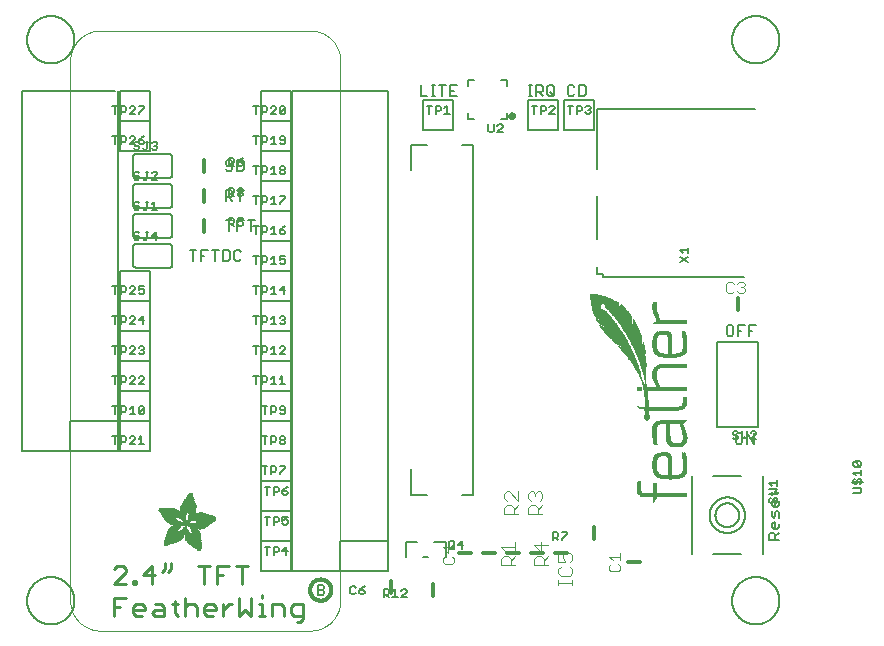
<source format=gbr>
G04 EAGLE Gerber RS-274X export*
G75*
%MOMM*%
%FSLAX34Y34*%
%LPD*%
%INSilkscreen Top*%
%IPPOS*%
%AMOC8*
5,1,8,0,0,1.08239X$1,22.5*%
G01*
%ADD10C,0.152400*%
%ADD11C,0.254000*%
%ADD12C,0.304800*%
%ADD13C,0.101600*%
%ADD14C,0.076200*%
%ADD15C,0.127000*%
%ADD16C,0.203200*%
%ADD17C,0.000000*%
%ADD18R,0.020319X0.182878*%
%ADD19R,0.020322X0.792478*%
%ADD20R,0.020322X0.447041*%
%ADD21R,0.020322X0.792481*%
%ADD22R,0.020319X0.325122*%
%ADD23R,0.020319X1.097278*%
%ADD24R,0.020319X0.629919*%
%ADD25R,0.020319X0.020319*%
%ADD26R,0.020319X0.568963*%
%ADD27R,0.020319X0.325119*%
%ADD28R,0.020319X1.097281*%
%ADD29R,0.020322X0.325122*%
%ADD30R,0.020322X1.300478*%
%ADD31R,0.020322X0.751841*%
%ADD32R,0.020322X0.040641*%
%ADD33R,0.020322X0.670563*%
%ADD34R,0.020322X0.325119*%
%ADD35R,0.020322X1.300481*%
%ADD36R,0.020319X1.442719*%
%ADD37R,0.020319X0.873759*%
%ADD38R,0.020319X0.060959*%
%ADD39R,0.020319X0.731522*%
%ADD40R,0.020319X1.442722*%
%ADD41R,0.020319X1.605278*%
%ADD42R,0.020319X0.975359*%
%ADD43R,0.020319X0.081278*%
%ADD44R,0.020319X0.772163*%
%ADD45R,0.020319X1.584963*%
%ADD46R,0.020322X1.706881*%
%ADD47R,0.020322X1.056641*%
%ADD48R,0.020322X0.101600*%
%ADD49R,0.020322X1.706878*%
%ADD50R,0.020319X1.828800*%
%ADD51R,0.020319X1.158241*%
%ADD52R,0.020319X0.121919*%
%ADD53R,0.020319X0.833122*%
%ADD54R,0.020322X1.889759*%
%ADD55R,0.020322X1.239519*%
%ADD56R,0.020322X0.121919*%
%ADD57R,0.020322X0.853441*%
%ADD58R,0.020322X1.889763*%
%ADD59R,0.020319X1.910078*%
%ADD60R,0.020319X1.300481*%
%ADD61R,0.020319X0.142241*%
%ADD62R,0.020319X0.873762*%
%ADD63R,0.020319X1.910081*%
%ADD64R,0.020319X1.930400*%
%ADD65R,0.020319X1.381759*%
%ADD66R,0.020319X0.162559*%
%ADD67R,0.020319X0.894081*%
%ADD68R,0.020322X1.950719*%
%ADD69R,0.020322X1.463041*%
%ADD70R,0.020322X0.182878*%
%ADD71R,0.020322X0.914400*%
%ADD72R,0.020322X1.950722*%
%ADD73R,0.020319X1.971041*%
%ADD74R,0.020319X1.524000*%
%ADD75R,0.020319X0.203200*%
%ADD76R,0.020319X0.934722*%
%ADD77R,0.020322X1.991359*%
%ADD78R,0.020322X1.584959*%
%ADD79R,0.020322X0.223519*%
%ADD80R,0.020322X0.934719*%
%ADD81R,0.020322X1.991363*%
%ADD82R,0.020319X2.011678*%
%ADD83R,0.020319X1.625600*%
%ADD84R,0.020319X0.243841*%
%ADD85R,0.020319X0.853441*%
%ADD86R,0.020319X2.011681*%
%ADD87R,0.020319X2.032000*%
%ADD88R,0.020319X1.706881*%
%ADD89R,0.020319X0.264159*%
%ADD90R,0.020319X0.751841*%
%ADD91R,0.020322X2.032000*%
%ADD92R,0.020322X0.568959*%
%ADD93R,0.020322X1.036322*%
%ADD94R,0.020322X0.284478*%
%ADD95R,0.020322X0.690881*%
%ADD96R,0.020319X0.548641*%
%ADD97R,0.020319X0.528319*%
%ADD98R,0.020319X0.487678*%
%ADD99R,0.020319X0.914400*%
%ADD100R,0.020319X0.284478*%
%ADD101R,0.020319X0.589281*%
%ADD102R,0.020319X0.528322*%
%ADD103R,0.020322X0.487678*%
%ADD104R,0.020322X1.158241*%
%ADD105R,0.020322X0.528319*%
%ADD106R,0.020322X0.487681*%
%ADD107R,0.020322X0.284481*%
%ADD108R,0.020319X0.467363*%
%ADD109R,0.020319X0.101600*%
%ADD110R,0.020319X0.426722*%
%ADD111R,0.020319X1.056641*%
%ADD112R,0.020319X0.467359*%
%ADD113R,0.020319X0.406400*%
%ADD114R,0.020319X0.447041*%
%ADD115R,0.020319X0.426719*%
%ADD116R,0.020322X0.406400*%
%ADD117R,0.020322X0.386081*%
%ADD118R,0.020322X0.894078*%
%ADD119R,0.020319X0.386081*%
%ADD120R,0.020319X0.365759*%
%ADD121R,0.020319X0.812800*%
%ADD122R,0.020322X0.386078*%
%ADD123R,0.020322X0.365759*%
%ADD124R,0.020319X0.670559*%
%ADD125R,0.020319X0.345438*%
%ADD126R,0.020319X0.609600*%
%ADD127R,0.020322X0.345438*%
%ADD128R,0.020322X0.548641*%
%ADD129R,0.020322X0.365762*%
%ADD130R,0.020319X0.345441*%
%ADD131R,0.020322X0.345441*%
%ADD132R,0.020322X0.426719*%
%ADD133R,0.020319X0.304800*%
%ADD134R,0.020322X0.304800*%
%ADD135R,0.020322X1.727200*%
%ADD136R,0.020319X1.849122*%
%ADD137R,0.020319X1.849119*%
%ADD138R,0.020322X1.971041*%
%ADD139R,0.020322X1.971037*%
%ADD140R,0.020322X2.052322*%
%ADD141R,0.020322X0.467363*%
%ADD142R,0.020322X2.052319*%
%ADD143R,0.020319X2.092959*%
%ADD144R,0.020319X2.113281*%
%ADD145R,0.020319X0.589278*%
%ADD146R,0.020319X2.113278*%
%ADD147R,0.020322X2.133600*%
%ADD148R,0.020319X2.153922*%
%ADD149R,0.020319X1.198881*%
%ADD150R,0.020319X2.153919*%
%ADD151R,0.020322X2.174241*%
%ADD152R,0.020322X1.503678*%
%ADD153R,0.020322X2.174238*%
%ADD154R,0.020319X2.194559*%
%ADD155R,0.020322X2.214881*%
%ADD156R,0.020322X2.072641*%
%ADD157R,0.020322X2.214878*%
%ADD158R,0.020319X2.214881*%
%ADD159R,0.020319X2.052319*%
%ADD160R,0.020319X2.214878*%
%ADD161R,0.020322X2.235200*%
%ADD162R,0.020319X0.508000*%
%ADD163R,0.020322X0.426722*%
%ADD164R,0.020322X1.869441*%
%ADD165R,0.020319X1.808478*%
%ADD166R,0.020319X1.747519*%
%ADD167R,0.020322X1.625600*%
%ADD168R,0.020319X0.487681*%
%ADD169R,0.020322X0.467359*%
%ADD170R,0.020319X0.365762*%
%ADD171R,0.020322X0.629919*%
%ADD172R,0.020319X0.386078*%
%ADD173R,0.020319X0.711200*%
%ADD174R,0.020322X0.670559*%
%ADD175R,0.020322X0.772159*%
%ADD176R,0.020319X0.731519*%
%ADD177R,0.020322X0.447038*%
%ADD178R,0.020322X0.873759*%
%ADD179R,0.020319X0.955041*%
%ADD180R,0.020319X0.568959*%
%ADD181R,0.020319X0.548638*%
%ADD182R,0.020322X1.178559*%
%ADD183R,0.020322X0.650241*%
%ADD184R,0.020322X0.995678*%
%ADD185R,0.020322X0.508000*%
%ADD186R,0.020319X1.219200*%
%ADD187R,0.020319X1.402081*%
%ADD188R,0.020322X1.910078*%
%ADD189R,0.020322X1.910081*%
%ADD190R,0.020322X0.243841*%
%ADD191R,0.020322X1.361441*%
%ADD192R,0.020319X1.280159*%
%ADD193R,0.020319X1.869441*%
%ADD194R,0.020319X1.645922*%
%ADD195R,0.020319X0.223519*%
%ADD196R,0.020319X1.341122*%
%ADD197R,0.020319X1.320800*%
%ADD198R,0.020319X1.584959*%
%ADD199R,0.020322X1.341119*%
%ADD200R,0.020322X1.808478*%
%ADD201R,0.020322X1.524000*%
%ADD202R,0.020322X1.808481*%
%ADD203R,0.020322X0.203200*%
%ADD204R,0.020322X1.259841*%
%ADD205R,0.020319X1.767841*%
%ADD206R,0.020319X1.483359*%
%ADD207R,0.020319X1.767838*%
%ADD208R,0.020319X0.182881*%
%ADD209R,0.020322X1.402081*%
%ADD210R,0.020322X1.849119*%
%ADD211R,0.020322X1.422400*%
%ADD212R,0.020322X0.162559*%
%ADD213R,0.020322X1.178562*%
%ADD214R,0.020319X1.686559*%
%ADD215R,0.020319X1.361441*%
%ADD216R,0.020319X1.686563*%
%ADD217R,0.020319X1.137922*%
%ADD218R,0.020319X1.300478*%
%ADD219R,0.020319X1.605281*%
%ADD220R,0.020322X1.503681*%
%ADD221R,0.020322X1.564641*%
%ADD222R,0.020322X1.788159*%
%ADD223R,0.020322X1.219200*%
%ADD224R,0.020322X1.564638*%
%ADD225R,0.020319X1.544319*%
%ADD226R,0.020319X1.137919*%
%ADD227R,0.020319X1.483363*%
%ADD228R,0.020319X0.081281*%
%ADD229R,0.020319X1.016000*%
%ADD230R,0.020322X1.402078*%
%ADD231R,0.020322X1.666241*%
%ADD232R,0.020322X1.381759*%
%ADD233R,0.020322X0.081281*%
%ADD234R,0.020322X0.955041*%
%ADD235R,0.020319X1.564638*%
%ADD236R,0.020319X1.645919*%
%ADD237R,0.020319X1.178559*%
%ADD238R,0.020319X0.040641*%
%ADD239R,0.020322X0.975359*%
%ADD240R,0.020322X1.239522*%
%ADD241R,0.020322X0.020319*%
%ADD242R,0.020322X0.772163*%
%ADD243R,0.020319X0.670563*%
%ADD244R,0.020319X1.036322*%
%ADD245R,0.020322X0.182881*%
%ADD246R,0.020319X1.117600*%
%ADD247R,0.020319X2.336800*%
%ADD248R,0.020322X2.479038*%
%ADD249R,0.020319X2.824478*%
%ADD250R,0.020322X2.824478*%
%ADD251R,0.020319X2.824481*%
%ADD252R,0.020319X2.946400*%
%ADD253R,0.020322X3.048000*%
%ADD254R,0.020322X0.264159*%
%ADD255R,0.020319X3.149600*%
%ADD256R,0.020322X2.438400*%
%ADD257R,0.020319X0.284481*%
%ADD258R,0.020319X3.962400*%
%ADD259R,0.020319X1.564641*%
%ADD260R,0.020319X1.950719*%
%ADD261R,0.020322X0.264163*%
%ADD262R,0.020322X1.076959*%
%ADD263R,0.020322X0.589281*%
%ADD264R,0.020319X0.264163*%
%ADD265R,0.020319X0.792478*%
%ADD266R,0.020319X1.666241*%
%ADD267R,0.020319X0.833119*%
%ADD268R,0.020322X1.544322*%
%ADD269R,0.020322X1.036319*%
%ADD270R,0.020319X1.239519*%
%ADD271R,0.020319X1.259838*%
%ADD272R,0.020319X1.422400*%
%ADD273R,0.020322X0.223522*%
%ADD274R,0.020322X2.722881*%
%ADD275R,0.020319X0.223522*%
%ADD276R,0.020319X2.702559*%
%ADD277R,0.020322X2.580641*%
%ADD278R,0.020319X2.438400*%
%ADD279R,0.020319X2.275841*%
%ADD280R,0.020322X0.142241*%
%ADD281R,0.020322X2.153922*%
%ADD282R,0.020322X0.142238*%
%ADD283R,0.020319X0.162562*%
%ADD284R,0.020319X0.792481*%
%ADD285R,0.020322X1.544319*%
%ADD286R,0.020322X0.975363*%
%ADD287R,0.020322X1.341122*%
%ADD288R,0.020322X1.280159*%
%ADD289R,0.020319X0.121922*%
%ADD290R,0.020319X1.239522*%
%ADD291R,0.020319X1.361438*%
%ADD292R,0.020322X0.121922*%
%ADD293R,0.020322X2.397759*%
%ADD294R,0.020319X2.255519*%
%ADD295R,0.020319X1.991359*%
%ADD296R,0.020319X2.600959*%
%ADD297R,0.020322X1.198878*%
%ADD298R,0.020319X0.060963*%
%ADD299R,0.020322X1.158238*%
%ADD300R,0.020322X0.060963*%
%ADD301R,0.020322X0.589278*%
%ADD302R,0.020319X2.580641*%
%ADD303R,0.020319X0.650241*%
%ADD304R,0.020319X2.560322*%
%ADD305R,0.020322X2.560322*%
%ADD306R,0.020319X0.020322*%
%ADD307R,0.020319X0.690881*%
%ADD308R,0.020319X2.540000*%
%ADD309R,0.020322X0.020322*%
%ADD310R,0.020322X0.731519*%
%ADD311R,0.020322X2.540000*%
%ADD312R,0.020319X0.751838*%
%ADD313R,0.020319X2.519681*%
%ADD314R,0.020322X2.499359*%
%ADD315R,0.020319X2.479041*%
%ADD316R,0.020322X0.812800*%
%ADD317R,0.020322X2.479041*%
%ADD318R,0.020319X0.853438*%
%ADD319R,0.020319X2.458719*%
%ADD320R,0.020322X0.873762*%
%ADD321R,0.020322X2.458719*%
%ADD322R,0.020319X0.894078*%
%ADD323R,0.020319X0.934719*%
%ADD324R,0.020319X2.397763*%
%ADD325R,0.020319X2.397759*%
%ADD326R,0.020322X1.016000*%
%ADD327R,0.020322X2.377441*%
%ADD328R,0.020319X1.036319*%
%ADD329R,0.020319X2.072641*%
%ADD330R,0.020322X1.930400*%
%ADD331R,0.020319X1.808481*%
%ADD332R,0.020322X1.686559*%
%ADD333R,0.020322X1.137919*%
%ADD334R,0.020319X1.076959*%
%ADD335R,0.020319X1.056638*%
%ADD336R,0.020319X1.198878*%
%ADD337R,0.020322X1.137922*%
%ADD338R,0.020322X2.255522*%
%ADD339R,0.020319X1.158238*%
%ADD340R,0.020319X2.235200*%
%ADD341R,0.020322X1.076963*%
%ADD342R,0.020322X2.194559*%
%ADD343R,0.020319X2.174238*%
%ADD344R,0.020322X0.060959*%
%ADD345R,0.020319X1.280163*%
%ADD346R,0.020322X1.320800*%
%ADD347R,0.020322X2.113278*%
%ADD348R,0.020319X2.092963*%
%ADD349R,0.020322X1.361438*%
%ADD350R,0.020319X1.402078*%
%ADD351R,0.020319X2.072637*%
%ADD352R,0.020319X2.052322*%
%ADD353R,0.020322X1.442719*%
%ADD354R,0.020322X2.011681*%
%ADD355R,0.020319X1.463041*%
%ADD356R,0.020322X1.483359*%
%ADD357R,0.020319X1.463037*%
%ADD358R,0.020319X1.503678*%
%ADD359R,0.020322X1.117600*%
%ADD360R,0.020319X1.889759*%
%ADD361R,0.020319X1.869438*%
%ADD362R,0.020322X1.849122*%
%ADD363R,0.020322X1.280163*%
%ADD364R,0.020319X1.788159*%
%ADD365R,0.020322X1.767841*%
%ADD366R,0.020319X0.142238*%
%ADD367R,0.020322X1.463037*%
%ADD368R,0.020319X0.995681*%
%ADD369R,0.020322X0.081278*%
%ADD370R,0.020319X1.503681*%
%ADD371R,0.020319X1.544322*%
%ADD372R,0.020322X1.645919*%
%ADD373R,0.020322X1.605281*%
%ADD374R,0.020319X1.727200*%
%ADD375R,0.020322X0.162562*%
%ADD376R,0.020322X1.584963*%
%ADD377R,0.020322X1.605278*%
%ADD378R,0.020319X1.381763*%
%ADD379R,0.020319X1.666238*%
%ADD380R,0.020319X1.341119*%
%ADD381R,0.020322X1.828800*%
%ADD382R,0.020322X1.198881*%
%ADD383R,0.020322X1.056638*%
%ADD384R,0.020319X0.772159*%
%ADD385R,0.020322X1.097281*%
%ADD386R,0.020319X1.076963*%
%ADD387R,0.020319X1.259841*%
%ADD388R,0.020322X0.609600*%
%ADD389R,0.020322X0.731522*%
%ADD390R,0.020322X0.711200*%
%ADD391R,0.020319X0.690878*%
%ADD392R,0.020322X0.690878*%
%ADD393R,0.020319X0.243838*%
%ADD394R,0.020322X0.934722*%
%ADD395R,0.020319X2.133600*%
%ADD396R,0.020322X2.113281*%
%ADD397R,0.020322X2.072637*%
%ADD398R,0.020322X2.011678*%
%ADD399R,0.020319X1.950722*%
%ADD400R,0.020319X1.706878*%
%ADD401R,0.020322X1.483363*%
%ADD402R,0.020322X0.528322*%
%ADD403R,0.068600X0.007600*%
%ADD404R,0.114300X0.007600*%
%ADD405R,0.152400X0.007700*%
%ADD406R,0.182900X0.007600*%
%ADD407R,0.205700X0.007600*%
%ADD408R,0.228600X0.007600*%
%ADD409R,0.259100X0.007600*%
%ADD410R,0.274300X0.007700*%
%ADD411R,0.289500X0.007600*%
%ADD412R,0.304800X0.007600*%
%ADD413R,0.320100X0.007600*%
%ADD414R,0.342900X0.007600*%
%ADD415R,0.350500X0.007700*%
%ADD416R,0.365800X0.007600*%
%ADD417R,0.381000X0.007600*%
%ADD418R,0.388600X0.007600*%
%ADD419R,0.403800X0.007600*%
%ADD420R,0.419100X0.007700*%
%ADD421R,0.426700X0.007600*%
%ADD422R,0.441900X0.007600*%
%ADD423R,0.449600X0.007600*%
%ADD424R,0.464800X0.007600*%
%ADD425R,0.480000X0.007700*%
%ADD426R,0.487600X0.007600*%
%ADD427R,0.495300X0.007600*%
%ADD428R,0.510500X0.007600*%
%ADD429R,0.518100X0.007600*%
%ADD430R,0.525700X0.007700*%
%ADD431R,0.541000X0.007600*%
%ADD432R,0.548600X0.007600*%
%ADD433R,0.563800X0.007600*%
%ADD434R,0.571500X0.007600*%
%ADD435R,0.579100X0.007700*%
%ADD436R,0.594300X0.007600*%
%ADD437R,0.601900X0.007600*%
%ADD438R,0.609600X0.007600*%
%ADD439R,0.624800X0.007600*%
%ADD440R,0.632400X0.007700*%
%ADD441R,0.640000X0.007600*%
%ADD442R,0.655300X0.007600*%
%ADD443R,0.662900X0.007600*%
%ADD444R,0.678100X0.007600*%
%ADD445R,0.685800X0.007700*%
%ADD446R,0.693400X0.007600*%
%ADD447R,0.708600X0.007600*%
%ADD448R,0.716200X0.007600*%
%ADD449R,0.723900X0.007600*%
%ADD450R,0.739100X0.007700*%
%ADD451R,0.746700X0.007600*%
%ADD452R,0.754300X0.007600*%
%ADD453R,0.769600X0.007600*%
%ADD454R,0.777200X0.007600*%
%ADD455R,0.792400X0.007700*%
%ADD456R,0.800100X0.007600*%
%ADD457R,0.807700X0.007600*%
%ADD458R,0.822900X0.007600*%
%ADD459R,0.830500X0.007600*%
%ADD460R,0.838200X0.007700*%
%ADD461R,0.091500X0.007600*%
%ADD462R,0.853400X0.007600*%
%ADD463R,0.144700X0.007600*%
%ADD464R,0.861000X0.007600*%
%ADD465R,0.190500X0.007600*%
%ADD466R,0.876300X0.007600*%
%ADD467R,0.221000X0.007600*%
%ADD468R,0.883900X0.007600*%
%ADD469R,0.259000X0.007700*%
%ADD470R,0.891500X0.007700*%
%ADD471R,0.289600X0.007600*%
%ADD472R,0.906700X0.007600*%
%ADD473R,0.914400X0.007600*%
%ADD474R,0.350500X0.007600*%
%ADD475R,0.922000X0.007600*%
%ADD476R,0.937200X0.007600*%
%ADD477R,0.411400X0.007700*%
%ADD478R,0.944800X0.007700*%
%ADD479R,0.434300X0.007600*%
%ADD480R,0.952500X0.007600*%
%ADD481R,0.464900X0.007600*%
%ADD482R,0.967700X0.007600*%
%ADD483R,0.975300X0.007600*%
%ADD484R,0.518200X0.007600*%
%ADD485R,0.990600X0.007600*%
%ADD486R,0.548600X0.007700*%
%ADD487R,0.998200X0.007700*%
%ADD488R,1.005800X0.007600*%
%ADD489R,0.594400X0.007600*%
%ADD490R,1.021000X0.007600*%
%ADD491R,0.617200X0.007600*%
%ADD492R,1.028700X0.007600*%
%ADD493R,0.647700X0.007600*%
%ADD494R,1.036300X0.007600*%
%ADD495R,0.670500X0.007700*%
%ADD496R,1.051500X0.007700*%
%ADD497R,1.059100X0.007600*%
%ADD498R,0.716300X0.007600*%
%ADD499R,1.066800X0.007600*%
%ADD500R,0.739100X0.007600*%
%ADD501R,1.074400X0.007600*%
%ADD502R,0.762000X0.007600*%
%ADD503R,1.089600X0.007600*%
%ADD504R,0.784800X0.007700*%
%ADD505R,1.097200X0.007700*%
%ADD506R,1.104900X0.007600*%
%ADD507R,0.830600X0.007600*%
%ADD508R,1.112500X0.007600*%
%ADD509R,0.845800X0.007600*%
%ADD510R,1.120100X0.007600*%
%ADD511R,0.868700X0.007600*%
%ADD512R,1.127700X0.007600*%
%ADD513R,1.135300X0.007700*%
%ADD514R,1.143000X0.007600*%
%ADD515R,0.944900X0.007600*%
%ADD516R,1.150600X0.007600*%
%ADD517R,0.960100X0.007600*%
%ADD518R,1.158200X0.007600*%
%ADD519R,0.983000X0.007600*%
%ADD520R,1.165800X0.007600*%
%ADD521R,1.005900X0.007700*%
%ADD522R,1.173400X0.007700*%
%ADD523R,1.021100X0.007600*%
%ADD524R,1.181100X0.007600*%
%ADD525R,1.044000X0.007600*%
%ADD526R,1.188700X0.007600*%
%ADD527R,1.196300X0.007600*%
%ADD528R,1.082000X0.007600*%
%ADD529R,1.203900X0.007600*%
%ADD530R,1.104900X0.007700*%
%ADD531R,1.211500X0.007700*%
%ADD532R,1.211500X0.007600*%
%ADD533R,1.219200X0.007600*%
%ADD534R,1.226800X0.007600*%
%ADD535R,1.234400X0.007600*%
%ADD536R,1.188700X0.007700*%
%ADD537R,1.242000X0.007700*%
%ADD538R,1.242000X0.007600*%
%ADD539R,1.211600X0.007600*%
%ADD540R,1.249600X0.007600*%
%ADD541R,1.257300X0.007600*%
%ADD542R,1.264900X0.007600*%
%ADD543R,1.242100X0.007700*%
%ADD544R,1.264900X0.007700*%
%ADD545R,1.272500X0.007600*%
%ADD546R,1.265000X0.007600*%
%ADD547R,1.280100X0.007600*%
%ADD548R,1.272600X0.007600*%
%ADD549R,1.287700X0.007600*%
%ADD550R,1.287800X0.007600*%
%ADD551R,1.295400X0.007700*%
%ADD552R,1.303000X0.007600*%
%ADD553R,1.318200X0.007600*%
%ADD554R,1.310600X0.007600*%
%ADD555R,1.325900X0.007600*%
%ADD556R,1.341100X0.007700*%
%ADD557R,1.318200X0.007700*%
%ADD558R,1.341100X0.007600*%
%ADD559R,1.325800X0.007600*%
%ADD560R,1.348700X0.007600*%
%ADD561R,1.364000X0.007600*%
%ADD562R,1.333500X0.007600*%
%ADD563R,1.371600X0.007700*%
%ADD564R,1.379200X0.007600*%
%ADD565R,1.379300X0.007600*%
%ADD566R,1.386900X0.007600*%
%ADD567R,1.394500X0.007600*%
%ADD568R,1.356300X0.007600*%
%ADD569R,1.394400X0.007700*%
%ADD570R,1.356300X0.007700*%
%ADD571R,1.402000X0.007600*%
%ADD572R,1.409700X0.007600*%
%ADD573R,1.363900X0.007600*%
%ADD574R,1.417300X0.007600*%
%ADD575R,1.371600X0.007600*%
%ADD576R,1.424900X0.007700*%
%ADD577R,1.424900X0.007600*%
%ADD578R,1.432600X0.007600*%
%ADD579R,1.440200X0.007600*%
%ADD580R,1.386800X0.007600*%
%ADD581R,1.447800X0.007700*%
%ADD582R,1.386800X0.007700*%
%ADD583R,1.447800X0.007600*%
%ADD584R,1.455500X0.007600*%
%ADD585R,1.394400X0.007600*%
%ADD586R,1.463100X0.007600*%
%ADD587R,1.455400X0.007700*%
%ADD588R,1.463000X0.007600*%
%ADD589R,1.470600X0.007600*%
%ADD590R,1.470600X0.007700*%
%ADD591R,1.409700X0.007700*%
%ADD592R,1.470700X0.007600*%
%ADD593R,1.402100X0.007600*%
%ADD594R,1.478300X0.007600*%
%ADD595R,1.478300X0.007700*%
%ADD596R,1.402100X0.007700*%
%ADD597R,1.485900X0.007600*%
%ADD598R,1.485900X0.007700*%
%ADD599R,1.493500X0.007700*%
%ADD600R,1.493500X0.007600*%
%ADD601R,1.394500X0.007700*%
%ADD602R,1.493600X0.007700*%
%ADD603R,1.386900X0.007700*%
%ADD604R,1.379200X0.007700*%
%ADD605R,2.857500X0.007700*%
%ADD606R,2.857500X0.007600*%
%ADD607R,2.849900X0.007600*%
%ADD608R,2.842300X0.007600*%
%ADD609R,2.834700X0.007700*%
%ADD610R,2.827000X0.007600*%
%ADD611R,2.819400X0.007600*%
%ADD612R,2.811800X0.007600*%
%ADD613R,2.811800X0.007700*%
%ADD614R,2.804100X0.007600*%
%ADD615R,2.796500X0.007600*%
%ADD616R,1.966000X0.007600*%
%ADD617R,1.943100X0.007600*%
%ADD618R,0.754400X0.007600*%
%ADD619R,1.927900X0.007700*%
%ADD620R,0.746700X0.007700*%
%ADD621R,1.912600X0.007600*%
%ADD622R,0.731500X0.007600*%
%ADD623R,1.905000X0.007600*%
%ADD624R,1.882200X0.007600*%
%ADD625R,1.874600X0.007600*%
%ADD626R,1.866900X0.007700*%
%ADD627R,0.708700X0.007700*%
%ADD628R,1.851600X0.007600*%
%ADD629R,0.701100X0.007600*%
%ADD630R,1.844000X0.007600*%
%ADD631R,1.836400X0.007600*%
%ADD632R,1.821200X0.007600*%
%ADD633R,0.685800X0.007600*%
%ADD634R,1.813500X0.007700*%
%ADD635R,1.805900X0.007600*%
%ADD636R,0.678200X0.007600*%
%ADD637R,1.790700X0.007600*%
%ADD638R,0.670600X0.007600*%
%ADD639R,1.775500X0.007600*%
%ADD640R,1.767900X0.007700*%
%ADD641R,0.663000X0.007700*%
%ADD642R,1.760200X0.007600*%
%ADD643R,1.752600X0.007600*%
%ADD644R,0.937300X0.007600*%
%ADD645R,0.792500X0.007600*%
%ADD646R,0.899100X0.007600*%
%ADD647R,0.883900X0.007700*%
%ADD648R,0.716300X0.007700*%
%ADD649R,0.647700X0.007700*%
%ADD650R,0.640100X0.007600*%
%ADD651R,0.632500X0.007600*%
%ADD652R,0.655400X0.007600*%
%ADD653R,0.632400X0.007600*%
%ADD654R,0.845800X0.007700*%
%ADD655R,0.617200X0.007700*%
%ADD656R,0.624800X0.007700*%
%ADD657R,0.602000X0.007600*%
%ADD658R,0.838200X0.007600*%
%ADD659R,0.586700X0.007600*%
%ADD660R,0.548700X0.007600*%
%ADD661R,0.830500X0.007700*%
%ADD662R,0.541000X0.007700*%
%ADD663R,0.594300X0.007700*%
%ADD664R,0.525800X0.007600*%
%ADD665R,0.586800X0.007600*%
%ADD666R,0.815300X0.007600*%
%ADD667R,0.579200X0.007600*%
%ADD668R,0.815400X0.007600*%
%ADD669R,0.815400X0.007700*%
%ADD670R,0.571500X0.007700*%
%ADD671R,0.807800X0.007600*%
%ADD672R,0.563900X0.007600*%
%ADD673R,0.457200X0.007600*%
%ADD674R,0.442000X0.007600*%
%ADD675R,0.556300X0.007600*%
%ADD676R,0.807700X0.007700*%
%ADD677R,0.411500X0.007600*%
%ADD678R,0.533400X0.007600*%
%ADD679R,0.076200X0.007600*%
%ADD680R,0.403900X0.007600*%
%ADD681R,0.525700X0.007600*%
%ADD682R,0.388700X0.007600*%
%ADD683R,0.297200X0.007600*%
%ADD684R,0.373400X0.007700*%
%ADD685R,0.503000X0.007700*%
%ADD686R,0.426800X0.007700*%
%ADD687R,0.358100X0.007600*%
%ADD688R,0.502900X0.007600*%
%ADD689R,0.472400X0.007600*%
%ADD690R,0.487700X0.007600*%
%ADD691R,0.335300X0.007600*%
%ADD692R,0.792500X0.007700*%
%ADD693R,0.327600X0.007700*%
%ADD694R,0.472400X0.007700*%
%ADD695R,0.640000X0.007700*%
%ADD696R,0.784800X0.007600*%
%ADD697R,0.320000X0.007600*%
%ADD698R,0.792400X0.007600*%
%ADD699R,1.173400X0.007600*%
%ADD700R,1.196400X0.007600*%
%ADD701R,0.784900X0.007600*%
%ADD702R,0.784900X0.007700*%
%ADD703R,0.297200X0.007700*%
%ADD704R,1.249700X0.007600*%
%ADD705R,0.281900X0.007600*%
%ADD706R,1.295400X0.007600*%
%ADD707R,0.266700X0.007600*%
%ADD708R,0.777300X0.007700*%
%ADD709R,0.266700X0.007700*%
%ADD710R,1.333500X0.007700*%
%ADD711R,0.777300X0.007600*%
%ADD712R,1.348800X0.007600*%
%ADD713R,0.251500X0.007600*%
%ADD714R,0.243900X0.007700*%
%ADD715R,0.243900X0.007600*%
%ADD716R,1.440100X0.007600*%
%ADD717R,0.236200X0.007600*%
%ADD718R,0.762000X0.007700*%
%ADD719R,0.236200X0.007700*%
%ADD720R,1.508700X0.007700*%
%ADD721R,1.531600X0.007600*%
%ADD722R,1.546900X0.007600*%
%ADD723R,1.569700X0.007600*%
%ADD724R,1.585000X0.007600*%
%ADD725R,0.746800X0.007700*%
%ADD726R,1.607800X0.007700*%
%ADD727R,0.243800X0.007600*%
%ADD728R,1.630700X0.007600*%
%ADD729R,1.653500X0.007600*%
%ADD730R,0.739200X0.007600*%
%ADD731R,1.684000X0.007600*%
%ADD732R,2.019300X0.007600*%
%ADD733R,0.731500X0.007700*%
%ADD734R,2.026900X0.007700*%
%ADD735R,2.049800X0.007600*%
%ADD736R,2.057400X0.007600*%
%ADD737R,0.708700X0.007600*%
%ADD738R,2.072600X0.007600*%
%ADD739R,0.701000X0.007600*%
%ADD740R,2.095500X0.007600*%
%ADD741R,0.693500X0.007700*%
%ADD742R,2.110800X0.007700*%
%ADD743R,2.141200X0.007600*%
%ADD744R,0.060900X0.007600*%
%ADD745R,2.872700X0.007600*%
%ADD746R,3.124200X0.007600*%
%ADD747R,3.177600X0.007600*%
%ADD748R,3.215600X0.007700*%
%ADD749R,3.253700X0.007600*%
%ADD750R,3.284300X0.007600*%
%ADD751R,3.314700X0.007600*%
%ADD752R,3.352800X0.007600*%
%ADD753R,3.375600X0.007700*%
%ADD754R,3.406200X0.007600*%
%ADD755R,3.429000X0.007600*%
%ADD756R,3.451800X0.007600*%
%ADD757R,3.482400X0.007600*%
%ADD758R,1.828800X0.007700*%
%ADD759R,1.539300X0.007700*%
%ADD760R,1.767900X0.007600*%
%ADD761R,1.767800X0.007600*%
%ADD762R,1.760200X0.007700*%
%ADD763R,1.760300X0.007600*%
%ADD764R,1.775400X0.007700*%
%ADD765R,1.379300X0.007700*%
%ADD766R,1.783000X0.007600*%
%ADD767R,1.813500X0.007600*%
%ADD768R,1.821100X0.007700*%
%ADD769R,0.503000X0.007600*%
%ADD770R,1.135400X0.007600*%
%ADD771R,1.127700X0.007700*%
%ADD772R,0.487700X0.007700*%
%ADD773R,1.120200X0.007600*%
%ADD774R,1.097300X0.007600*%
%ADD775R,0.510600X0.007600*%
%ADD776R,1.074400X0.007700*%
%ADD777R,0.525800X0.007700*%
%ADD778R,1.440200X0.007700*%
%ADD779R,1.059200X0.007600*%
%ADD780R,1.051600X0.007600*%
%ADD781R,1.051500X0.007600*%
%ADD782R,1.043900X0.007700*%
%ADD783R,0.602000X0.007700*%
%ADD784R,1.524000X0.007600*%
%ADD785R,1.539300X0.007600*%
%ADD786R,1.592600X0.007600*%
%ADD787R,1.021100X0.007700*%
%ADD788R,1.615400X0.007700*%
%ADD789R,1.013400X0.007600*%
%ADD790R,1.653600X0.007600*%
%ADD791R,1.013500X0.007600*%
%ADD792R,1.699300X0.007600*%
%ADD793R,2.743200X0.007600*%
%ADD794R,1.005900X0.007600*%
%ADD795R,2.415500X0.007600*%
%ADD796R,1.005800X0.007700*%
%ADD797R,0.281900X0.007700*%
%ADD798R,2.408000X0.007700*%
%ADD799R,2.407900X0.007600*%
%ADD800R,0.998200X0.007600*%
%ADD801R,0.282000X0.007600*%
%ADD802R,0.998300X0.007600*%
%ADD803R,2.400300X0.007600*%
%ADD804R,0.289500X0.007700*%
%ADD805R,2.400300X0.007700*%
%ADD806R,0.297100X0.007600*%
%ADD807R,0.312400X0.007600*%
%ADD808R,2.392700X0.007600*%
%ADD809R,0.990600X0.007700*%
%ADD810R,0.327700X0.007700*%
%ADD811R,2.392700X0.007700*%
%ADD812R,2.385100X0.007600*%
%ADD813R,0.381000X0.007700*%
%ADD814R,2.377400X0.007700*%
%ADD815R,2.377400X0.007600*%
%ADD816R,2.369800X0.007600*%
%ADD817R,0.419100X0.007600*%
%ADD818R,2.362200X0.007600*%
%ADD819R,0.426800X0.007600*%
%ADD820R,1.036300X0.007700*%
%ADD821R,0.442000X0.007700*%
%ADD822R,2.354600X0.007700*%
%ADD823R,2.354600X0.007600*%
%ADD824R,0.480100X0.007600*%
%ADD825R,2.347000X0.007600*%
%ADD826R,1.074500X0.007600*%
%ADD827R,2.339400X0.007600*%
%ADD828R,1.082100X0.007700*%
%ADD829R,0.548700X0.007700*%
%ADD830R,2.331800X0.007700*%
%ADD831R,2.331800X0.007600*%
%ADD832R,0.624900X0.007600*%
%ADD833R,2.324100X0.007600*%
%ADD834R,1.859300X0.007600*%
%ADD835R,2.308800X0.007600*%
%ADD836R,2.301200X0.007700*%
%ADD837R,2.301200X0.007600*%
%ADD838R,2.293600X0.007600*%
%ADD839R,2.278400X0.007600*%
%ADD840R,1.889800X0.007600*%
%ADD841R,2.270700X0.007600*%
%ADD842R,1.897400X0.007700*%
%ADD843R,2.255500X0.007700*%
%ADD844R,1.897400X0.007600*%
%ADD845R,2.247900X0.007600*%
%ADD846R,2.232600X0.007600*%
%ADD847R,1.912700X0.007600*%
%ADD848R,2.209800X0.007600*%
%ADD849R,1.920300X0.007600*%
%ADD850R,2.186900X0.007600*%
%ADD851R,1.920300X0.007700*%
%ADD852R,2.171700X0.007700*%
%ADD853R,1.935500X0.007600*%
%ADD854R,2.148800X0.007600*%
%ADD855R,2.126000X0.007600*%
%ADD856R,1.950700X0.007600*%
%ADD857R,1.958400X0.007700*%
%ADD858R,2.042200X0.007700*%
%ADD859R,1.973600X0.007600*%
%ADD860R,1.996500X0.007600*%
%ADD861R,1.981200X0.007600*%
%ADD862R,1.988800X0.007600*%
%ADD863R,1.996400X0.007700*%
%ADD864R,1.996400X0.007600*%
%ADD865R,2.004100X0.007600*%
%ADD866R,1.874500X0.007600*%
%ADD867R,1.425000X0.007600*%
%ADD868R,2.026900X0.007600*%
%ADD869R,0.434400X0.007700*%
%ADD870R,1.364000X0.007700*%
%ADD871R,2.034500X0.007600*%
%ADD872R,0.434400X0.007600*%
%ADD873R,2.049700X0.007600*%
%ADD874R,2.065000X0.007700*%
%ADD875R,0.464800X0.007700*%
%ADD876R,1.196300X0.007700*%
%ADD877R,2.080300X0.007600*%
%ADD878R,1.158300X0.007600*%
%ADD879R,2.087900X0.007600*%
%ADD880R,0.472500X0.007600*%
%ADD881R,2.103100X0.007600*%
%ADD882R,2.118400X0.007600*%
%ADD883R,2.133600X0.007600*%
%ADD884R,2.148800X0.007700*%
%ADD885R,2.164000X0.007600*%
%ADD886R,2.171700X0.007600*%
%ADD887R,2.187000X0.007600*%
%ADD888R,0.556200X0.007600*%
%ADD889R,2.202200X0.007700*%
%ADD890R,0.556200X0.007700*%
%ADD891R,0.640100X0.007700*%
%ADD892R,0.579100X0.007600*%
%ADD893R,0.480000X0.007600*%
%ADD894R,1.752600X0.007700*%
%ADD895R,0.487600X0.007700*%
%ADD896R,0.594400X0.007700*%
%ADD897R,0.358100X0.007700*%
%ADD898R,0.099000X0.007600*%
%ADD899R,1.280200X0.007600*%
%ADD900R,1.745000X0.007600*%
%ADD901R,1.744900X0.007600*%
%ADD902R,1.737300X0.007700*%
%ADD903R,1.737400X0.007600*%
%ADD904R,1.729800X0.007600*%
%ADD905R,1.722200X0.007600*%
%ADD906R,1.722100X0.007600*%
%ADD907R,1.714500X0.007700*%
%ADD908R,1.356400X0.007700*%
%ADD909R,1.706900X0.007600*%
%ADD910R,1.356400X0.007600*%
%ADD911R,1.691700X0.007600*%
%ADD912R,1.668800X0.007700*%
%ADD913R,1.645900X0.007600*%
%ADD914R,1.623100X0.007600*%
%ADD915R,1.577400X0.007600*%
%ADD916R,1.554400X0.007600*%
%ADD917R,1.539200X0.007600*%
%ADD918R,1.524000X0.007700*%
%ADD919R,1.501100X0.007600*%
%ADD920R,1.455400X0.007600*%
%ADD921R,1.348800X0.007700*%
%ADD922R,1.318300X0.007600*%
%ADD923R,1.310600X0.007700*%
%ADD924R,1.287800X0.007700*%
%ADD925R,1.234500X0.007600*%
%ADD926R,1.226900X0.007600*%
%ADD927R,1.173500X0.007700*%
%ADD928R,1.173500X0.007600*%
%ADD929R,1.165900X0.007600*%
%ADD930R,1.143000X0.007700*%
%ADD931R,1.127800X0.007600*%
%ADD932R,1.097200X0.007600*%
%ADD933R,1.028700X0.007700*%
%ADD934R,0.982900X0.007600*%
%ADD935R,0.952500X0.007700*%
%ADD936R,0.929600X0.007600*%
%ADD937R,0.906800X0.007700*%
%ADD938R,0.906800X0.007600*%
%ADD939R,0.899200X0.007600*%
%ADD940R,0.884000X0.007600*%
%ADD941R,0.876300X0.007700*%
%ADD942R,0.830600X0.007700*%
%ADD943R,0.754400X0.007700*%
%ADD944R,0.746800X0.007600*%
%ADD945R,0.708600X0.007700*%
%ADD946R,0.678200X0.007700*%
%ADD947R,0.663000X0.007600*%
%ADD948R,0.632500X0.007700*%
%ADD949R,0.556300X0.007700*%
%ADD950R,0.518200X0.007700*%
%ADD951R,0.434300X0.007700*%
%ADD952R,0.396300X0.007700*%
%ADD953R,0.373300X0.007600*%
%ADD954R,0.365700X0.007600*%
%ADD955R,0.327700X0.007600*%
%ADD956R,0.304800X0.007700*%
%ADD957R,0.274300X0.007600*%
%ADD958R,0.243800X0.007700*%
%ADD959R,0.205800X0.007600*%
%ADD960R,0.152400X0.007600*%
%ADD961R,0.121900X0.007700*%


D10*
X179244Y396585D02*
X177804Y398025D01*
X174923Y398025D01*
X173482Y396585D01*
X173482Y395144D01*
X174923Y393704D01*
X177804Y393704D01*
X179244Y392263D01*
X179244Y390823D01*
X177804Y389382D01*
X174923Y389382D01*
X173482Y390823D01*
X182837Y389382D02*
X182837Y398025D01*
X182837Y389382D02*
X187159Y389382D01*
X188599Y390823D01*
X188599Y396585D01*
X187159Y398025D01*
X182837Y398025D01*
X176363Y347225D02*
X176363Y338582D01*
X173482Y347225D02*
X179244Y347225D01*
X182837Y347225D02*
X182837Y338582D01*
X182837Y347225D02*
X188599Y347225D01*
X185718Y342904D02*
X182837Y342904D01*
X195074Y338582D02*
X195074Y347225D01*
X197955Y347225D02*
X192192Y347225D01*
X173482Y363982D02*
X173482Y372625D01*
X177804Y372625D01*
X179244Y371185D01*
X179244Y368304D01*
X177804Y366863D01*
X173482Y366863D01*
X176363Y366863D02*
X179244Y363982D01*
X185718Y363982D02*
X185718Y372625D01*
X182837Y372625D02*
X188599Y372625D01*
X338582Y452882D02*
X338582Y461525D01*
X338582Y452882D02*
X344344Y452882D01*
X347937Y452882D02*
X350818Y452882D01*
X349378Y452882D02*
X349378Y461525D01*
X350818Y461525D02*
X347937Y461525D01*
X357055Y461525D02*
X357055Y452882D01*
X354174Y461525D02*
X359936Y461525D01*
X363529Y461525D02*
X369291Y461525D01*
X363529Y461525D02*
X363529Y452882D01*
X369291Y452882D01*
X366410Y457204D02*
X363529Y457204D01*
X430022Y452882D02*
X432903Y452882D01*
X431463Y452882D02*
X431463Y461525D01*
X432903Y461525D02*
X430022Y461525D01*
X436259Y461525D02*
X436259Y452882D01*
X436259Y461525D02*
X440580Y461525D01*
X442021Y460085D01*
X442021Y457204D01*
X440580Y455763D01*
X436259Y455763D01*
X439140Y455763D02*
X442021Y452882D01*
X445614Y454323D02*
X445614Y460085D01*
X447055Y461525D01*
X449936Y461525D01*
X451376Y460085D01*
X451376Y454323D01*
X449936Y452882D01*
X447055Y452882D01*
X445614Y454323D01*
X448495Y455763D02*
X451376Y452882D01*
X467364Y461525D02*
X468804Y460085D01*
X467364Y461525D02*
X464483Y461525D01*
X463042Y460085D01*
X463042Y454323D01*
X464483Y452882D01*
X467364Y452882D01*
X468804Y454323D01*
X472397Y452882D02*
X472397Y461525D01*
X472397Y452882D02*
X476719Y452882D01*
X478159Y454323D01*
X478159Y460085D01*
X476719Y461525D01*
X472397Y461525D01*
X145883Y321825D02*
X145883Y313182D01*
X143002Y321825D02*
X148764Y321825D01*
X152357Y321825D02*
X152357Y313182D01*
X152357Y321825D02*
X158119Y321825D01*
X155238Y317504D02*
X152357Y317504D01*
X164594Y313182D02*
X164594Y321825D01*
X167475Y321825D02*
X161712Y321825D01*
X171068Y321825D02*
X171068Y313182D01*
X175389Y313182D01*
X176830Y314623D01*
X176830Y320385D01*
X175389Y321825D01*
X171068Y321825D01*
X184744Y321825D02*
X186185Y320385D01*
X184744Y321825D02*
X181863Y321825D01*
X180423Y320385D01*
X180423Y314623D01*
X181863Y313182D01*
X184744Y313182D01*
X186185Y314623D01*
X633215Y76962D02*
X641858Y76962D01*
X633215Y76962D02*
X633215Y81284D01*
X634655Y82724D01*
X637536Y82724D01*
X638977Y81284D01*
X638977Y76962D01*
X638977Y79843D02*
X641858Y82724D01*
X641858Y87758D02*
X641858Y90639D01*
X641858Y87758D02*
X640417Y86317D01*
X637536Y86317D01*
X636096Y87758D01*
X636096Y90639D01*
X637536Y92079D01*
X638977Y92079D01*
X638977Y86317D01*
X641858Y95672D02*
X641858Y99994D01*
X640417Y101435D01*
X638977Y99994D01*
X638977Y97113D01*
X637536Y95672D01*
X636096Y97113D01*
X636096Y101435D01*
X641858Y106468D02*
X641858Y109349D01*
X641858Y106468D02*
X640417Y105028D01*
X637536Y105028D01*
X636096Y106468D01*
X636096Y109349D01*
X637536Y110790D01*
X638977Y110790D01*
X638977Y105028D01*
X640417Y115823D02*
X634655Y115823D01*
X640417Y115823D02*
X641858Y117264D01*
X636096Y117264D02*
X636096Y114383D01*
X601984Y258325D02*
X599103Y258325D01*
X597662Y256885D01*
X597662Y251123D01*
X599103Y249682D01*
X601984Y249682D01*
X603424Y251123D01*
X603424Y256885D01*
X601984Y258325D01*
X607017Y258325D02*
X607017Y249682D01*
X607017Y258325D02*
X612779Y258325D01*
X609898Y254004D02*
X607017Y254004D01*
X616372Y258325D02*
X616372Y249682D01*
X616372Y258325D02*
X622135Y258325D01*
X619254Y254004D02*
X616372Y254004D01*
X609604Y166885D02*
X606723Y166885D01*
X605282Y165445D01*
X605282Y159683D01*
X606723Y158242D01*
X609604Y158242D01*
X611044Y159683D01*
X611044Y165445D01*
X609604Y166885D01*
X614637Y166885D02*
X614637Y158242D01*
X620399Y158242D02*
X614637Y166885D01*
X620399Y166885D02*
X620399Y158242D01*
D11*
X88909Y39370D02*
X78740Y39370D01*
X88909Y49539D01*
X88909Y52081D01*
X86367Y54623D01*
X81282Y54623D01*
X78740Y52081D01*
X95112Y41912D02*
X95112Y39370D01*
X95112Y41912D02*
X97654Y41912D01*
X97654Y39370D01*
X95112Y39370D01*
X110924Y39370D02*
X110924Y54623D01*
X103297Y46997D01*
X113466Y46997D01*
X122211Y52081D02*
X122211Y57165D01*
X122211Y52081D02*
X119669Y49539D01*
X127295Y52081D02*
X127295Y57165D01*
X127295Y52081D02*
X124753Y49539D01*
X154768Y54623D02*
X154768Y39370D01*
X159852Y54623D02*
X149683Y54623D01*
X166055Y54623D02*
X166055Y39370D01*
X166055Y54623D02*
X176224Y54623D01*
X171139Y46997D02*
X166055Y46997D01*
X187511Y54623D02*
X187511Y39370D01*
X182427Y54623D02*
X192595Y54623D01*
X78740Y27953D02*
X78740Y12700D01*
X78740Y27953D02*
X88909Y27953D01*
X83824Y20327D02*
X78740Y20327D01*
X97654Y12700D02*
X102738Y12700D01*
X97654Y12700D02*
X95112Y15242D01*
X95112Y20327D01*
X97654Y22869D01*
X102738Y22869D01*
X105280Y20327D01*
X105280Y17784D01*
X95112Y17784D01*
X114025Y22869D02*
X119110Y22869D01*
X121652Y20327D01*
X121652Y12700D01*
X114025Y12700D01*
X111483Y15242D01*
X114025Y17784D01*
X121652Y17784D01*
X130397Y15242D02*
X130397Y25411D01*
X130397Y15242D02*
X132939Y12700D01*
X132939Y22869D02*
X127855Y22869D01*
X138769Y27953D02*
X138769Y12700D01*
X138769Y20327D02*
X141311Y22869D01*
X146396Y22869D01*
X148938Y20327D01*
X148938Y12700D01*
X157683Y12700D02*
X162767Y12700D01*
X157683Y12700D02*
X155141Y15242D01*
X155141Y20327D01*
X157683Y22869D01*
X162767Y22869D01*
X165309Y20327D01*
X165309Y17784D01*
X155141Y17784D01*
X171512Y12700D02*
X171512Y22869D01*
X171512Y17784D02*
X176597Y22869D01*
X179139Y22869D01*
X185155Y27953D02*
X185155Y12700D01*
X190240Y17784D01*
X195324Y12700D01*
X195324Y27953D01*
X201527Y22869D02*
X204069Y22869D01*
X204069Y12700D01*
X201527Y12700D02*
X206611Y12700D01*
X204069Y27953D02*
X204069Y30495D01*
X212441Y22869D02*
X212441Y12700D01*
X212441Y22869D02*
X220068Y22869D01*
X222610Y20327D01*
X222610Y12700D01*
X233897Y7616D02*
X236439Y7616D01*
X238981Y10158D01*
X238981Y22869D01*
X231355Y22869D01*
X228813Y20327D01*
X228813Y15242D01*
X231355Y12700D01*
X238981Y12700D01*
D12*
X391160Y66040D02*
X401320Y66040D01*
D13*
X406898Y55118D02*
X418592Y55118D01*
X406898Y55118D02*
X406898Y60965D01*
X408847Y62914D01*
X412745Y62914D01*
X414694Y60965D01*
X414694Y55118D01*
X414694Y59016D02*
X418592Y62914D01*
X410796Y66812D02*
X406898Y70710D01*
X418592Y70710D01*
X418592Y66812D02*
X418592Y74608D01*
D12*
X421640Y66040D02*
X411480Y66040D01*
D13*
X409438Y98298D02*
X421132Y98298D01*
X409438Y98298D02*
X409438Y104145D01*
X411387Y106094D01*
X415285Y106094D01*
X417234Y104145D01*
X417234Y98298D01*
X417234Y102196D02*
X421132Y106094D01*
X421132Y109992D02*
X421132Y117788D01*
X421132Y109992D02*
X413336Y117788D01*
X411387Y117788D01*
X409438Y115839D01*
X409438Y111941D01*
X411387Y109992D01*
D12*
X431800Y66040D02*
X441960Y66040D01*
D13*
X441452Y98298D02*
X429758Y98298D01*
X429758Y104145D01*
X431707Y106094D01*
X435605Y106094D01*
X437554Y104145D01*
X437554Y98298D01*
X437554Y102196D02*
X441452Y106094D01*
X431707Y109992D02*
X429758Y111941D01*
X429758Y115839D01*
X431707Y117788D01*
X433656Y117788D01*
X435605Y115839D01*
X435605Y113890D01*
X435605Y115839D02*
X437554Y117788D01*
X439503Y117788D01*
X441452Y115839D01*
X441452Y111941D01*
X439503Y109992D01*
D12*
X452120Y66040D02*
X462280Y66040D01*
D13*
X446532Y55118D02*
X434838Y55118D01*
X434838Y60965D01*
X436787Y62914D01*
X440685Y62914D01*
X442634Y60965D01*
X442634Y55118D01*
X442634Y59016D02*
X446532Y62914D01*
X446532Y72659D02*
X434838Y72659D01*
X440685Y66812D01*
X440685Y74608D01*
D12*
X607060Y271780D02*
X607060Y281940D01*
D14*
X603712Y293829D02*
X602144Y295397D01*
X599009Y295397D01*
X597441Y293829D01*
X597441Y287559D01*
X599009Y285991D01*
X602144Y285991D01*
X603712Y287559D01*
X606796Y293829D02*
X608364Y295397D01*
X611499Y295397D01*
X613067Y293829D01*
X613067Y292262D01*
X611499Y290694D01*
X609932Y290694D01*
X611499Y290694D02*
X613067Y289126D01*
X613067Y287559D01*
X611499Y285991D01*
X608364Y285991D01*
X606796Y287559D01*
D12*
X381000Y66040D02*
X370840Y66040D01*
D14*
X358951Y62692D02*
X357383Y61124D01*
X357383Y57989D01*
X358951Y56421D01*
X365221Y56421D01*
X366789Y57989D01*
X366789Y61124D01*
X365221Y62692D01*
X366789Y70479D02*
X357383Y70479D01*
X362086Y65776D01*
X362086Y72047D01*
D12*
X514350Y58420D02*
X524510Y58420D01*
D14*
X499641Y56361D02*
X498073Y54794D01*
X498073Y51658D01*
X499641Y50091D01*
X505911Y50091D01*
X507479Y51658D01*
X507479Y54794D01*
X505911Y56361D01*
X501208Y59446D02*
X498073Y62581D01*
X507479Y62581D01*
X507479Y59446D02*
X507479Y65717D01*
D15*
X330710Y114890D02*
X330710Y136890D01*
X330710Y114890D02*
X343710Y114890D01*
X330710Y389890D02*
X330710Y410890D01*
X343710Y410890D01*
X373710Y114890D02*
X382710Y114890D01*
X382710Y410890D01*
X373710Y410890D01*
D10*
X704978Y116392D02*
X710486Y116392D01*
X711588Y117494D01*
X711588Y119697D01*
X710486Y120798D01*
X704978Y120798D01*
X710486Y123876D02*
X711588Y124978D01*
X711588Y127181D01*
X710486Y128283D01*
X709385Y128283D01*
X708283Y127181D01*
X708283Y124978D01*
X707182Y123876D01*
X706080Y123876D01*
X704978Y124978D01*
X704978Y127181D01*
X706080Y128283D01*
X703877Y126079D02*
X712690Y126079D01*
X707182Y131360D02*
X704978Y133564D01*
X711588Y133564D01*
X711588Y135767D02*
X711588Y131360D01*
X710486Y138844D02*
X706080Y138844D01*
X704978Y139946D01*
X704978Y142149D01*
X706080Y143251D01*
X710486Y143251D01*
X711588Y142149D01*
X711588Y139946D01*
X710486Y138844D01*
X706080Y143251D01*
D16*
X602300Y25400D02*
X602306Y25891D01*
X602324Y26381D01*
X602354Y26871D01*
X602396Y27360D01*
X602450Y27848D01*
X602516Y28335D01*
X602594Y28819D01*
X602684Y29302D01*
X602786Y29782D01*
X602899Y30260D01*
X603024Y30734D01*
X603161Y31206D01*
X603309Y31674D01*
X603469Y32138D01*
X603640Y32598D01*
X603822Y33054D01*
X604016Y33505D01*
X604220Y33951D01*
X604436Y34392D01*
X604662Y34828D01*
X604898Y35258D01*
X605145Y35682D01*
X605403Y36100D01*
X605671Y36511D01*
X605948Y36916D01*
X606236Y37314D01*
X606533Y37705D01*
X606840Y38088D01*
X607156Y38463D01*
X607481Y38831D01*
X607815Y39191D01*
X608158Y39542D01*
X608509Y39885D01*
X608869Y40219D01*
X609237Y40544D01*
X609612Y40860D01*
X609995Y41167D01*
X610386Y41464D01*
X610784Y41752D01*
X611189Y42029D01*
X611600Y42297D01*
X612018Y42555D01*
X612442Y42802D01*
X612872Y43038D01*
X613308Y43264D01*
X613749Y43480D01*
X614195Y43684D01*
X614646Y43878D01*
X615102Y44060D01*
X615562Y44231D01*
X616026Y44391D01*
X616494Y44539D01*
X616966Y44676D01*
X617440Y44801D01*
X617918Y44914D01*
X618398Y45016D01*
X618881Y45106D01*
X619365Y45184D01*
X619852Y45250D01*
X620340Y45304D01*
X620829Y45346D01*
X621319Y45376D01*
X621809Y45394D01*
X622300Y45400D01*
X622791Y45394D01*
X623281Y45376D01*
X623771Y45346D01*
X624260Y45304D01*
X624748Y45250D01*
X625235Y45184D01*
X625719Y45106D01*
X626202Y45016D01*
X626682Y44914D01*
X627160Y44801D01*
X627634Y44676D01*
X628106Y44539D01*
X628574Y44391D01*
X629038Y44231D01*
X629498Y44060D01*
X629954Y43878D01*
X630405Y43684D01*
X630851Y43480D01*
X631292Y43264D01*
X631728Y43038D01*
X632158Y42802D01*
X632582Y42555D01*
X633000Y42297D01*
X633411Y42029D01*
X633816Y41752D01*
X634214Y41464D01*
X634605Y41167D01*
X634988Y40860D01*
X635363Y40544D01*
X635731Y40219D01*
X636091Y39885D01*
X636442Y39542D01*
X636785Y39191D01*
X637119Y38831D01*
X637444Y38463D01*
X637760Y38088D01*
X638067Y37705D01*
X638364Y37314D01*
X638652Y36916D01*
X638929Y36511D01*
X639197Y36100D01*
X639455Y35682D01*
X639702Y35258D01*
X639938Y34828D01*
X640164Y34392D01*
X640380Y33951D01*
X640584Y33505D01*
X640778Y33054D01*
X640960Y32598D01*
X641131Y32138D01*
X641291Y31674D01*
X641439Y31206D01*
X641576Y30734D01*
X641701Y30260D01*
X641814Y29782D01*
X641916Y29302D01*
X642006Y28819D01*
X642084Y28335D01*
X642150Y27848D01*
X642204Y27360D01*
X642246Y26871D01*
X642276Y26381D01*
X642294Y25891D01*
X642300Y25400D01*
X642294Y24909D01*
X642276Y24419D01*
X642246Y23929D01*
X642204Y23440D01*
X642150Y22952D01*
X642084Y22465D01*
X642006Y21981D01*
X641916Y21498D01*
X641814Y21018D01*
X641701Y20540D01*
X641576Y20066D01*
X641439Y19594D01*
X641291Y19126D01*
X641131Y18662D01*
X640960Y18202D01*
X640778Y17746D01*
X640584Y17295D01*
X640380Y16849D01*
X640164Y16408D01*
X639938Y15972D01*
X639702Y15542D01*
X639455Y15118D01*
X639197Y14700D01*
X638929Y14289D01*
X638652Y13884D01*
X638364Y13486D01*
X638067Y13095D01*
X637760Y12712D01*
X637444Y12337D01*
X637119Y11969D01*
X636785Y11609D01*
X636442Y11258D01*
X636091Y10915D01*
X635731Y10581D01*
X635363Y10256D01*
X634988Y9940D01*
X634605Y9633D01*
X634214Y9336D01*
X633816Y9048D01*
X633411Y8771D01*
X633000Y8503D01*
X632582Y8245D01*
X632158Y7998D01*
X631728Y7762D01*
X631292Y7536D01*
X630851Y7320D01*
X630405Y7116D01*
X629954Y6922D01*
X629498Y6740D01*
X629038Y6569D01*
X628574Y6409D01*
X628106Y6261D01*
X627634Y6124D01*
X627160Y5999D01*
X626682Y5886D01*
X626202Y5784D01*
X625719Y5694D01*
X625235Y5616D01*
X624748Y5550D01*
X624260Y5496D01*
X623771Y5454D01*
X623281Y5424D01*
X622791Y5406D01*
X622300Y5400D01*
X621809Y5406D01*
X621319Y5424D01*
X620829Y5454D01*
X620340Y5496D01*
X619852Y5550D01*
X619365Y5616D01*
X618881Y5694D01*
X618398Y5784D01*
X617918Y5886D01*
X617440Y5999D01*
X616966Y6124D01*
X616494Y6261D01*
X616026Y6409D01*
X615562Y6569D01*
X615102Y6740D01*
X614646Y6922D01*
X614195Y7116D01*
X613749Y7320D01*
X613308Y7536D01*
X612872Y7762D01*
X612442Y7998D01*
X612018Y8245D01*
X611600Y8503D01*
X611189Y8771D01*
X610784Y9048D01*
X610386Y9336D01*
X609995Y9633D01*
X609612Y9940D01*
X609237Y10256D01*
X608869Y10581D01*
X608509Y10915D01*
X608158Y11258D01*
X607815Y11609D01*
X607481Y11969D01*
X607156Y12337D01*
X606840Y12712D01*
X606533Y13095D01*
X606236Y13486D01*
X605948Y13884D01*
X605671Y14289D01*
X605403Y14700D01*
X605145Y15118D01*
X604898Y15542D01*
X604662Y15972D01*
X604436Y16408D01*
X604220Y16849D01*
X604016Y17295D01*
X603822Y17746D01*
X603640Y18202D01*
X603469Y18662D01*
X603309Y19126D01*
X603161Y19594D01*
X603024Y20066D01*
X602899Y20540D01*
X602786Y21018D01*
X602684Y21498D01*
X602594Y21981D01*
X602516Y22465D01*
X602450Y22952D01*
X602396Y23440D01*
X602354Y23929D01*
X602324Y24419D01*
X602306Y24909D01*
X602300Y25400D01*
X602300Y500380D02*
X602306Y500871D01*
X602324Y501361D01*
X602354Y501851D01*
X602396Y502340D01*
X602450Y502828D01*
X602516Y503315D01*
X602594Y503799D01*
X602684Y504282D01*
X602786Y504762D01*
X602899Y505240D01*
X603024Y505714D01*
X603161Y506186D01*
X603309Y506654D01*
X603469Y507118D01*
X603640Y507578D01*
X603822Y508034D01*
X604016Y508485D01*
X604220Y508931D01*
X604436Y509372D01*
X604662Y509808D01*
X604898Y510238D01*
X605145Y510662D01*
X605403Y511080D01*
X605671Y511491D01*
X605948Y511896D01*
X606236Y512294D01*
X606533Y512685D01*
X606840Y513068D01*
X607156Y513443D01*
X607481Y513811D01*
X607815Y514171D01*
X608158Y514522D01*
X608509Y514865D01*
X608869Y515199D01*
X609237Y515524D01*
X609612Y515840D01*
X609995Y516147D01*
X610386Y516444D01*
X610784Y516732D01*
X611189Y517009D01*
X611600Y517277D01*
X612018Y517535D01*
X612442Y517782D01*
X612872Y518018D01*
X613308Y518244D01*
X613749Y518460D01*
X614195Y518664D01*
X614646Y518858D01*
X615102Y519040D01*
X615562Y519211D01*
X616026Y519371D01*
X616494Y519519D01*
X616966Y519656D01*
X617440Y519781D01*
X617918Y519894D01*
X618398Y519996D01*
X618881Y520086D01*
X619365Y520164D01*
X619852Y520230D01*
X620340Y520284D01*
X620829Y520326D01*
X621319Y520356D01*
X621809Y520374D01*
X622300Y520380D01*
X622791Y520374D01*
X623281Y520356D01*
X623771Y520326D01*
X624260Y520284D01*
X624748Y520230D01*
X625235Y520164D01*
X625719Y520086D01*
X626202Y519996D01*
X626682Y519894D01*
X627160Y519781D01*
X627634Y519656D01*
X628106Y519519D01*
X628574Y519371D01*
X629038Y519211D01*
X629498Y519040D01*
X629954Y518858D01*
X630405Y518664D01*
X630851Y518460D01*
X631292Y518244D01*
X631728Y518018D01*
X632158Y517782D01*
X632582Y517535D01*
X633000Y517277D01*
X633411Y517009D01*
X633816Y516732D01*
X634214Y516444D01*
X634605Y516147D01*
X634988Y515840D01*
X635363Y515524D01*
X635731Y515199D01*
X636091Y514865D01*
X636442Y514522D01*
X636785Y514171D01*
X637119Y513811D01*
X637444Y513443D01*
X637760Y513068D01*
X638067Y512685D01*
X638364Y512294D01*
X638652Y511896D01*
X638929Y511491D01*
X639197Y511080D01*
X639455Y510662D01*
X639702Y510238D01*
X639938Y509808D01*
X640164Y509372D01*
X640380Y508931D01*
X640584Y508485D01*
X640778Y508034D01*
X640960Y507578D01*
X641131Y507118D01*
X641291Y506654D01*
X641439Y506186D01*
X641576Y505714D01*
X641701Y505240D01*
X641814Y504762D01*
X641916Y504282D01*
X642006Y503799D01*
X642084Y503315D01*
X642150Y502828D01*
X642204Y502340D01*
X642246Y501851D01*
X642276Y501361D01*
X642294Y500871D01*
X642300Y500380D01*
X642294Y499889D01*
X642276Y499399D01*
X642246Y498909D01*
X642204Y498420D01*
X642150Y497932D01*
X642084Y497445D01*
X642006Y496961D01*
X641916Y496478D01*
X641814Y495998D01*
X641701Y495520D01*
X641576Y495046D01*
X641439Y494574D01*
X641291Y494106D01*
X641131Y493642D01*
X640960Y493182D01*
X640778Y492726D01*
X640584Y492275D01*
X640380Y491829D01*
X640164Y491388D01*
X639938Y490952D01*
X639702Y490522D01*
X639455Y490098D01*
X639197Y489680D01*
X638929Y489269D01*
X638652Y488864D01*
X638364Y488466D01*
X638067Y488075D01*
X637760Y487692D01*
X637444Y487317D01*
X637119Y486949D01*
X636785Y486589D01*
X636442Y486238D01*
X636091Y485895D01*
X635731Y485561D01*
X635363Y485236D01*
X634988Y484920D01*
X634605Y484613D01*
X634214Y484316D01*
X633816Y484028D01*
X633411Y483751D01*
X633000Y483483D01*
X632582Y483225D01*
X632158Y482978D01*
X631728Y482742D01*
X631292Y482516D01*
X630851Y482300D01*
X630405Y482096D01*
X629954Y481902D01*
X629498Y481720D01*
X629038Y481549D01*
X628574Y481389D01*
X628106Y481241D01*
X627634Y481104D01*
X627160Y480979D01*
X626682Y480866D01*
X626202Y480764D01*
X625719Y480674D01*
X625235Y480596D01*
X624748Y480530D01*
X624260Y480476D01*
X623771Y480434D01*
X623281Y480404D01*
X622791Y480386D01*
X622300Y480380D01*
X621809Y480386D01*
X621319Y480404D01*
X620829Y480434D01*
X620340Y480476D01*
X619852Y480530D01*
X619365Y480596D01*
X618881Y480674D01*
X618398Y480764D01*
X617918Y480866D01*
X617440Y480979D01*
X616966Y481104D01*
X616494Y481241D01*
X616026Y481389D01*
X615562Y481549D01*
X615102Y481720D01*
X614646Y481902D01*
X614195Y482096D01*
X613749Y482300D01*
X613308Y482516D01*
X612872Y482742D01*
X612442Y482978D01*
X612018Y483225D01*
X611600Y483483D01*
X611189Y483751D01*
X610784Y484028D01*
X610386Y484316D01*
X609995Y484613D01*
X609612Y484920D01*
X609237Y485236D01*
X608869Y485561D01*
X608509Y485895D01*
X608158Y486238D01*
X607815Y486589D01*
X607481Y486949D01*
X607156Y487317D01*
X606840Y487692D01*
X606533Y488075D01*
X606236Y488466D01*
X605948Y488864D01*
X605671Y489269D01*
X605403Y489680D01*
X605145Y490098D01*
X604898Y490522D01*
X604662Y490952D01*
X604436Y491388D01*
X604220Y491829D01*
X604016Y492275D01*
X603822Y492726D01*
X603640Y493182D01*
X603469Y493642D01*
X603309Y494106D01*
X603161Y494574D01*
X603024Y495046D01*
X602899Y495520D01*
X602786Y495998D01*
X602684Y496478D01*
X602594Y496961D01*
X602516Y497445D01*
X602450Y497932D01*
X602396Y498420D01*
X602354Y498909D01*
X602324Y499399D01*
X602306Y499889D01*
X602300Y500380D01*
D15*
X487950Y308220D02*
X487950Y301720D01*
X492950Y301720D01*
X492950Y299220D01*
X612450Y299220D01*
X487950Y331220D02*
X487950Y368220D01*
X487950Y390720D02*
X487950Y441220D01*
X621450Y441220D01*
D10*
X565088Y316688D02*
X558478Y312282D01*
X558478Y316688D02*
X565088Y312282D01*
X560682Y319766D02*
X558478Y321969D01*
X565088Y321969D01*
X565088Y319766D02*
X565088Y324173D01*
D12*
X313690Y41910D02*
X313690Y31750D01*
D10*
X283570Y36242D02*
X282469Y37344D01*
X280265Y37344D01*
X279164Y36242D01*
X279164Y31836D01*
X280265Y30734D01*
X282469Y30734D01*
X283570Y31836D01*
X288851Y36242D02*
X291054Y37344D01*
X288851Y36242D02*
X286648Y34039D01*
X286648Y31836D01*
X287749Y30734D01*
X289953Y30734D01*
X291054Y31836D01*
X291054Y32937D01*
X289953Y34039D01*
X286648Y34039D01*
D17*
X270510Y25400D02*
X270510Y482600D01*
X270503Y483214D01*
X270480Y483827D01*
X270443Y484440D01*
X270391Y485051D01*
X270325Y485662D01*
X270243Y486270D01*
X270147Y486876D01*
X270037Y487480D01*
X269912Y488081D01*
X269772Y488679D01*
X269618Y489273D01*
X269449Y489863D01*
X269267Y490449D01*
X269070Y491030D01*
X268859Y491607D01*
X268635Y492178D01*
X268397Y492744D01*
X268145Y493304D01*
X267879Y493857D01*
X267601Y494404D01*
X267309Y494944D01*
X267004Y495477D01*
X266686Y496002D01*
X266356Y496520D01*
X266014Y497029D01*
X265659Y497530D01*
X265292Y498022D01*
X264914Y498505D01*
X264524Y498979D01*
X264122Y499443D01*
X263710Y499898D01*
X263286Y500342D01*
X262852Y500776D01*
X262408Y501200D01*
X261953Y501612D01*
X261489Y502014D01*
X261015Y502404D01*
X260532Y502782D01*
X260040Y503149D01*
X259539Y503504D01*
X259030Y503846D01*
X258512Y504176D01*
X257987Y504494D01*
X257454Y504799D01*
X256914Y505091D01*
X256367Y505369D01*
X255814Y505635D01*
X255254Y505887D01*
X254688Y506125D01*
X254117Y506349D01*
X253540Y506560D01*
X252959Y506757D01*
X252373Y506939D01*
X251783Y507108D01*
X251189Y507262D01*
X250591Y507402D01*
X249990Y507527D01*
X249386Y507637D01*
X248780Y507733D01*
X248172Y507815D01*
X247561Y507881D01*
X246950Y507933D01*
X246337Y507970D01*
X245724Y507993D01*
X245110Y508000D01*
X67310Y508000D01*
X66696Y507993D01*
X66083Y507970D01*
X65470Y507933D01*
X64859Y507881D01*
X64248Y507815D01*
X63640Y507733D01*
X63034Y507637D01*
X62430Y507527D01*
X61829Y507402D01*
X61231Y507262D01*
X60637Y507108D01*
X60047Y506939D01*
X59461Y506757D01*
X58880Y506560D01*
X58303Y506349D01*
X57732Y506125D01*
X57166Y505887D01*
X56606Y505635D01*
X56053Y505369D01*
X55506Y505091D01*
X54966Y504799D01*
X54433Y504494D01*
X53908Y504176D01*
X53390Y503846D01*
X52881Y503504D01*
X52380Y503149D01*
X51888Y502782D01*
X51405Y502404D01*
X50931Y502014D01*
X50467Y501612D01*
X50012Y501200D01*
X49568Y500776D01*
X49134Y500342D01*
X48710Y499898D01*
X48298Y499443D01*
X47896Y498979D01*
X47506Y498505D01*
X47128Y498022D01*
X46761Y497530D01*
X46406Y497029D01*
X46064Y496520D01*
X45734Y496002D01*
X45416Y495477D01*
X45111Y494944D01*
X44819Y494404D01*
X44541Y493857D01*
X44275Y493304D01*
X44023Y492744D01*
X43785Y492178D01*
X43561Y491607D01*
X43350Y491030D01*
X43153Y490449D01*
X42971Y489863D01*
X42802Y489273D01*
X42648Y488679D01*
X42508Y488081D01*
X42383Y487480D01*
X42273Y486876D01*
X42177Y486270D01*
X42095Y485662D01*
X42029Y485051D01*
X41977Y484440D01*
X41940Y483827D01*
X41917Y483214D01*
X41910Y482600D01*
X41910Y457200D01*
X41910Y25400D01*
X41917Y24786D01*
X41940Y24173D01*
X41977Y23560D01*
X42029Y22949D01*
X42095Y22338D01*
X42177Y21730D01*
X42273Y21124D01*
X42383Y20520D01*
X42508Y19919D01*
X42648Y19321D01*
X42802Y18727D01*
X42971Y18137D01*
X43153Y17551D01*
X43350Y16970D01*
X43561Y16393D01*
X43785Y15822D01*
X44023Y15256D01*
X44275Y14696D01*
X44541Y14143D01*
X44819Y13596D01*
X45111Y13056D01*
X45416Y12523D01*
X45734Y11998D01*
X46064Y11480D01*
X46406Y10971D01*
X46761Y10470D01*
X47128Y9978D01*
X47506Y9495D01*
X47896Y9021D01*
X48298Y8557D01*
X48710Y8102D01*
X49134Y7658D01*
X49568Y7224D01*
X50012Y6800D01*
X50467Y6388D01*
X50931Y5986D01*
X51405Y5596D01*
X51888Y5218D01*
X52380Y4851D01*
X52881Y4496D01*
X53390Y4154D01*
X53908Y3824D01*
X54433Y3506D01*
X54966Y3201D01*
X55506Y2909D01*
X56053Y2631D01*
X56606Y2365D01*
X57166Y2113D01*
X57732Y1875D01*
X58303Y1651D01*
X58880Y1440D01*
X59461Y1243D01*
X60047Y1061D01*
X60637Y892D01*
X61231Y738D01*
X61829Y598D01*
X62430Y473D01*
X63034Y363D01*
X63640Y267D01*
X64248Y185D01*
X64859Y119D01*
X65470Y67D01*
X66083Y30D01*
X66696Y7D01*
X67310Y0D01*
X245110Y0D01*
X245724Y7D01*
X246337Y30D01*
X246950Y67D01*
X247561Y119D01*
X248172Y185D01*
X248780Y267D01*
X249386Y363D01*
X249990Y473D01*
X250591Y598D01*
X251189Y738D01*
X251783Y892D01*
X252373Y1061D01*
X252959Y1243D01*
X253540Y1440D01*
X254117Y1651D01*
X254688Y1875D01*
X255254Y2113D01*
X255814Y2365D01*
X256367Y2631D01*
X256914Y2909D01*
X257454Y3201D01*
X257987Y3506D01*
X258512Y3824D01*
X259030Y4154D01*
X259539Y4496D01*
X260040Y4851D01*
X260532Y5218D01*
X261015Y5596D01*
X261489Y5986D01*
X261953Y6388D01*
X262408Y6800D01*
X262852Y7224D01*
X263286Y7658D01*
X263710Y8102D01*
X264122Y8557D01*
X264524Y9021D01*
X264914Y9495D01*
X265292Y9978D01*
X265659Y10470D01*
X266014Y10971D01*
X266356Y11480D01*
X266686Y11998D01*
X267004Y12523D01*
X267309Y13056D01*
X267601Y13596D01*
X267879Y14143D01*
X268145Y14696D01*
X268397Y15256D01*
X268635Y15822D01*
X268859Y16393D01*
X269070Y16970D01*
X269267Y17551D01*
X269449Y18137D01*
X269618Y18727D01*
X269772Y19321D01*
X269912Y19919D01*
X270037Y20520D01*
X270147Y21124D01*
X270243Y21730D01*
X270325Y22338D01*
X270391Y22949D01*
X270443Y23560D01*
X270480Y24173D01*
X270503Y24786D01*
X270510Y25400D01*
D16*
X270510Y50800D02*
X311150Y50800D01*
X270510Y50800D02*
X229870Y50800D01*
X229870Y457200D01*
X311150Y457200D02*
X311150Y76200D01*
X311150Y50800D01*
X311150Y457200D02*
X229870Y457200D01*
X270510Y76200D02*
X270510Y50800D01*
X270510Y76200D02*
X311150Y76200D01*
X82550Y152400D02*
X41910Y152400D01*
X1270Y152400D01*
X1270Y457200D01*
X82550Y457200D02*
X82550Y177800D01*
X82550Y152400D01*
X41910Y152400D02*
X41910Y177800D01*
X82550Y177800D01*
X41910Y457200D02*
X1270Y457200D01*
X41910Y457200D02*
X80010Y457200D01*
D13*
X466852Y42506D02*
X466852Y38608D01*
X466852Y40557D02*
X455158Y40557D01*
X455158Y38608D02*
X455158Y42506D01*
X455158Y52251D02*
X457107Y54200D01*
X455158Y52251D02*
X455158Y48353D01*
X457107Y46404D01*
X464903Y46404D01*
X466852Y48353D01*
X466852Y52251D01*
X464903Y54200D01*
X455158Y58098D02*
X455158Y65894D01*
X455158Y58098D02*
X461005Y58098D01*
X459056Y61996D01*
X459056Y63945D01*
X461005Y65894D01*
X464903Y65894D01*
X466852Y63945D01*
X466852Y60047D01*
X464903Y58098D01*
D12*
X485140Y77470D02*
X485140Y87630D01*
D10*
X450614Y83064D02*
X450614Y76454D01*
X450614Y83064D02*
X453919Y83064D01*
X455020Y81962D01*
X455020Y79759D01*
X453919Y78657D01*
X450614Y78657D01*
X452817Y78657D02*
X455020Y76454D01*
X458098Y83064D02*
X462504Y83064D01*
X462504Y81962D01*
X458098Y77556D01*
X458098Y76454D01*
D15*
X411470Y433080D02*
X406520Y433080D01*
X411470Y433080D02*
X411470Y438030D01*
X383420Y433080D02*
X378470Y433080D01*
X378470Y438030D01*
X411470Y461130D02*
X411470Y466080D01*
X406520Y466080D01*
X378470Y466080D02*
X378470Y461130D01*
X378470Y466080D02*
X383420Y466080D01*
D12*
X414556Y435580D02*
X414558Y435655D01*
X414564Y435729D01*
X414574Y435803D01*
X414587Y435876D01*
X414605Y435949D01*
X414626Y436020D01*
X414651Y436091D01*
X414680Y436160D01*
X414713Y436227D01*
X414749Y436292D01*
X414788Y436356D01*
X414830Y436417D01*
X414876Y436476D01*
X414925Y436533D01*
X414977Y436586D01*
X415031Y436637D01*
X415088Y436686D01*
X415148Y436730D01*
X415210Y436772D01*
X415274Y436811D01*
X415340Y436846D01*
X415407Y436877D01*
X415477Y436905D01*
X415547Y436929D01*
X415619Y436950D01*
X415692Y436966D01*
X415765Y436979D01*
X415840Y436988D01*
X415914Y436993D01*
X415989Y436994D01*
X416063Y436991D01*
X416138Y436984D01*
X416211Y436973D01*
X416285Y436959D01*
X416357Y436940D01*
X416428Y436918D01*
X416498Y436892D01*
X416567Y436862D01*
X416633Y436829D01*
X416698Y436792D01*
X416761Y436752D01*
X416822Y436708D01*
X416880Y436662D01*
X416936Y436612D01*
X416989Y436560D01*
X417040Y436505D01*
X417087Y436447D01*
X417131Y436387D01*
X417172Y436324D01*
X417210Y436260D01*
X417244Y436194D01*
X417275Y436125D01*
X417302Y436056D01*
X417325Y435985D01*
X417344Y435913D01*
X417360Y435840D01*
X417372Y435766D01*
X417380Y435692D01*
X417384Y435617D01*
X417384Y435543D01*
X417380Y435468D01*
X417372Y435394D01*
X417360Y435320D01*
X417344Y435247D01*
X417325Y435175D01*
X417302Y435104D01*
X417275Y435035D01*
X417244Y434966D01*
X417210Y434900D01*
X417172Y434836D01*
X417131Y434773D01*
X417087Y434713D01*
X417040Y434655D01*
X416989Y434600D01*
X416936Y434548D01*
X416880Y434498D01*
X416822Y434452D01*
X416761Y434408D01*
X416698Y434368D01*
X416633Y434331D01*
X416567Y434298D01*
X416498Y434268D01*
X416428Y434242D01*
X416357Y434220D01*
X416285Y434201D01*
X416211Y434187D01*
X416138Y434176D01*
X416063Y434169D01*
X415989Y434166D01*
X415914Y434167D01*
X415840Y434172D01*
X415765Y434181D01*
X415692Y434194D01*
X415619Y434210D01*
X415547Y434231D01*
X415477Y434255D01*
X415407Y434283D01*
X415340Y434314D01*
X415274Y434349D01*
X415210Y434388D01*
X415148Y434430D01*
X415088Y434474D01*
X415031Y434523D01*
X414977Y434574D01*
X414925Y434627D01*
X414876Y434684D01*
X414830Y434743D01*
X414788Y434804D01*
X414749Y434868D01*
X414713Y434933D01*
X414680Y435000D01*
X414651Y435069D01*
X414626Y435140D01*
X414605Y435211D01*
X414587Y435284D01*
X414574Y435357D01*
X414564Y435431D01*
X414558Y435505D01*
X414556Y435580D01*
D10*
X396004Y428504D02*
X396004Y422996D01*
X397105Y421894D01*
X399309Y421894D01*
X400410Y422996D01*
X400410Y428504D01*
X403488Y421894D02*
X407894Y421894D01*
X403488Y421894D02*
X407894Y426300D01*
X407894Y427402D01*
X406793Y428504D01*
X404589Y428504D01*
X403488Y427402D01*
D16*
X326176Y75184D02*
X326176Y62056D01*
X326176Y75184D02*
X335764Y75184D01*
X359624Y75184D02*
X359624Y62056D01*
X359624Y75184D02*
X350036Y75184D01*
X345124Y61976D02*
X340536Y61976D01*
D10*
X362712Y70444D02*
X362712Y74850D01*
X363814Y75952D01*
X366017Y75952D01*
X367118Y74850D01*
X367118Y70444D01*
X366017Y69342D01*
X363814Y69342D01*
X362712Y70444D01*
X364915Y71545D02*
X367118Y69342D01*
X373501Y69342D02*
X373501Y75952D01*
X370196Y72647D01*
X374603Y72647D01*
D12*
X349250Y39370D02*
X349250Y29210D01*
D10*
X307240Y28194D02*
X307240Y34804D01*
X310544Y34804D01*
X311646Y33702D01*
X311646Y31499D01*
X310544Y30397D01*
X307240Y30397D01*
X309443Y30397D02*
X311646Y28194D01*
X314724Y32600D02*
X316927Y34804D01*
X316927Y28194D01*
X314724Y28194D02*
X319130Y28194D01*
X322208Y28194D02*
X326614Y28194D01*
X322208Y28194D02*
X326614Y32600D01*
X326614Y33702D01*
X325513Y34804D01*
X323309Y34804D01*
X322208Y33702D01*
D12*
X154940Y337820D02*
X154940Y347980D01*
D10*
X176022Y349002D02*
X176022Y342392D01*
X176022Y349002D02*
X179327Y349002D01*
X180428Y347900D01*
X180428Y345697D01*
X179327Y344595D01*
X176022Y344595D01*
X178225Y344595D02*
X180428Y342392D01*
X183506Y349002D02*
X187913Y349002D01*
X183506Y349002D02*
X183506Y345697D01*
X185709Y346798D01*
X186811Y346798D01*
X187913Y345697D01*
X187913Y343494D01*
X186811Y342392D01*
X184608Y342392D01*
X183506Y343494D01*
D16*
X125730Y332740D02*
X97790Y332740D01*
X125730Y353060D02*
X125830Y353058D01*
X125929Y353052D01*
X126029Y353042D01*
X126127Y353029D01*
X126226Y353011D01*
X126323Y352990D01*
X126419Y352965D01*
X126515Y352936D01*
X126609Y352903D01*
X126702Y352867D01*
X126793Y352827D01*
X126883Y352783D01*
X126971Y352736D01*
X127057Y352686D01*
X127141Y352632D01*
X127223Y352575D01*
X127302Y352515D01*
X127380Y352451D01*
X127454Y352385D01*
X127526Y352316D01*
X127595Y352244D01*
X127661Y352170D01*
X127725Y352092D01*
X127785Y352013D01*
X127842Y351931D01*
X127896Y351847D01*
X127946Y351761D01*
X127993Y351673D01*
X128037Y351583D01*
X128077Y351492D01*
X128113Y351399D01*
X128146Y351305D01*
X128175Y351209D01*
X128200Y351113D01*
X128221Y351016D01*
X128239Y350917D01*
X128252Y350819D01*
X128262Y350719D01*
X128268Y350620D01*
X128270Y350520D01*
X97790Y353060D02*
X97690Y353058D01*
X97591Y353052D01*
X97491Y353042D01*
X97393Y353029D01*
X97294Y353011D01*
X97197Y352990D01*
X97101Y352965D01*
X97005Y352936D01*
X96911Y352903D01*
X96818Y352867D01*
X96727Y352827D01*
X96637Y352783D01*
X96549Y352736D01*
X96463Y352686D01*
X96379Y352632D01*
X96297Y352575D01*
X96218Y352515D01*
X96140Y352451D01*
X96066Y352385D01*
X95994Y352316D01*
X95925Y352244D01*
X95859Y352170D01*
X95795Y352092D01*
X95735Y352013D01*
X95678Y351931D01*
X95624Y351847D01*
X95574Y351761D01*
X95527Y351673D01*
X95483Y351583D01*
X95443Y351492D01*
X95407Y351399D01*
X95374Y351305D01*
X95345Y351209D01*
X95320Y351113D01*
X95299Y351016D01*
X95281Y350917D01*
X95268Y350819D01*
X95258Y350719D01*
X95252Y350620D01*
X95250Y350520D01*
X95250Y335280D02*
X95252Y335180D01*
X95258Y335081D01*
X95268Y334981D01*
X95281Y334883D01*
X95299Y334784D01*
X95320Y334687D01*
X95345Y334591D01*
X95374Y334495D01*
X95407Y334401D01*
X95443Y334308D01*
X95483Y334217D01*
X95527Y334127D01*
X95574Y334039D01*
X95624Y333953D01*
X95678Y333869D01*
X95735Y333787D01*
X95795Y333708D01*
X95859Y333630D01*
X95925Y333556D01*
X95994Y333484D01*
X96066Y333415D01*
X96140Y333349D01*
X96218Y333285D01*
X96297Y333225D01*
X96379Y333168D01*
X96463Y333114D01*
X96549Y333064D01*
X96637Y333017D01*
X96727Y332973D01*
X96818Y332933D01*
X96911Y332897D01*
X97005Y332864D01*
X97101Y332835D01*
X97197Y332810D01*
X97294Y332789D01*
X97393Y332771D01*
X97491Y332758D01*
X97591Y332748D01*
X97690Y332742D01*
X97790Y332740D01*
X125730Y332740D02*
X125830Y332742D01*
X125929Y332748D01*
X126029Y332758D01*
X126127Y332771D01*
X126226Y332789D01*
X126323Y332810D01*
X126419Y332835D01*
X126515Y332864D01*
X126609Y332897D01*
X126702Y332933D01*
X126793Y332973D01*
X126883Y333017D01*
X126971Y333064D01*
X127057Y333114D01*
X127141Y333168D01*
X127223Y333225D01*
X127302Y333285D01*
X127380Y333349D01*
X127454Y333415D01*
X127526Y333484D01*
X127595Y333556D01*
X127661Y333630D01*
X127725Y333708D01*
X127785Y333787D01*
X127842Y333869D01*
X127896Y333953D01*
X127946Y334039D01*
X127993Y334127D01*
X128037Y334217D01*
X128077Y334308D01*
X128113Y334401D01*
X128146Y334495D01*
X128175Y334591D01*
X128200Y334687D01*
X128221Y334784D01*
X128239Y334883D01*
X128252Y334981D01*
X128262Y335081D01*
X128268Y335180D01*
X128270Y335280D01*
X128270Y350520D01*
X95250Y350520D02*
X95250Y335280D01*
X97790Y353060D02*
X125730Y353060D01*
D10*
X100418Y361870D02*
X99317Y362972D01*
X97114Y362972D01*
X96012Y361870D01*
X96012Y360768D01*
X97114Y359667D01*
X99317Y359667D01*
X100418Y358565D01*
X100418Y357464D01*
X99317Y356362D01*
X97114Y356362D01*
X96012Y357464D01*
X103496Y357464D02*
X104598Y356362D01*
X105699Y356362D01*
X106801Y357464D01*
X106801Y362972D01*
X105699Y362972D02*
X107903Y362972D01*
X110980Y360768D02*
X113184Y362972D01*
X113184Y356362D01*
X115387Y356362D02*
X110980Y356362D01*
D16*
X628170Y130790D02*
X628170Y64790D01*
X568170Y64790D02*
X568170Y130790D01*
X586170Y130790D02*
X610170Y130790D01*
X610170Y64790D02*
X586170Y64790D01*
X583137Y97790D02*
X583142Y98159D01*
X583155Y98528D01*
X583178Y98896D01*
X583209Y99263D01*
X583250Y99630D01*
X583300Y99996D01*
X583358Y100360D01*
X583426Y100723D01*
X583502Y101084D01*
X583588Y101443D01*
X583682Y101799D01*
X583784Y102154D01*
X583896Y102506D01*
X584016Y102854D01*
X584144Y103200D01*
X584281Y103543D01*
X584427Y103882D01*
X584580Y104217D01*
X584742Y104549D01*
X584912Y104877D01*
X585090Y105200D01*
X585276Y105519D01*
X585469Y105833D01*
X585671Y106142D01*
X585879Y106446D01*
X586095Y106745D01*
X586319Y107039D01*
X586549Y107327D01*
X586787Y107609D01*
X587031Y107886D01*
X587282Y108156D01*
X587540Y108420D01*
X587804Y108678D01*
X588074Y108929D01*
X588351Y109173D01*
X588633Y109411D01*
X588921Y109641D01*
X589215Y109865D01*
X589514Y110081D01*
X589818Y110289D01*
X590127Y110491D01*
X590441Y110684D01*
X590760Y110870D01*
X591083Y111048D01*
X591411Y111218D01*
X591743Y111380D01*
X592078Y111533D01*
X592417Y111679D01*
X592760Y111816D01*
X593106Y111944D01*
X593454Y112064D01*
X593806Y112176D01*
X594161Y112278D01*
X594517Y112372D01*
X594876Y112458D01*
X595237Y112534D01*
X595600Y112602D01*
X595964Y112660D01*
X596330Y112710D01*
X596697Y112751D01*
X597064Y112782D01*
X597432Y112805D01*
X597801Y112818D01*
X598170Y112823D01*
X598539Y112818D01*
X598908Y112805D01*
X599276Y112782D01*
X599643Y112751D01*
X600010Y112710D01*
X600376Y112660D01*
X600740Y112602D01*
X601103Y112534D01*
X601464Y112458D01*
X601823Y112372D01*
X602179Y112278D01*
X602534Y112176D01*
X602886Y112064D01*
X603234Y111944D01*
X603580Y111816D01*
X603923Y111679D01*
X604262Y111533D01*
X604597Y111380D01*
X604929Y111218D01*
X605257Y111048D01*
X605580Y110870D01*
X605899Y110684D01*
X606213Y110491D01*
X606522Y110289D01*
X606826Y110081D01*
X607125Y109865D01*
X607419Y109641D01*
X607707Y109411D01*
X607989Y109173D01*
X608266Y108929D01*
X608536Y108678D01*
X608800Y108420D01*
X609058Y108156D01*
X609309Y107886D01*
X609553Y107609D01*
X609791Y107327D01*
X610021Y107039D01*
X610245Y106745D01*
X610461Y106446D01*
X610669Y106142D01*
X610871Y105833D01*
X611064Y105519D01*
X611250Y105200D01*
X611428Y104877D01*
X611598Y104549D01*
X611760Y104217D01*
X611913Y103882D01*
X612059Y103543D01*
X612196Y103200D01*
X612324Y102854D01*
X612444Y102506D01*
X612556Y102154D01*
X612658Y101799D01*
X612752Y101443D01*
X612838Y101084D01*
X612914Y100723D01*
X612982Y100360D01*
X613040Y99996D01*
X613090Y99630D01*
X613131Y99263D01*
X613162Y98896D01*
X613185Y98528D01*
X613198Y98159D01*
X613203Y97790D01*
X613198Y97421D01*
X613185Y97052D01*
X613162Y96684D01*
X613131Y96317D01*
X613090Y95950D01*
X613040Y95584D01*
X612982Y95220D01*
X612914Y94857D01*
X612838Y94496D01*
X612752Y94137D01*
X612658Y93781D01*
X612556Y93426D01*
X612444Y93074D01*
X612324Y92726D01*
X612196Y92380D01*
X612059Y92037D01*
X611913Y91698D01*
X611760Y91363D01*
X611598Y91031D01*
X611428Y90703D01*
X611250Y90380D01*
X611064Y90061D01*
X610871Y89747D01*
X610669Y89438D01*
X610461Y89134D01*
X610245Y88835D01*
X610021Y88541D01*
X609791Y88253D01*
X609553Y87971D01*
X609309Y87694D01*
X609058Y87424D01*
X608800Y87160D01*
X608536Y86902D01*
X608266Y86651D01*
X607989Y86407D01*
X607707Y86169D01*
X607419Y85939D01*
X607125Y85715D01*
X606826Y85499D01*
X606522Y85291D01*
X606213Y85089D01*
X605899Y84896D01*
X605580Y84710D01*
X605257Y84532D01*
X604929Y84362D01*
X604597Y84200D01*
X604262Y84047D01*
X603923Y83901D01*
X603580Y83764D01*
X603234Y83636D01*
X602886Y83516D01*
X602534Y83404D01*
X602179Y83302D01*
X601823Y83208D01*
X601464Y83122D01*
X601103Y83046D01*
X600740Y82978D01*
X600376Y82920D01*
X600010Y82870D01*
X599643Y82829D01*
X599276Y82798D01*
X598908Y82775D01*
X598539Y82762D01*
X598170Y82757D01*
X597801Y82762D01*
X597432Y82775D01*
X597064Y82798D01*
X596697Y82829D01*
X596330Y82870D01*
X595964Y82920D01*
X595600Y82978D01*
X595237Y83046D01*
X594876Y83122D01*
X594517Y83208D01*
X594161Y83302D01*
X593806Y83404D01*
X593454Y83516D01*
X593106Y83636D01*
X592760Y83764D01*
X592417Y83901D01*
X592078Y84047D01*
X591743Y84200D01*
X591411Y84362D01*
X591083Y84532D01*
X590760Y84710D01*
X590441Y84896D01*
X590127Y85089D01*
X589818Y85291D01*
X589514Y85499D01*
X589215Y85715D01*
X588921Y85939D01*
X588633Y86169D01*
X588351Y86407D01*
X588074Y86651D01*
X587804Y86902D01*
X587540Y87160D01*
X587282Y87424D01*
X587031Y87694D01*
X586787Y87971D01*
X586549Y88253D01*
X586319Y88541D01*
X586095Y88835D01*
X585879Y89134D01*
X585671Y89438D01*
X585469Y89747D01*
X585276Y90061D01*
X585090Y90380D01*
X584912Y90703D01*
X584742Y91031D01*
X584580Y91363D01*
X584427Y91698D01*
X584281Y92037D01*
X584144Y92380D01*
X584016Y92726D01*
X583896Y93074D01*
X583784Y93426D01*
X583682Y93781D01*
X583588Y94137D01*
X583502Y94496D01*
X583426Y94857D01*
X583358Y95220D01*
X583300Y95584D01*
X583250Y95950D01*
X583209Y96317D01*
X583178Y96684D01*
X583155Y97052D01*
X583142Y97421D01*
X583137Y97790D01*
X588170Y97790D02*
X588173Y98035D01*
X588182Y98281D01*
X588197Y98526D01*
X588218Y98770D01*
X588245Y99014D01*
X588278Y99257D01*
X588317Y99500D01*
X588362Y99741D01*
X588413Y99981D01*
X588470Y100220D01*
X588532Y100457D01*
X588601Y100693D01*
X588675Y100927D01*
X588755Y101159D01*
X588840Y101389D01*
X588931Y101617D01*
X589028Y101842D01*
X589130Y102066D01*
X589238Y102286D01*
X589351Y102504D01*
X589469Y102719D01*
X589593Y102931D01*
X589721Y103140D01*
X589855Y103346D01*
X589994Y103548D01*
X590138Y103747D01*
X590287Y103942D01*
X590440Y104134D01*
X590598Y104322D01*
X590760Y104506D01*
X590928Y104685D01*
X591099Y104861D01*
X591275Y105032D01*
X591454Y105200D01*
X591638Y105362D01*
X591826Y105520D01*
X592018Y105673D01*
X592213Y105822D01*
X592412Y105966D01*
X592614Y106105D01*
X592820Y106239D01*
X593029Y106367D01*
X593241Y106491D01*
X593456Y106609D01*
X593674Y106722D01*
X593894Y106830D01*
X594118Y106932D01*
X594343Y107029D01*
X594571Y107120D01*
X594801Y107205D01*
X595033Y107285D01*
X595267Y107359D01*
X595503Y107428D01*
X595740Y107490D01*
X595979Y107547D01*
X596219Y107598D01*
X596460Y107643D01*
X596703Y107682D01*
X596946Y107715D01*
X597190Y107742D01*
X597434Y107763D01*
X597679Y107778D01*
X597925Y107787D01*
X598170Y107790D01*
X598415Y107787D01*
X598661Y107778D01*
X598906Y107763D01*
X599150Y107742D01*
X599394Y107715D01*
X599637Y107682D01*
X599880Y107643D01*
X600121Y107598D01*
X600361Y107547D01*
X600600Y107490D01*
X600837Y107428D01*
X601073Y107359D01*
X601307Y107285D01*
X601539Y107205D01*
X601769Y107120D01*
X601997Y107029D01*
X602222Y106932D01*
X602446Y106830D01*
X602666Y106722D01*
X602884Y106609D01*
X603099Y106491D01*
X603311Y106367D01*
X603520Y106239D01*
X603726Y106105D01*
X603928Y105966D01*
X604127Y105822D01*
X604322Y105673D01*
X604514Y105520D01*
X604702Y105362D01*
X604886Y105200D01*
X605065Y105032D01*
X605241Y104861D01*
X605412Y104685D01*
X605580Y104506D01*
X605742Y104322D01*
X605900Y104134D01*
X606053Y103942D01*
X606202Y103747D01*
X606346Y103548D01*
X606485Y103346D01*
X606619Y103140D01*
X606747Y102931D01*
X606871Y102719D01*
X606989Y102504D01*
X607102Y102286D01*
X607210Y102066D01*
X607312Y101842D01*
X607409Y101617D01*
X607500Y101389D01*
X607585Y101159D01*
X607665Y100927D01*
X607739Y100693D01*
X607808Y100457D01*
X607870Y100220D01*
X607927Y99981D01*
X607978Y99741D01*
X608023Y99500D01*
X608062Y99257D01*
X608095Y99014D01*
X608122Y98770D01*
X608143Y98526D01*
X608158Y98281D01*
X608167Y98035D01*
X608170Y97790D01*
X608167Y97545D01*
X608158Y97299D01*
X608143Y97054D01*
X608122Y96810D01*
X608095Y96566D01*
X608062Y96323D01*
X608023Y96080D01*
X607978Y95839D01*
X607927Y95599D01*
X607870Y95360D01*
X607808Y95123D01*
X607739Y94887D01*
X607665Y94653D01*
X607585Y94421D01*
X607500Y94191D01*
X607409Y93963D01*
X607312Y93738D01*
X607210Y93514D01*
X607102Y93294D01*
X606989Y93076D01*
X606871Y92861D01*
X606747Y92649D01*
X606619Y92440D01*
X606485Y92234D01*
X606346Y92032D01*
X606202Y91833D01*
X606053Y91638D01*
X605900Y91446D01*
X605742Y91258D01*
X605580Y91074D01*
X605412Y90895D01*
X605241Y90719D01*
X605065Y90548D01*
X604886Y90380D01*
X604702Y90218D01*
X604514Y90060D01*
X604322Y89907D01*
X604127Y89758D01*
X603928Y89614D01*
X603726Y89475D01*
X603520Y89341D01*
X603311Y89213D01*
X603099Y89089D01*
X602884Y88971D01*
X602666Y88858D01*
X602446Y88750D01*
X602222Y88648D01*
X601997Y88551D01*
X601769Y88460D01*
X601539Y88375D01*
X601307Y88295D01*
X601073Y88221D01*
X600837Y88152D01*
X600600Y88090D01*
X600361Y88033D01*
X600121Y87982D01*
X599880Y87937D01*
X599637Y87898D01*
X599394Y87865D01*
X599150Y87838D01*
X598906Y87817D01*
X598661Y87802D01*
X598415Y87793D01*
X598170Y87790D01*
X597925Y87793D01*
X597679Y87802D01*
X597434Y87817D01*
X597190Y87838D01*
X596946Y87865D01*
X596703Y87898D01*
X596460Y87937D01*
X596219Y87982D01*
X595979Y88033D01*
X595740Y88090D01*
X595503Y88152D01*
X595267Y88221D01*
X595033Y88295D01*
X594801Y88375D01*
X594571Y88460D01*
X594343Y88551D01*
X594118Y88648D01*
X593894Y88750D01*
X593674Y88858D01*
X593456Y88971D01*
X593241Y89089D01*
X593029Y89213D01*
X592820Y89341D01*
X592614Y89475D01*
X592412Y89614D01*
X592213Y89758D01*
X592018Y89907D01*
X591826Y90060D01*
X591638Y90218D01*
X591454Y90380D01*
X591275Y90548D01*
X591099Y90719D01*
X590928Y90895D01*
X590760Y91074D01*
X590598Y91258D01*
X590440Y91446D01*
X590287Y91638D01*
X590138Y91833D01*
X589994Y92032D01*
X589855Y92234D01*
X589721Y92440D01*
X589593Y92649D01*
X589469Y92861D01*
X589351Y93076D01*
X589238Y93294D01*
X589130Y93514D01*
X589028Y93738D01*
X588931Y93963D01*
X588840Y94191D01*
X588755Y94421D01*
X588675Y94653D01*
X588601Y94887D01*
X588532Y95123D01*
X588470Y95360D01*
X588413Y95599D01*
X588362Y95839D01*
X588317Y96080D01*
X588278Y96323D01*
X588245Y96566D01*
X588218Y96810D01*
X588197Y97054D01*
X588182Y97299D01*
X588173Y97545D01*
X588170Y97790D01*
D10*
X633926Y111154D02*
X635028Y112256D01*
X633926Y111154D02*
X633926Y108951D01*
X635028Y107850D01*
X636130Y107850D01*
X637231Y108951D01*
X637231Y111154D01*
X638333Y112256D01*
X639434Y112256D01*
X640536Y111154D01*
X640536Y108951D01*
X639434Y107850D01*
X640536Y115334D02*
X633926Y115334D01*
X638333Y117537D02*
X640536Y115334D01*
X638333Y117537D02*
X640536Y119740D01*
X633926Y119740D01*
X636130Y122818D02*
X633926Y125021D01*
X640536Y125021D01*
X640536Y122818D02*
X640536Y127224D01*
D16*
X5400Y25400D02*
X5406Y25891D01*
X5424Y26381D01*
X5454Y26871D01*
X5496Y27360D01*
X5550Y27848D01*
X5616Y28335D01*
X5694Y28819D01*
X5784Y29302D01*
X5886Y29782D01*
X5999Y30260D01*
X6124Y30734D01*
X6261Y31206D01*
X6409Y31674D01*
X6569Y32138D01*
X6740Y32598D01*
X6922Y33054D01*
X7116Y33505D01*
X7320Y33951D01*
X7536Y34392D01*
X7762Y34828D01*
X7998Y35258D01*
X8245Y35682D01*
X8503Y36100D01*
X8771Y36511D01*
X9048Y36916D01*
X9336Y37314D01*
X9633Y37705D01*
X9940Y38088D01*
X10256Y38463D01*
X10581Y38831D01*
X10915Y39191D01*
X11258Y39542D01*
X11609Y39885D01*
X11969Y40219D01*
X12337Y40544D01*
X12712Y40860D01*
X13095Y41167D01*
X13486Y41464D01*
X13884Y41752D01*
X14289Y42029D01*
X14700Y42297D01*
X15118Y42555D01*
X15542Y42802D01*
X15972Y43038D01*
X16408Y43264D01*
X16849Y43480D01*
X17295Y43684D01*
X17746Y43878D01*
X18202Y44060D01*
X18662Y44231D01*
X19126Y44391D01*
X19594Y44539D01*
X20066Y44676D01*
X20540Y44801D01*
X21018Y44914D01*
X21498Y45016D01*
X21981Y45106D01*
X22465Y45184D01*
X22952Y45250D01*
X23440Y45304D01*
X23929Y45346D01*
X24419Y45376D01*
X24909Y45394D01*
X25400Y45400D01*
X25891Y45394D01*
X26381Y45376D01*
X26871Y45346D01*
X27360Y45304D01*
X27848Y45250D01*
X28335Y45184D01*
X28819Y45106D01*
X29302Y45016D01*
X29782Y44914D01*
X30260Y44801D01*
X30734Y44676D01*
X31206Y44539D01*
X31674Y44391D01*
X32138Y44231D01*
X32598Y44060D01*
X33054Y43878D01*
X33505Y43684D01*
X33951Y43480D01*
X34392Y43264D01*
X34828Y43038D01*
X35258Y42802D01*
X35682Y42555D01*
X36100Y42297D01*
X36511Y42029D01*
X36916Y41752D01*
X37314Y41464D01*
X37705Y41167D01*
X38088Y40860D01*
X38463Y40544D01*
X38831Y40219D01*
X39191Y39885D01*
X39542Y39542D01*
X39885Y39191D01*
X40219Y38831D01*
X40544Y38463D01*
X40860Y38088D01*
X41167Y37705D01*
X41464Y37314D01*
X41752Y36916D01*
X42029Y36511D01*
X42297Y36100D01*
X42555Y35682D01*
X42802Y35258D01*
X43038Y34828D01*
X43264Y34392D01*
X43480Y33951D01*
X43684Y33505D01*
X43878Y33054D01*
X44060Y32598D01*
X44231Y32138D01*
X44391Y31674D01*
X44539Y31206D01*
X44676Y30734D01*
X44801Y30260D01*
X44914Y29782D01*
X45016Y29302D01*
X45106Y28819D01*
X45184Y28335D01*
X45250Y27848D01*
X45304Y27360D01*
X45346Y26871D01*
X45376Y26381D01*
X45394Y25891D01*
X45400Y25400D01*
X45394Y24909D01*
X45376Y24419D01*
X45346Y23929D01*
X45304Y23440D01*
X45250Y22952D01*
X45184Y22465D01*
X45106Y21981D01*
X45016Y21498D01*
X44914Y21018D01*
X44801Y20540D01*
X44676Y20066D01*
X44539Y19594D01*
X44391Y19126D01*
X44231Y18662D01*
X44060Y18202D01*
X43878Y17746D01*
X43684Y17295D01*
X43480Y16849D01*
X43264Y16408D01*
X43038Y15972D01*
X42802Y15542D01*
X42555Y15118D01*
X42297Y14700D01*
X42029Y14289D01*
X41752Y13884D01*
X41464Y13486D01*
X41167Y13095D01*
X40860Y12712D01*
X40544Y12337D01*
X40219Y11969D01*
X39885Y11609D01*
X39542Y11258D01*
X39191Y10915D01*
X38831Y10581D01*
X38463Y10256D01*
X38088Y9940D01*
X37705Y9633D01*
X37314Y9336D01*
X36916Y9048D01*
X36511Y8771D01*
X36100Y8503D01*
X35682Y8245D01*
X35258Y7998D01*
X34828Y7762D01*
X34392Y7536D01*
X33951Y7320D01*
X33505Y7116D01*
X33054Y6922D01*
X32598Y6740D01*
X32138Y6569D01*
X31674Y6409D01*
X31206Y6261D01*
X30734Y6124D01*
X30260Y5999D01*
X29782Y5886D01*
X29302Y5784D01*
X28819Y5694D01*
X28335Y5616D01*
X27848Y5550D01*
X27360Y5496D01*
X26871Y5454D01*
X26381Y5424D01*
X25891Y5406D01*
X25400Y5400D01*
X24909Y5406D01*
X24419Y5424D01*
X23929Y5454D01*
X23440Y5496D01*
X22952Y5550D01*
X22465Y5616D01*
X21981Y5694D01*
X21498Y5784D01*
X21018Y5886D01*
X20540Y5999D01*
X20066Y6124D01*
X19594Y6261D01*
X19126Y6409D01*
X18662Y6569D01*
X18202Y6740D01*
X17746Y6922D01*
X17295Y7116D01*
X16849Y7320D01*
X16408Y7536D01*
X15972Y7762D01*
X15542Y7998D01*
X15118Y8245D01*
X14700Y8503D01*
X14289Y8771D01*
X13884Y9048D01*
X13486Y9336D01*
X13095Y9633D01*
X12712Y9940D01*
X12337Y10256D01*
X11969Y10581D01*
X11609Y10915D01*
X11258Y11258D01*
X10915Y11609D01*
X10581Y11969D01*
X10256Y12337D01*
X9940Y12712D01*
X9633Y13095D01*
X9336Y13486D01*
X9048Y13884D01*
X8771Y14289D01*
X8503Y14700D01*
X8245Y15118D01*
X7998Y15542D01*
X7762Y15972D01*
X7536Y16408D01*
X7320Y16849D01*
X7116Y17295D01*
X6922Y17746D01*
X6740Y18202D01*
X6569Y18662D01*
X6409Y19126D01*
X6261Y19594D01*
X6124Y20066D01*
X5999Y20540D01*
X5886Y21018D01*
X5784Y21498D01*
X5694Y21981D01*
X5616Y22465D01*
X5550Y22952D01*
X5496Y23440D01*
X5454Y23929D01*
X5424Y24419D01*
X5406Y24909D01*
X5400Y25400D01*
X5400Y500380D02*
X5406Y500871D01*
X5424Y501361D01*
X5454Y501851D01*
X5496Y502340D01*
X5550Y502828D01*
X5616Y503315D01*
X5694Y503799D01*
X5784Y504282D01*
X5886Y504762D01*
X5999Y505240D01*
X6124Y505714D01*
X6261Y506186D01*
X6409Y506654D01*
X6569Y507118D01*
X6740Y507578D01*
X6922Y508034D01*
X7116Y508485D01*
X7320Y508931D01*
X7536Y509372D01*
X7762Y509808D01*
X7998Y510238D01*
X8245Y510662D01*
X8503Y511080D01*
X8771Y511491D01*
X9048Y511896D01*
X9336Y512294D01*
X9633Y512685D01*
X9940Y513068D01*
X10256Y513443D01*
X10581Y513811D01*
X10915Y514171D01*
X11258Y514522D01*
X11609Y514865D01*
X11969Y515199D01*
X12337Y515524D01*
X12712Y515840D01*
X13095Y516147D01*
X13486Y516444D01*
X13884Y516732D01*
X14289Y517009D01*
X14700Y517277D01*
X15118Y517535D01*
X15542Y517782D01*
X15972Y518018D01*
X16408Y518244D01*
X16849Y518460D01*
X17295Y518664D01*
X17746Y518858D01*
X18202Y519040D01*
X18662Y519211D01*
X19126Y519371D01*
X19594Y519519D01*
X20066Y519656D01*
X20540Y519781D01*
X21018Y519894D01*
X21498Y519996D01*
X21981Y520086D01*
X22465Y520164D01*
X22952Y520230D01*
X23440Y520284D01*
X23929Y520326D01*
X24419Y520356D01*
X24909Y520374D01*
X25400Y520380D01*
X25891Y520374D01*
X26381Y520356D01*
X26871Y520326D01*
X27360Y520284D01*
X27848Y520230D01*
X28335Y520164D01*
X28819Y520086D01*
X29302Y519996D01*
X29782Y519894D01*
X30260Y519781D01*
X30734Y519656D01*
X31206Y519519D01*
X31674Y519371D01*
X32138Y519211D01*
X32598Y519040D01*
X33054Y518858D01*
X33505Y518664D01*
X33951Y518460D01*
X34392Y518244D01*
X34828Y518018D01*
X35258Y517782D01*
X35682Y517535D01*
X36100Y517277D01*
X36511Y517009D01*
X36916Y516732D01*
X37314Y516444D01*
X37705Y516147D01*
X38088Y515840D01*
X38463Y515524D01*
X38831Y515199D01*
X39191Y514865D01*
X39542Y514522D01*
X39885Y514171D01*
X40219Y513811D01*
X40544Y513443D01*
X40860Y513068D01*
X41167Y512685D01*
X41464Y512294D01*
X41752Y511896D01*
X42029Y511491D01*
X42297Y511080D01*
X42555Y510662D01*
X42802Y510238D01*
X43038Y509808D01*
X43264Y509372D01*
X43480Y508931D01*
X43684Y508485D01*
X43878Y508034D01*
X44060Y507578D01*
X44231Y507118D01*
X44391Y506654D01*
X44539Y506186D01*
X44676Y505714D01*
X44801Y505240D01*
X44914Y504762D01*
X45016Y504282D01*
X45106Y503799D01*
X45184Y503315D01*
X45250Y502828D01*
X45304Y502340D01*
X45346Y501851D01*
X45376Y501361D01*
X45394Y500871D01*
X45400Y500380D01*
X45394Y499889D01*
X45376Y499399D01*
X45346Y498909D01*
X45304Y498420D01*
X45250Y497932D01*
X45184Y497445D01*
X45106Y496961D01*
X45016Y496478D01*
X44914Y495998D01*
X44801Y495520D01*
X44676Y495046D01*
X44539Y494574D01*
X44391Y494106D01*
X44231Y493642D01*
X44060Y493182D01*
X43878Y492726D01*
X43684Y492275D01*
X43480Y491829D01*
X43264Y491388D01*
X43038Y490952D01*
X42802Y490522D01*
X42555Y490098D01*
X42297Y489680D01*
X42029Y489269D01*
X41752Y488864D01*
X41464Y488466D01*
X41167Y488075D01*
X40860Y487692D01*
X40544Y487317D01*
X40219Y486949D01*
X39885Y486589D01*
X39542Y486238D01*
X39191Y485895D01*
X38831Y485561D01*
X38463Y485236D01*
X38088Y484920D01*
X37705Y484613D01*
X37314Y484316D01*
X36916Y484028D01*
X36511Y483751D01*
X36100Y483483D01*
X35682Y483225D01*
X35258Y482978D01*
X34828Y482742D01*
X34392Y482516D01*
X33951Y482300D01*
X33505Y482096D01*
X33054Y481902D01*
X32598Y481720D01*
X32138Y481549D01*
X31674Y481389D01*
X31206Y481241D01*
X30734Y481104D01*
X30260Y480979D01*
X29782Y480866D01*
X29302Y480764D01*
X28819Y480674D01*
X28335Y480596D01*
X27848Y480530D01*
X27360Y480476D01*
X26871Y480434D01*
X26381Y480404D01*
X25891Y480386D01*
X25400Y480380D01*
X24909Y480386D01*
X24419Y480404D01*
X23929Y480434D01*
X23440Y480476D01*
X22952Y480530D01*
X22465Y480596D01*
X21981Y480674D01*
X21498Y480764D01*
X21018Y480866D01*
X20540Y480979D01*
X20066Y481104D01*
X19594Y481241D01*
X19126Y481389D01*
X18662Y481549D01*
X18202Y481720D01*
X17746Y481902D01*
X17295Y482096D01*
X16849Y482300D01*
X16408Y482516D01*
X15972Y482742D01*
X15542Y482978D01*
X15118Y483225D01*
X14700Y483483D01*
X14289Y483751D01*
X13884Y484028D01*
X13486Y484316D01*
X13095Y484613D01*
X12712Y484920D01*
X12337Y485236D01*
X11969Y485561D01*
X11609Y485895D01*
X11258Y486238D01*
X10915Y486589D01*
X10581Y486949D01*
X10256Y487317D01*
X9940Y487692D01*
X9633Y488075D01*
X9336Y488466D01*
X9048Y488864D01*
X8771Y489269D01*
X8503Y489680D01*
X8245Y490098D01*
X7998Y490522D01*
X7762Y490952D01*
X7536Y491388D01*
X7320Y491829D01*
X7116Y492275D01*
X6922Y492726D01*
X6740Y493182D01*
X6569Y493642D01*
X6409Y494106D01*
X6261Y494574D01*
X6124Y495046D01*
X5999Y495520D01*
X5886Y495998D01*
X5784Y496478D01*
X5694Y496961D01*
X5616Y497445D01*
X5550Y497932D01*
X5496Y498420D01*
X5454Y498909D01*
X5424Y499399D01*
X5406Y499889D01*
X5400Y500380D01*
X97790Y358140D02*
X125730Y358140D01*
X128270Y375920D02*
X128268Y376020D01*
X128262Y376119D01*
X128252Y376219D01*
X128239Y376317D01*
X128221Y376416D01*
X128200Y376513D01*
X128175Y376609D01*
X128146Y376705D01*
X128113Y376799D01*
X128077Y376892D01*
X128037Y376983D01*
X127993Y377073D01*
X127946Y377161D01*
X127896Y377247D01*
X127842Y377331D01*
X127785Y377413D01*
X127725Y377492D01*
X127661Y377570D01*
X127595Y377644D01*
X127526Y377716D01*
X127454Y377785D01*
X127380Y377851D01*
X127302Y377915D01*
X127223Y377975D01*
X127141Y378032D01*
X127057Y378086D01*
X126971Y378136D01*
X126883Y378183D01*
X126793Y378227D01*
X126702Y378267D01*
X126609Y378303D01*
X126515Y378336D01*
X126419Y378365D01*
X126323Y378390D01*
X126226Y378411D01*
X126127Y378429D01*
X126029Y378442D01*
X125929Y378452D01*
X125830Y378458D01*
X125730Y378460D01*
X97790Y378460D02*
X97690Y378458D01*
X97591Y378452D01*
X97491Y378442D01*
X97393Y378429D01*
X97294Y378411D01*
X97197Y378390D01*
X97101Y378365D01*
X97005Y378336D01*
X96911Y378303D01*
X96818Y378267D01*
X96727Y378227D01*
X96637Y378183D01*
X96549Y378136D01*
X96463Y378086D01*
X96379Y378032D01*
X96297Y377975D01*
X96218Y377915D01*
X96140Y377851D01*
X96066Y377785D01*
X95994Y377716D01*
X95925Y377644D01*
X95859Y377570D01*
X95795Y377492D01*
X95735Y377413D01*
X95678Y377331D01*
X95624Y377247D01*
X95574Y377161D01*
X95527Y377073D01*
X95483Y376983D01*
X95443Y376892D01*
X95407Y376799D01*
X95374Y376705D01*
X95345Y376609D01*
X95320Y376513D01*
X95299Y376416D01*
X95281Y376317D01*
X95268Y376219D01*
X95258Y376119D01*
X95252Y376020D01*
X95250Y375920D01*
X95250Y360680D02*
X95252Y360580D01*
X95258Y360481D01*
X95268Y360381D01*
X95281Y360283D01*
X95299Y360184D01*
X95320Y360087D01*
X95345Y359991D01*
X95374Y359895D01*
X95407Y359801D01*
X95443Y359708D01*
X95483Y359617D01*
X95527Y359527D01*
X95574Y359439D01*
X95624Y359353D01*
X95678Y359269D01*
X95735Y359187D01*
X95795Y359108D01*
X95859Y359030D01*
X95925Y358956D01*
X95994Y358884D01*
X96066Y358815D01*
X96140Y358749D01*
X96218Y358685D01*
X96297Y358625D01*
X96379Y358568D01*
X96463Y358514D01*
X96549Y358464D01*
X96637Y358417D01*
X96727Y358373D01*
X96818Y358333D01*
X96911Y358297D01*
X97005Y358264D01*
X97101Y358235D01*
X97197Y358210D01*
X97294Y358189D01*
X97393Y358171D01*
X97491Y358158D01*
X97591Y358148D01*
X97690Y358142D01*
X97790Y358140D01*
X125730Y358140D02*
X125830Y358142D01*
X125929Y358148D01*
X126029Y358158D01*
X126127Y358171D01*
X126226Y358189D01*
X126323Y358210D01*
X126419Y358235D01*
X126515Y358264D01*
X126609Y358297D01*
X126702Y358333D01*
X126793Y358373D01*
X126883Y358417D01*
X126971Y358464D01*
X127057Y358514D01*
X127141Y358568D01*
X127223Y358625D01*
X127302Y358685D01*
X127380Y358749D01*
X127454Y358815D01*
X127526Y358884D01*
X127595Y358956D01*
X127661Y359030D01*
X127725Y359108D01*
X127785Y359187D01*
X127842Y359269D01*
X127896Y359353D01*
X127946Y359439D01*
X127993Y359527D01*
X128037Y359617D01*
X128077Y359708D01*
X128113Y359801D01*
X128146Y359895D01*
X128175Y359991D01*
X128200Y360087D01*
X128221Y360184D01*
X128239Y360283D01*
X128252Y360381D01*
X128262Y360481D01*
X128268Y360580D01*
X128270Y360680D01*
X128270Y375920D01*
X95250Y375920D02*
X95250Y360680D01*
X97790Y378460D02*
X125730Y378460D01*
D10*
X100418Y387270D02*
X99317Y388372D01*
X97114Y388372D01*
X96012Y387270D01*
X96012Y386168D01*
X97114Y385067D01*
X99317Y385067D01*
X100418Y383965D01*
X100418Y382864D01*
X99317Y381762D01*
X97114Y381762D01*
X96012Y382864D01*
X103496Y382864D02*
X104598Y381762D01*
X105699Y381762D01*
X106801Y382864D01*
X106801Y388372D01*
X105699Y388372D02*
X107903Y388372D01*
X110980Y381762D02*
X115387Y381762D01*
X115387Y386168D02*
X110980Y381762D01*
X115387Y386168D02*
X115387Y387270D01*
X114285Y388372D01*
X112082Y388372D01*
X110980Y387270D01*
D16*
X97790Y383540D02*
X125730Y383540D01*
X128270Y401320D02*
X128268Y401420D01*
X128262Y401519D01*
X128252Y401619D01*
X128239Y401717D01*
X128221Y401816D01*
X128200Y401913D01*
X128175Y402009D01*
X128146Y402105D01*
X128113Y402199D01*
X128077Y402292D01*
X128037Y402383D01*
X127993Y402473D01*
X127946Y402561D01*
X127896Y402647D01*
X127842Y402731D01*
X127785Y402813D01*
X127725Y402892D01*
X127661Y402970D01*
X127595Y403044D01*
X127526Y403116D01*
X127454Y403185D01*
X127380Y403251D01*
X127302Y403315D01*
X127223Y403375D01*
X127141Y403432D01*
X127057Y403486D01*
X126971Y403536D01*
X126883Y403583D01*
X126793Y403627D01*
X126702Y403667D01*
X126609Y403703D01*
X126515Y403736D01*
X126419Y403765D01*
X126323Y403790D01*
X126226Y403811D01*
X126127Y403829D01*
X126029Y403842D01*
X125929Y403852D01*
X125830Y403858D01*
X125730Y403860D01*
X97790Y403860D02*
X97690Y403858D01*
X97591Y403852D01*
X97491Y403842D01*
X97393Y403829D01*
X97294Y403811D01*
X97197Y403790D01*
X97101Y403765D01*
X97005Y403736D01*
X96911Y403703D01*
X96818Y403667D01*
X96727Y403627D01*
X96637Y403583D01*
X96549Y403536D01*
X96463Y403486D01*
X96379Y403432D01*
X96297Y403375D01*
X96218Y403315D01*
X96140Y403251D01*
X96066Y403185D01*
X95994Y403116D01*
X95925Y403044D01*
X95859Y402970D01*
X95795Y402892D01*
X95735Y402813D01*
X95678Y402731D01*
X95624Y402647D01*
X95574Y402561D01*
X95527Y402473D01*
X95483Y402383D01*
X95443Y402292D01*
X95407Y402199D01*
X95374Y402105D01*
X95345Y402009D01*
X95320Y401913D01*
X95299Y401816D01*
X95281Y401717D01*
X95268Y401619D01*
X95258Y401519D01*
X95252Y401420D01*
X95250Y401320D01*
X95250Y386080D02*
X95252Y385980D01*
X95258Y385881D01*
X95268Y385781D01*
X95281Y385683D01*
X95299Y385584D01*
X95320Y385487D01*
X95345Y385391D01*
X95374Y385295D01*
X95407Y385201D01*
X95443Y385108D01*
X95483Y385017D01*
X95527Y384927D01*
X95574Y384839D01*
X95624Y384753D01*
X95678Y384669D01*
X95735Y384587D01*
X95795Y384508D01*
X95859Y384430D01*
X95925Y384356D01*
X95994Y384284D01*
X96066Y384215D01*
X96140Y384149D01*
X96218Y384085D01*
X96297Y384025D01*
X96379Y383968D01*
X96463Y383914D01*
X96549Y383864D01*
X96637Y383817D01*
X96727Y383773D01*
X96818Y383733D01*
X96911Y383697D01*
X97005Y383664D01*
X97101Y383635D01*
X97197Y383610D01*
X97294Y383589D01*
X97393Y383571D01*
X97491Y383558D01*
X97591Y383548D01*
X97690Y383542D01*
X97790Y383540D01*
X125730Y383540D02*
X125830Y383542D01*
X125929Y383548D01*
X126029Y383558D01*
X126127Y383571D01*
X126226Y383589D01*
X126323Y383610D01*
X126419Y383635D01*
X126515Y383664D01*
X126609Y383697D01*
X126702Y383733D01*
X126793Y383773D01*
X126883Y383817D01*
X126971Y383864D01*
X127057Y383914D01*
X127141Y383968D01*
X127223Y384025D01*
X127302Y384085D01*
X127380Y384149D01*
X127454Y384215D01*
X127526Y384284D01*
X127595Y384356D01*
X127661Y384430D01*
X127725Y384508D01*
X127785Y384587D01*
X127842Y384669D01*
X127896Y384753D01*
X127946Y384839D01*
X127993Y384927D01*
X128037Y385017D01*
X128077Y385108D01*
X128113Y385201D01*
X128146Y385295D01*
X128175Y385391D01*
X128200Y385487D01*
X128221Y385584D01*
X128239Y385683D01*
X128252Y385781D01*
X128262Y385881D01*
X128268Y385980D01*
X128270Y386080D01*
X128270Y401320D01*
X95250Y401320D02*
X95250Y386080D01*
X97790Y403860D02*
X125730Y403860D01*
D10*
X100418Y412670D02*
X99317Y413772D01*
X97114Y413772D01*
X96012Y412670D01*
X96012Y411568D01*
X97114Y410467D01*
X99317Y410467D01*
X100418Y409365D01*
X100418Y408264D01*
X99317Y407162D01*
X97114Y407162D01*
X96012Y408264D01*
X103496Y408264D02*
X104598Y407162D01*
X105699Y407162D01*
X106801Y408264D01*
X106801Y413772D01*
X105699Y413772D02*
X107903Y413772D01*
X110980Y412670D02*
X112082Y413772D01*
X114285Y413772D01*
X115387Y412670D01*
X115387Y411568D01*
X114285Y410467D01*
X113184Y410467D01*
X114285Y410467D02*
X115387Y409365D01*
X115387Y408264D01*
X114285Y407162D01*
X112082Y407162D01*
X110980Y408264D01*
D12*
X154940Y398780D02*
X154940Y388620D01*
D10*
X176022Y393192D02*
X176022Y399802D01*
X179327Y399802D01*
X180428Y398700D01*
X180428Y396497D01*
X179327Y395395D01*
X176022Y395395D01*
X178225Y395395D02*
X180428Y393192D01*
X185709Y398700D02*
X187913Y399802D01*
X185709Y398700D02*
X183506Y396497D01*
X183506Y394294D01*
X184608Y393192D01*
X186811Y393192D01*
X187913Y394294D01*
X187913Y395395D01*
X186811Y396497D01*
X183506Y396497D01*
D12*
X154940Y373380D02*
X154940Y363220D01*
D10*
X176022Y367792D02*
X176022Y374402D01*
X179327Y374402D01*
X180428Y373300D01*
X180428Y371097D01*
X179327Y369995D01*
X176022Y369995D01*
X178225Y369995D02*
X180428Y367792D01*
X183506Y373300D02*
X184608Y374402D01*
X186811Y374402D01*
X187913Y373300D01*
X187913Y372198D01*
X186811Y371097D01*
X187913Y369995D01*
X187913Y368894D01*
X186811Y367792D01*
X184608Y367792D01*
X183506Y368894D01*
X183506Y369995D01*
X184608Y371097D01*
X183506Y372198D01*
X183506Y373300D01*
X184608Y371097D02*
X186811Y371097D01*
D16*
X340360Y449580D02*
X365760Y449580D01*
X365760Y424180D01*
X340360Y424180D01*
X340360Y449580D01*
D10*
X345865Y444252D02*
X345865Y437642D01*
X343662Y444252D02*
X348068Y444252D01*
X351146Y444252D02*
X351146Y437642D01*
X351146Y444252D02*
X354451Y444252D01*
X355553Y443150D01*
X355553Y440947D01*
X354451Y439845D01*
X351146Y439845D01*
X358630Y442048D02*
X360834Y444252D01*
X360834Y437642D01*
X363037Y437642D02*
X358630Y437642D01*
D16*
X429260Y449580D02*
X454660Y449580D01*
X454660Y424180D01*
X429260Y424180D01*
X429260Y449580D01*
D10*
X434765Y444252D02*
X434765Y437642D01*
X432562Y444252D02*
X436968Y444252D01*
X440046Y444252D02*
X440046Y437642D01*
X440046Y444252D02*
X443351Y444252D01*
X444453Y443150D01*
X444453Y440947D01*
X443351Y439845D01*
X440046Y439845D01*
X447530Y437642D02*
X451937Y437642D01*
X451937Y442048D02*
X447530Y437642D01*
X451937Y442048D02*
X451937Y443150D01*
X450835Y444252D01*
X448632Y444252D01*
X447530Y443150D01*
D16*
X459740Y449580D02*
X485140Y449580D01*
X485140Y424180D01*
X459740Y424180D01*
X459740Y449580D01*
D10*
X465245Y444252D02*
X465245Y437642D01*
X463042Y444252D02*
X467448Y444252D01*
X470526Y444252D02*
X470526Y437642D01*
X470526Y444252D02*
X473831Y444252D01*
X474933Y443150D01*
X474933Y440947D01*
X473831Y439845D01*
X470526Y439845D01*
X478010Y443150D02*
X479112Y444252D01*
X481315Y444252D01*
X482417Y443150D01*
X482417Y442048D01*
X481315Y440947D01*
X480214Y440947D01*
X481315Y440947D02*
X482417Y439845D01*
X482417Y438744D01*
X481315Y437642D01*
X479112Y437642D01*
X478010Y438744D01*
D16*
X125730Y307340D02*
X97790Y307340D01*
X125730Y327660D02*
X125830Y327658D01*
X125929Y327652D01*
X126029Y327642D01*
X126127Y327629D01*
X126226Y327611D01*
X126323Y327590D01*
X126419Y327565D01*
X126515Y327536D01*
X126609Y327503D01*
X126702Y327467D01*
X126793Y327427D01*
X126883Y327383D01*
X126971Y327336D01*
X127057Y327286D01*
X127141Y327232D01*
X127223Y327175D01*
X127302Y327115D01*
X127380Y327051D01*
X127454Y326985D01*
X127526Y326916D01*
X127595Y326844D01*
X127661Y326770D01*
X127725Y326692D01*
X127785Y326613D01*
X127842Y326531D01*
X127896Y326447D01*
X127946Y326361D01*
X127993Y326273D01*
X128037Y326183D01*
X128077Y326092D01*
X128113Y325999D01*
X128146Y325905D01*
X128175Y325809D01*
X128200Y325713D01*
X128221Y325616D01*
X128239Y325517D01*
X128252Y325419D01*
X128262Y325319D01*
X128268Y325220D01*
X128270Y325120D01*
X97790Y327660D02*
X97690Y327658D01*
X97591Y327652D01*
X97491Y327642D01*
X97393Y327629D01*
X97294Y327611D01*
X97197Y327590D01*
X97101Y327565D01*
X97005Y327536D01*
X96911Y327503D01*
X96818Y327467D01*
X96727Y327427D01*
X96637Y327383D01*
X96549Y327336D01*
X96463Y327286D01*
X96379Y327232D01*
X96297Y327175D01*
X96218Y327115D01*
X96140Y327051D01*
X96066Y326985D01*
X95994Y326916D01*
X95925Y326844D01*
X95859Y326770D01*
X95795Y326692D01*
X95735Y326613D01*
X95678Y326531D01*
X95624Y326447D01*
X95574Y326361D01*
X95527Y326273D01*
X95483Y326183D01*
X95443Y326092D01*
X95407Y325999D01*
X95374Y325905D01*
X95345Y325809D01*
X95320Y325713D01*
X95299Y325616D01*
X95281Y325517D01*
X95268Y325419D01*
X95258Y325319D01*
X95252Y325220D01*
X95250Y325120D01*
X95250Y309880D02*
X95252Y309780D01*
X95258Y309681D01*
X95268Y309581D01*
X95281Y309483D01*
X95299Y309384D01*
X95320Y309287D01*
X95345Y309191D01*
X95374Y309095D01*
X95407Y309001D01*
X95443Y308908D01*
X95483Y308817D01*
X95527Y308727D01*
X95574Y308639D01*
X95624Y308553D01*
X95678Y308469D01*
X95735Y308387D01*
X95795Y308308D01*
X95859Y308230D01*
X95925Y308156D01*
X95994Y308084D01*
X96066Y308015D01*
X96140Y307949D01*
X96218Y307885D01*
X96297Y307825D01*
X96379Y307768D01*
X96463Y307714D01*
X96549Y307664D01*
X96637Y307617D01*
X96727Y307573D01*
X96818Y307533D01*
X96911Y307497D01*
X97005Y307464D01*
X97101Y307435D01*
X97197Y307410D01*
X97294Y307389D01*
X97393Y307371D01*
X97491Y307358D01*
X97591Y307348D01*
X97690Y307342D01*
X97790Y307340D01*
X125730Y307340D02*
X125830Y307342D01*
X125929Y307348D01*
X126029Y307358D01*
X126127Y307371D01*
X126226Y307389D01*
X126323Y307410D01*
X126419Y307435D01*
X126515Y307464D01*
X126609Y307497D01*
X126702Y307533D01*
X126793Y307573D01*
X126883Y307617D01*
X126971Y307664D01*
X127057Y307714D01*
X127141Y307768D01*
X127223Y307825D01*
X127302Y307885D01*
X127380Y307949D01*
X127454Y308015D01*
X127526Y308084D01*
X127595Y308156D01*
X127661Y308230D01*
X127725Y308308D01*
X127785Y308387D01*
X127842Y308469D01*
X127896Y308553D01*
X127946Y308639D01*
X127993Y308727D01*
X128037Y308817D01*
X128077Y308908D01*
X128113Y309001D01*
X128146Y309095D01*
X128175Y309191D01*
X128200Y309287D01*
X128221Y309384D01*
X128239Y309483D01*
X128252Y309581D01*
X128262Y309681D01*
X128268Y309780D01*
X128270Y309880D01*
X128270Y325120D01*
X95250Y325120D02*
X95250Y309880D01*
X97790Y327660D02*
X125730Y327660D01*
D10*
X100418Y336470D02*
X99317Y337572D01*
X97114Y337572D01*
X96012Y336470D01*
X96012Y335368D01*
X97114Y334267D01*
X99317Y334267D01*
X100418Y333165D01*
X100418Y332064D01*
X99317Y330962D01*
X97114Y330962D01*
X96012Y332064D01*
X103496Y332064D02*
X104598Y330962D01*
X105699Y330962D01*
X106801Y332064D01*
X106801Y337572D01*
X105699Y337572D02*
X107903Y337572D01*
X114285Y337572D02*
X114285Y330962D01*
X110980Y334267D02*
X114285Y337572D01*
X115387Y334267D02*
X110980Y334267D01*
D15*
X589560Y244280D02*
X589560Y172280D01*
X589560Y244280D02*
X624560Y244280D01*
X624560Y172280D01*
X589560Y172280D01*
D10*
X606314Y168664D02*
X607416Y167562D01*
X606314Y168664D02*
X604111Y168664D01*
X603010Y167562D01*
X603010Y166460D01*
X604111Y165359D01*
X606314Y165359D01*
X607416Y164257D01*
X607416Y163156D01*
X606314Y162054D01*
X604111Y162054D01*
X603010Y163156D01*
X610494Y162054D02*
X610494Y168664D01*
X612697Y164257D02*
X610494Y162054D01*
X612697Y164257D02*
X614900Y162054D01*
X614900Y168664D01*
X617978Y162054D02*
X622384Y162054D01*
X617978Y162054D02*
X622384Y166460D01*
X622384Y167562D01*
X621283Y168664D01*
X619079Y168664D01*
X617978Y167562D01*
D16*
X228600Y76200D02*
X203200Y76200D01*
X228600Y76200D02*
X228600Y50800D01*
X203200Y50800D01*
X203200Y76200D01*
D10*
X208705Y70872D02*
X208705Y64262D01*
X206502Y70872D02*
X210908Y70872D01*
X213986Y70872D02*
X213986Y64262D01*
X213986Y70872D02*
X217291Y70872D01*
X218393Y69770D01*
X218393Y67567D01*
X217291Y66465D01*
X213986Y66465D01*
X224775Y64262D02*
X224775Y70872D01*
X221470Y67567D01*
X225877Y67567D01*
D16*
X228600Y101600D02*
X203200Y101600D01*
X228600Y101600D02*
X228600Y76200D01*
X203200Y76200D01*
X203200Y101600D01*
D10*
X208705Y96272D02*
X208705Y89662D01*
X206502Y96272D02*
X210908Y96272D01*
X213986Y96272D02*
X213986Y89662D01*
X213986Y96272D02*
X217291Y96272D01*
X218393Y95170D01*
X218393Y92967D01*
X217291Y91865D01*
X213986Y91865D01*
X221470Y96272D02*
X225877Y96272D01*
X221470Y96272D02*
X221470Y92967D01*
X223674Y94068D01*
X224775Y94068D01*
X225877Y92967D01*
X225877Y90764D01*
X224775Y89662D01*
X222572Y89662D01*
X221470Y90764D01*
D16*
X228600Y127000D02*
X203200Y127000D01*
X228600Y127000D02*
X228600Y101600D01*
X203200Y101600D01*
X203200Y127000D01*
D10*
X208705Y121672D02*
X208705Y115062D01*
X206502Y121672D02*
X210908Y121672D01*
X213986Y121672D02*
X213986Y115062D01*
X213986Y121672D02*
X217291Y121672D01*
X218393Y120570D01*
X218393Y118367D01*
X217291Y117265D01*
X213986Y117265D01*
X223674Y120570D02*
X225877Y121672D01*
X223674Y120570D02*
X221470Y118367D01*
X221470Y116164D01*
X222572Y115062D01*
X224775Y115062D01*
X225877Y116164D01*
X225877Y117265D01*
X224775Y118367D01*
X221470Y118367D01*
D16*
X228600Y127000D02*
X203200Y127000D01*
X203200Y152400D01*
X228600Y152400D01*
X228600Y127000D01*
D10*
X206573Y132334D02*
X206573Y138944D01*
X204370Y138944D02*
X208776Y138944D01*
X211854Y138944D02*
X211854Y132334D01*
X211854Y138944D02*
X215159Y138944D01*
X216260Y137842D01*
X216260Y135639D01*
X215159Y134537D01*
X211854Y134537D01*
X219338Y138944D02*
X223744Y138944D01*
X223744Y137842D01*
X219338Y133436D01*
X219338Y132334D01*
D16*
X228600Y152400D02*
X203200Y152400D01*
X203200Y177800D01*
X228600Y177800D01*
X228600Y152400D01*
D10*
X206573Y157734D02*
X206573Y164344D01*
X204370Y164344D02*
X208776Y164344D01*
X211854Y164344D02*
X211854Y157734D01*
X211854Y164344D02*
X215159Y164344D01*
X216260Y163242D01*
X216260Y161039D01*
X215159Y159937D01*
X211854Y159937D01*
X219338Y163242D02*
X220439Y164344D01*
X222643Y164344D01*
X223744Y163242D01*
X223744Y162140D01*
X222643Y161039D01*
X223744Y159937D01*
X223744Y158836D01*
X222643Y157734D01*
X220439Y157734D01*
X219338Y158836D01*
X219338Y159937D01*
X220439Y161039D01*
X219338Y162140D01*
X219338Y163242D01*
X220439Y161039D02*
X222643Y161039D01*
D16*
X228600Y177800D02*
X203200Y177800D01*
X203200Y203200D01*
X228600Y203200D01*
X228600Y177800D01*
D10*
X206573Y183134D02*
X206573Y189744D01*
X204370Y189744D02*
X208776Y189744D01*
X211854Y189744D02*
X211854Y183134D01*
X211854Y189744D02*
X215159Y189744D01*
X216260Y188642D01*
X216260Y186439D01*
X215159Y185337D01*
X211854Y185337D01*
X219338Y184236D02*
X220439Y183134D01*
X222643Y183134D01*
X223744Y184236D01*
X223744Y188642D01*
X222643Y189744D01*
X220439Y189744D01*
X219338Y188642D01*
X219338Y187540D01*
X220439Y186439D01*
X223744Y186439D01*
D16*
X228600Y203200D02*
X203200Y203200D01*
X203200Y228600D01*
X228600Y228600D01*
X228600Y203200D01*
D10*
X199089Y208534D02*
X199089Y215144D01*
X201292Y215144D02*
X196885Y215144D01*
X204370Y215144D02*
X204370Y208534D01*
X204370Y215144D02*
X207674Y215144D01*
X208776Y214042D01*
X208776Y211839D01*
X207674Y210737D01*
X204370Y210737D01*
X211854Y212940D02*
X214057Y215144D01*
X214057Y208534D01*
X211854Y208534D02*
X216260Y208534D01*
X219338Y212940D02*
X221541Y215144D01*
X221541Y208534D01*
X219338Y208534D02*
X223744Y208534D01*
D16*
X228600Y228600D02*
X203200Y228600D01*
X203200Y254000D01*
X228600Y254000D01*
X228600Y228600D01*
D10*
X199089Y233934D02*
X199089Y240544D01*
X201292Y240544D02*
X196885Y240544D01*
X204370Y240544D02*
X204370Y233934D01*
X204370Y240544D02*
X207674Y240544D01*
X208776Y239442D01*
X208776Y237239D01*
X207674Y236137D01*
X204370Y236137D01*
X211854Y238340D02*
X214057Y240544D01*
X214057Y233934D01*
X211854Y233934D02*
X216260Y233934D01*
X219338Y233934D02*
X223744Y233934D01*
X219338Y233934D02*
X223744Y238340D01*
X223744Y239442D01*
X222643Y240544D01*
X220439Y240544D01*
X219338Y239442D01*
D16*
X228600Y254000D02*
X203200Y254000D01*
X203200Y279400D01*
X228600Y279400D01*
X228600Y254000D01*
D10*
X199089Y259334D02*
X199089Y265944D01*
X201292Y265944D02*
X196885Y265944D01*
X204370Y265944D02*
X204370Y259334D01*
X204370Y265944D02*
X207674Y265944D01*
X208776Y264842D01*
X208776Y262639D01*
X207674Y261537D01*
X204370Y261537D01*
X211854Y263740D02*
X214057Y265944D01*
X214057Y259334D01*
X211854Y259334D02*
X216260Y259334D01*
X219338Y264842D02*
X220439Y265944D01*
X222643Y265944D01*
X223744Y264842D01*
X223744Y263740D01*
X222643Y262639D01*
X221541Y262639D01*
X222643Y262639D02*
X223744Y261537D01*
X223744Y260436D01*
X222643Y259334D01*
X220439Y259334D01*
X219338Y260436D01*
D16*
X228600Y279400D02*
X203200Y279400D01*
X203200Y304800D01*
X228600Y304800D01*
X228600Y279400D01*
D10*
X199089Y284734D02*
X199089Y291344D01*
X201292Y291344D02*
X196885Y291344D01*
X204370Y291344D02*
X204370Y284734D01*
X204370Y291344D02*
X207674Y291344D01*
X208776Y290242D01*
X208776Y288039D01*
X207674Y286937D01*
X204370Y286937D01*
X211854Y289140D02*
X214057Y291344D01*
X214057Y284734D01*
X211854Y284734D02*
X216260Y284734D01*
X222643Y284734D02*
X222643Y291344D01*
X219338Y288039D01*
X223744Y288039D01*
D16*
X228600Y304800D02*
X203200Y304800D01*
X203200Y330200D01*
X228600Y330200D01*
X228600Y304800D01*
D10*
X199089Y310134D02*
X199089Y316744D01*
X201292Y316744D02*
X196885Y316744D01*
X204370Y316744D02*
X204370Y310134D01*
X204370Y316744D02*
X207674Y316744D01*
X208776Y315642D01*
X208776Y313439D01*
X207674Y312337D01*
X204370Y312337D01*
X211854Y314540D02*
X214057Y316744D01*
X214057Y310134D01*
X211854Y310134D02*
X216260Y310134D01*
X219338Y316744D02*
X223744Y316744D01*
X219338Y316744D02*
X219338Y313439D01*
X221541Y314540D01*
X222643Y314540D01*
X223744Y313439D01*
X223744Y311236D01*
X222643Y310134D01*
X220439Y310134D01*
X219338Y311236D01*
D16*
X228600Y330200D02*
X203200Y330200D01*
X203200Y355600D01*
X228600Y355600D01*
X228600Y330200D01*
D10*
X199089Y335534D02*
X199089Y342144D01*
X201292Y342144D02*
X196885Y342144D01*
X204370Y342144D02*
X204370Y335534D01*
X204370Y342144D02*
X207674Y342144D01*
X208776Y341042D01*
X208776Y338839D01*
X207674Y337737D01*
X204370Y337737D01*
X211854Y339940D02*
X214057Y342144D01*
X214057Y335534D01*
X211854Y335534D02*
X216260Y335534D01*
X221541Y341042D02*
X223744Y342144D01*
X221541Y341042D02*
X219338Y338839D01*
X219338Y336636D01*
X220439Y335534D01*
X222643Y335534D01*
X223744Y336636D01*
X223744Y337737D01*
X222643Y338839D01*
X219338Y338839D01*
D16*
X228600Y355600D02*
X203200Y355600D01*
X203200Y381000D01*
X228600Y381000D01*
X228600Y355600D01*
D10*
X199089Y360934D02*
X199089Y367544D01*
X201292Y367544D02*
X196885Y367544D01*
X204370Y367544D02*
X204370Y360934D01*
X204370Y367544D02*
X207674Y367544D01*
X208776Y366442D01*
X208776Y364239D01*
X207674Y363137D01*
X204370Y363137D01*
X211854Y365340D02*
X214057Y367544D01*
X214057Y360934D01*
X211854Y360934D02*
X216260Y360934D01*
X219338Y367544D02*
X223744Y367544D01*
X223744Y366442D01*
X219338Y362036D01*
X219338Y360934D01*
D16*
X228600Y381000D02*
X203200Y381000D01*
X203200Y406400D01*
X228600Y406400D01*
X228600Y381000D01*
D10*
X199089Y386334D02*
X199089Y392944D01*
X201292Y392944D02*
X196885Y392944D01*
X204370Y392944D02*
X204370Y386334D01*
X204370Y392944D02*
X207674Y392944D01*
X208776Y391842D01*
X208776Y389639D01*
X207674Y388537D01*
X204370Y388537D01*
X211854Y390740D02*
X214057Y392944D01*
X214057Y386334D01*
X211854Y386334D02*
X216260Y386334D01*
X219338Y391842D02*
X220439Y392944D01*
X222643Y392944D01*
X223744Y391842D01*
X223744Y390740D01*
X222643Y389639D01*
X223744Y388537D01*
X223744Y387436D01*
X222643Y386334D01*
X220439Y386334D01*
X219338Y387436D01*
X219338Y388537D01*
X220439Y389639D01*
X219338Y390740D01*
X219338Y391842D01*
X220439Y389639D02*
X222643Y389639D01*
D16*
X228600Y406400D02*
X203200Y406400D01*
X203200Y431800D01*
X228600Y431800D01*
X228600Y406400D01*
D10*
X199089Y411734D02*
X199089Y418344D01*
X201292Y418344D02*
X196885Y418344D01*
X204370Y418344D02*
X204370Y411734D01*
X204370Y418344D02*
X207674Y418344D01*
X208776Y417242D01*
X208776Y415039D01*
X207674Y413937D01*
X204370Y413937D01*
X211854Y416140D02*
X214057Y418344D01*
X214057Y411734D01*
X211854Y411734D02*
X216260Y411734D01*
X219338Y412836D02*
X220439Y411734D01*
X222643Y411734D01*
X223744Y412836D01*
X223744Y417242D01*
X222643Y418344D01*
X220439Y418344D01*
X219338Y417242D01*
X219338Y416140D01*
X220439Y415039D01*
X223744Y415039D01*
D16*
X228600Y431800D02*
X203200Y431800D01*
X203200Y457200D01*
X228600Y457200D01*
X228600Y431800D01*
D10*
X199089Y437134D02*
X199089Y443744D01*
X201292Y443744D02*
X196885Y443744D01*
X204370Y443744D02*
X204370Y437134D01*
X204370Y443744D02*
X207674Y443744D01*
X208776Y442642D01*
X208776Y440439D01*
X207674Y439337D01*
X204370Y439337D01*
X211854Y437134D02*
X216260Y437134D01*
X211854Y437134D02*
X216260Y441540D01*
X216260Y442642D01*
X215159Y443744D01*
X212955Y443744D01*
X211854Y442642D01*
X219338Y442642D02*
X219338Y438236D01*
X219338Y442642D02*
X220439Y443744D01*
X222643Y443744D01*
X223744Y442642D01*
X223744Y438236D01*
X222643Y437134D01*
X220439Y437134D01*
X219338Y438236D01*
X223744Y442642D01*
D16*
X109220Y152400D02*
X83820Y152400D01*
X83820Y177800D01*
X109220Y177800D01*
X109220Y152400D01*
D10*
X79709Y157734D02*
X79709Y164344D01*
X81912Y164344D02*
X77505Y164344D01*
X84990Y164344D02*
X84990Y157734D01*
X84990Y164344D02*
X88294Y164344D01*
X89396Y163242D01*
X89396Y161039D01*
X88294Y159937D01*
X84990Y159937D01*
X92474Y157734D02*
X96880Y157734D01*
X92474Y157734D02*
X96880Y162140D01*
X96880Y163242D01*
X95779Y164344D01*
X93575Y164344D01*
X92474Y163242D01*
X99958Y162140D02*
X102161Y164344D01*
X102161Y157734D01*
X99958Y157734D02*
X104364Y157734D01*
D16*
X109220Y177800D02*
X83820Y177800D01*
X83820Y203200D01*
X109220Y203200D01*
X109220Y177800D01*
D10*
X79709Y183134D02*
X79709Y189744D01*
X81912Y189744D02*
X77505Y189744D01*
X84990Y189744D02*
X84990Y183134D01*
X84990Y189744D02*
X88294Y189744D01*
X89396Y188642D01*
X89396Y186439D01*
X88294Y185337D01*
X84990Y185337D01*
X92474Y187540D02*
X94677Y189744D01*
X94677Y183134D01*
X92474Y183134D02*
X96880Y183134D01*
X99958Y184236D02*
X99958Y188642D01*
X101059Y189744D01*
X103263Y189744D01*
X104364Y188642D01*
X104364Y184236D01*
X103263Y183134D01*
X101059Y183134D01*
X99958Y184236D01*
X104364Y188642D01*
D16*
X109220Y203200D02*
X83820Y203200D01*
X83820Y228600D01*
X109220Y228600D01*
X109220Y203200D01*
D10*
X79709Y208534D02*
X79709Y215144D01*
X81912Y215144D02*
X77505Y215144D01*
X84990Y215144D02*
X84990Y208534D01*
X84990Y215144D02*
X88294Y215144D01*
X89396Y214042D01*
X89396Y211839D01*
X88294Y210737D01*
X84990Y210737D01*
X92474Y208534D02*
X96880Y208534D01*
X92474Y208534D02*
X96880Y212940D01*
X96880Y214042D01*
X95779Y215144D01*
X93575Y215144D01*
X92474Y214042D01*
X99958Y208534D02*
X104364Y208534D01*
X99958Y208534D02*
X104364Y212940D01*
X104364Y214042D01*
X103263Y215144D01*
X101059Y215144D01*
X99958Y214042D01*
D16*
X109220Y228600D02*
X83820Y228600D01*
X83820Y254000D01*
X109220Y254000D01*
X109220Y228600D01*
D10*
X79709Y233934D02*
X79709Y240544D01*
X81912Y240544D02*
X77505Y240544D01*
X84990Y240544D02*
X84990Y233934D01*
X84990Y240544D02*
X88294Y240544D01*
X89396Y239442D01*
X89396Y237239D01*
X88294Y236137D01*
X84990Y236137D01*
X92474Y233934D02*
X96880Y233934D01*
X92474Y233934D02*
X96880Y238340D01*
X96880Y239442D01*
X95779Y240544D01*
X93575Y240544D01*
X92474Y239442D01*
X99958Y239442D02*
X101059Y240544D01*
X103263Y240544D01*
X104364Y239442D01*
X104364Y238340D01*
X103263Y237239D01*
X102161Y237239D01*
X103263Y237239D02*
X104364Y236137D01*
X104364Y235036D01*
X103263Y233934D01*
X101059Y233934D01*
X99958Y235036D01*
D16*
X109220Y254000D02*
X83820Y254000D01*
X83820Y279400D01*
X109220Y279400D01*
X109220Y254000D01*
D10*
X79709Y259334D02*
X79709Y265944D01*
X81912Y265944D02*
X77505Y265944D01*
X84990Y265944D02*
X84990Y259334D01*
X84990Y265944D02*
X88294Y265944D01*
X89396Y264842D01*
X89396Y262639D01*
X88294Y261537D01*
X84990Y261537D01*
X92474Y259334D02*
X96880Y259334D01*
X92474Y259334D02*
X96880Y263740D01*
X96880Y264842D01*
X95779Y265944D01*
X93575Y265944D01*
X92474Y264842D01*
X103263Y265944D02*
X103263Y259334D01*
X99958Y262639D02*
X103263Y265944D01*
X104364Y262639D02*
X99958Y262639D01*
D16*
X109220Y279400D02*
X83820Y279400D01*
X83820Y304800D01*
X109220Y304800D01*
X109220Y279400D01*
D10*
X79709Y284734D02*
X79709Y291344D01*
X81912Y291344D02*
X77505Y291344D01*
X84990Y291344D02*
X84990Y284734D01*
X84990Y291344D02*
X88294Y291344D01*
X89396Y290242D01*
X89396Y288039D01*
X88294Y286937D01*
X84990Y286937D01*
X92474Y284734D02*
X96880Y284734D01*
X92474Y284734D02*
X96880Y289140D01*
X96880Y290242D01*
X95779Y291344D01*
X93575Y291344D01*
X92474Y290242D01*
X99958Y291344D02*
X104364Y291344D01*
X99958Y291344D02*
X99958Y288039D01*
X102161Y289140D01*
X103263Y289140D01*
X104364Y288039D01*
X104364Y285836D01*
X103263Y284734D01*
X101059Y284734D01*
X99958Y285836D01*
D16*
X109220Y406400D02*
X83820Y406400D01*
X83820Y431800D01*
X109220Y431800D01*
X109220Y406400D01*
D10*
X79709Y411734D02*
X79709Y418344D01*
X81912Y418344D02*
X77505Y418344D01*
X84990Y418344D02*
X84990Y411734D01*
X84990Y418344D02*
X88294Y418344D01*
X89396Y417242D01*
X89396Y415039D01*
X88294Y413937D01*
X84990Y413937D01*
X92474Y411734D02*
X96880Y411734D01*
X92474Y411734D02*
X96880Y416140D01*
X96880Y417242D01*
X95779Y418344D01*
X93575Y418344D01*
X92474Y417242D01*
X102161Y417242D02*
X104364Y418344D01*
X102161Y417242D02*
X99958Y415039D01*
X99958Y412836D01*
X101059Y411734D01*
X103263Y411734D01*
X104364Y412836D01*
X104364Y413937D01*
X103263Y415039D01*
X99958Y415039D01*
D16*
X109220Y431800D02*
X83820Y431800D01*
X83820Y457200D01*
X109220Y457200D01*
X109220Y431800D01*
D10*
X79709Y437134D02*
X79709Y443744D01*
X81912Y443744D02*
X77505Y443744D01*
X84990Y443744D02*
X84990Y437134D01*
X84990Y443744D02*
X88294Y443744D01*
X89396Y442642D01*
X89396Y440439D01*
X88294Y439337D01*
X84990Y439337D01*
X92474Y437134D02*
X96880Y437134D01*
X92474Y437134D02*
X96880Y441540D01*
X96880Y442642D01*
X95779Y443744D01*
X93575Y443744D01*
X92474Y442642D01*
X99958Y443744D02*
X104364Y443744D01*
X104364Y442642D01*
X99958Y438236D01*
X99958Y437134D01*
D18*
X564540Y162763D03*
D19*
X564337Y138989D03*
D20*
X564337Y162865D03*
D21*
X564337Y241808D03*
D22*
X564134Y114503D03*
D23*
X564134Y139497D03*
D24*
X564134Y162966D03*
D25*
X564134Y177800D03*
D26*
X564134Y194564D03*
D27*
X564134Y204724D03*
D22*
X564134Y224231D03*
D28*
X564134Y242316D03*
D27*
X564134Y261214D03*
D29*
X563931Y114503D03*
D30*
X563931Y139903D03*
D31*
X563931Y163170D03*
D32*
X563931Y177698D03*
D33*
X563931Y194056D03*
D34*
X563931Y204724D03*
D29*
X563931Y224231D03*
D35*
X563931Y242722D03*
D34*
X563931Y261214D03*
D22*
X563728Y114503D03*
D36*
X563728Y140208D03*
D37*
X563728Y163373D03*
D38*
X563728Y177597D03*
D39*
X563728Y193751D03*
D27*
X563728Y204724D03*
D22*
X563728Y224231D03*
D40*
X563728Y243027D03*
D27*
X563728Y261214D03*
D22*
X563524Y114503D03*
D41*
X563524Y140411D03*
D42*
X563524Y163474D03*
D43*
X563524Y177495D03*
D44*
X563524Y193548D03*
D27*
X563524Y204724D03*
D22*
X563524Y224231D03*
D45*
X563524Y243332D03*
D27*
X563524Y261214D03*
D29*
X563321Y114503D03*
D46*
X563321Y140716D03*
D47*
X563321Y163678D03*
D48*
X563321Y177394D03*
D21*
X563321Y193446D03*
D34*
X563321Y204724D03*
D29*
X563321Y224231D03*
D49*
X563321Y243535D03*
D34*
X563321Y261214D03*
D22*
X563118Y114503D03*
D50*
X563118Y140919D03*
D51*
X563118Y163779D03*
D52*
X563118Y177292D03*
D53*
X563118Y193243D03*
D27*
X563118Y204724D03*
D22*
X563118Y224231D03*
D50*
X563118Y243738D03*
D27*
X563118Y261214D03*
D29*
X562915Y114503D03*
D54*
X562915Y141021D03*
D55*
X562915Y163982D03*
D56*
X562915Y177292D03*
D57*
X562915Y193142D03*
D34*
X562915Y204724D03*
D29*
X562915Y224231D03*
D58*
X562915Y243840D03*
D34*
X562915Y261214D03*
D22*
X562712Y114503D03*
D59*
X562712Y140919D03*
D60*
X562712Y164084D03*
D61*
X562712Y177190D03*
D62*
X562712Y193040D03*
D27*
X562712Y204724D03*
D22*
X562712Y224231D03*
D63*
X562712Y243738D03*
D27*
X562712Y261214D03*
D22*
X562508Y114503D03*
D64*
X562508Y140818D03*
D65*
X562508Y164287D03*
D66*
X562508Y177089D03*
D67*
X562508Y192938D03*
D27*
X562508Y204724D03*
D22*
X562508Y224231D03*
D64*
X562508Y243637D03*
D27*
X562508Y261214D03*
D29*
X562305Y114503D03*
D68*
X562305Y140716D03*
D69*
X562305Y164490D03*
D70*
X562305Y176987D03*
D71*
X562305Y192837D03*
D34*
X562305Y204724D03*
D29*
X562305Y224231D03*
D72*
X562305Y243535D03*
D34*
X562305Y261214D03*
D22*
X562102Y114503D03*
D73*
X562102Y140614D03*
D74*
X562102Y164592D03*
D75*
X562102Y176886D03*
D76*
X562102Y192735D03*
D27*
X562102Y204724D03*
D22*
X562102Y224231D03*
D73*
X562102Y243434D03*
D27*
X562102Y261214D03*
D29*
X561899Y114503D03*
D77*
X561899Y140513D03*
D78*
X561899Y164694D03*
D79*
X561899Y176784D03*
D80*
X561899Y192532D03*
D34*
X561899Y204724D03*
D29*
X561899Y224231D03*
D81*
X561899Y243332D03*
D34*
X561899Y261214D03*
D22*
X561696Y114503D03*
D82*
X561696Y140411D03*
D83*
X561696Y164897D03*
D84*
X561696Y176682D03*
D85*
X561696Y191922D03*
D27*
X561696Y204724D03*
D22*
X561696Y224231D03*
D86*
X561696Y243230D03*
D27*
X561696Y261214D03*
D22*
X561492Y114503D03*
D87*
X561492Y140310D03*
D88*
X561492Y165100D03*
D89*
X561492Y176581D03*
D90*
X561492Y191414D03*
D27*
X561492Y204724D03*
D22*
X561492Y224231D03*
D87*
X561492Y243129D03*
D27*
X561492Y261214D03*
D29*
X561289Y114503D03*
D91*
X561289Y140310D03*
D92*
X561289Y159207D03*
D93*
X561289Y168859D03*
D94*
X561289Y176479D03*
D95*
X561289Y190906D03*
D34*
X561289Y204724D03*
D29*
X561289Y224231D03*
D91*
X561289Y243129D03*
D34*
X561289Y261214D03*
D22*
X561086Y114503D03*
D96*
X561086Y132690D03*
D97*
X561086Y147828D03*
D98*
X561086Y158801D03*
D99*
X561086Y169875D03*
D100*
X561086Y176479D03*
D101*
X561086Y190398D03*
D27*
X561086Y204724D03*
D22*
X561086Y224231D03*
D96*
X561086Y235509D03*
D102*
X561086Y250647D03*
D27*
X561086Y261214D03*
D29*
X560883Y114503D03*
D103*
X560883Y132385D03*
D94*
X560883Y149047D03*
D20*
X560883Y158394D03*
D104*
X560883Y172110D03*
D105*
X560883Y189890D03*
D34*
X560883Y204724D03*
D29*
X560883Y224231D03*
D106*
X560883Y235204D03*
D107*
X560883Y251866D03*
D34*
X560883Y261214D03*
D22*
X560680Y114503D03*
D108*
X560680Y132080D03*
D109*
X560680Y149962D03*
D110*
X560680Y158293D03*
D111*
X560680Y172618D03*
D112*
X560680Y189586D03*
D27*
X560680Y204724D03*
D22*
X560680Y224231D03*
D112*
X560680Y234899D03*
D109*
X560680Y252781D03*
D27*
X560680Y261214D03*
D22*
X560476Y114503D03*
D110*
X560476Y131877D03*
D113*
X560476Y157988D03*
D42*
X560476Y173025D03*
D114*
X560476Y189281D03*
D27*
X560476Y204724D03*
D22*
X560476Y224231D03*
D115*
X560476Y234696D03*
D27*
X560476Y261214D03*
D29*
X560273Y114503D03*
D116*
X560273Y131572D03*
D117*
X560273Y157886D03*
D118*
X560273Y173431D03*
D116*
X560273Y189078D03*
D34*
X560273Y204724D03*
D29*
X560273Y224231D03*
D116*
X560273Y234391D03*
D34*
X560273Y261214D03*
D22*
X560070Y114503D03*
D119*
X560070Y131470D03*
D120*
X560070Y157785D03*
D121*
X560070Y173838D03*
D113*
X560070Y188874D03*
D27*
X560070Y204724D03*
D22*
X560070Y224231D03*
D119*
X560070Y234290D03*
D27*
X560070Y261214D03*
D29*
X559867Y114503D03*
D122*
X559867Y131267D03*
D123*
X559867Y157582D03*
D31*
X559867Y174142D03*
D122*
X559867Y188773D03*
D34*
X559867Y204724D03*
D29*
X559867Y224231D03*
D117*
X559867Y234086D03*
D34*
X559867Y261214D03*
D22*
X559664Y114503D03*
D120*
X559664Y131166D03*
X559664Y157582D03*
D124*
X559664Y174549D03*
D120*
X559664Y188671D03*
D27*
X559664Y204724D03*
D22*
X559664Y224231D03*
D120*
X559664Y233985D03*
D27*
X559664Y261214D03*
D22*
X559460Y114503D03*
D120*
X559460Y131166D03*
D125*
X559460Y157480D03*
D126*
X559460Y174854D03*
D119*
X559460Y188570D03*
D27*
X559460Y204724D03*
D22*
X559460Y224231D03*
D120*
X559460Y233985D03*
D27*
X559460Y261214D03*
D29*
X559257Y114503D03*
D123*
X559257Y130962D03*
D127*
X559257Y157480D03*
D128*
X559257Y175158D03*
D129*
X559257Y188468D03*
D34*
X559257Y204724D03*
D29*
X559257Y224231D03*
D123*
X559257Y233782D03*
D34*
X559257Y261214D03*
D22*
X559054Y114503D03*
D130*
X559054Y130861D03*
X559054Y157277D03*
D98*
X559054Y175463D03*
D130*
X559054Y188366D03*
D27*
X559054Y204724D03*
D22*
X559054Y224231D03*
D125*
X559054Y233680D03*
D27*
X559054Y261214D03*
D29*
X558851Y114503D03*
D131*
X558851Y130861D03*
X558851Y157277D03*
D132*
X558851Y175768D03*
D131*
X558851Y188366D03*
D34*
X558851Y204724D03*
D29*
X558851Y224231D03*
D127*
X558851Y233680D03*
D34*
X558851Y261214D03*
D22*
X558648Y114503D03*
D130*
X558648Y130658D03*
X558648Y157277D03*
D120*
X558648Y176073D03*
X558648Y188265D03*
D27*
X558648Y204724D03*
D22*
X558648Y224231D03*
D130*
X558648Y233477D03*
D27*
X558648Y261214D03*
D22*
X558444Y114503D03*
D130*
X558444Y130658D03*
D22*
X558444Y157175D03*
D133*
X558444Y176378D03*
D130*
X558444Y188163D03*
D27*
X558444Y204724D03*
D22*
X558444Y224231D03*
D130*
X558444Y233477D03*
D27*
X558444Y261214D03*
D29*
X558241Y114503D03*
D34*
X558241Y130556D03*
D29*
X558241Y157175D03*
D134*
X558241Y176378D03*
D131*
X558241Y188163D03*
D34*
X558241Y204724D03*
D29*
X558241Y224231D03*
X558241Y233375D03*
D34*
X558241Y261214D03*
D22*
X558038Y114503D03*
D27*
X558038Y130556D03*
D22*
X558038Y157175D03*
D133*
X558038Y176378D03*
D130*
X558038Y188163D03*
D27*
X558038Y204724D03*
D22*
X558038Y224231D03*
X558038Y233375D03*
D27*
X558038Y261214D03*
D29*
X557835Y114503D03*
D131*
X557835Y130454D03*
D29*
X557835Y157175D03*
D134*
X557835Y176378D03*
D34*
X557835Y188062D03*
X557835Y204724D03*
D29*
X557835Y224231D03*
D131*
X557835Y233274D03*
D34*
X557835Y261214D03*
D22*
X557632Y114503D03*
X557632Y130353D03*
X557632Y157175D03*
D133*
X557632Y176378D03*
D125*
X557632Y187960D03*
D27*
X557632Y204724D03*
D22*
X557632Y224231D03*
D27*
X557632Y233172D03*
X557632Y261214D03*
D22*
X557428Y114503D03*
X557428Y130353D03*
X557428Y157175D03*
D133*
X557428Y176378D03*
D125*
X557428Y187960D03*
D27*
X557428Y204724D03*
D22*
X557428Y224231D03*
D27*
X557428Y233172D03*
X557428Y261214D03*
D29*
X557225Y114503D03*
X557225Y130353D03*
X557225Y157175D03*
D134*
X557225Y176378D03*
D127*
X557225Y187960D03*
D34*
X557225Y204724D03*
D29*
X557225Y224231D03*
D34*
X557225Y233172D03*
X557225Y261214D03*
D22*
X557022Y114503D03*
X557022Y130353D03*
X557022Y157175D03*
D133*
X557022Y176378D03*
D27*
X557022Y187858D03*
X557022Y204724D03*
D22*
X557022Y224231D03*
D27*
X557022Y233172D03*
X557022Y261214D03*
D29*
X556819Y114503D03*
D34*
X556819Y130150D03*
D29*
X556819Y157175D03*
D134*
X556819Y176378D03*
D34*
X556819Y187858D03*
X556819Y204724D03*
D29*
X556819Y224231D03*
X556819Y232969D03*
D34*
X556819Y261214D03*
D22*
X556616Y114503D03*
D27*
X556616Y130150D03*
D22*
X556616Y157175D03*
D133*
X556616Y176378D03*
D27*
X556616Y187858D03*
X556616Y204724D03*
D22*
X556616Y224231D03*
X556616Y232969D03*
D27*
X556616Y261214D03*
D22*
X556412Y114503D03*
D27*
X556412Y130150D03*
D22*
X556412Y157175D03*
D133*
X556412Y176378D03*
D27*
X556412Y187858D03*
X556412Y204724D03*
D22*
X556412Y224231D03*
X556412Y232969D03*
D27*
X556412Y261214D03*
D29*
X556209Y114503D03*
D34*
X556209Y130150D03*
D29*
X556209Y157175D03*
D134*
X556209Y176378D03*
D34*
X556209Y187858D03*
X556209Y204724D03*
D29*
X556209Y224231D03*
X556209Y232969D03*
D34*
X556209Y261214D03*
D22*
X556006Y114503D03*
D27*
X556006Y130150D03*
D22*
X556006Y157175D03*
D133*
X556006Y176378D03*
D27*
X556006Y187858D03*
X556006Y204724D03*
D22*
X556006Y224231D03*
X556006Y232969D03*
D27*
X556006Y261214D03*
D29*
X555803Y114503D03*
D134*
X555803Y130048D03*
D29*
X555803Y157175D03*
D134*
X555803Y176378D03*
D34*
X555803Y187858D03*
X555803Y204724D03*
D29*
X555803Y224231D03*
D134*
X555803Y232867D03*
D34*
X555803Y261214D03*
D22*
X555600Y114503D03*
D133*
X555600Y130048D03*
D22*
X555600Y157175D03*
D133*
X555600Y176378D03*
D22*
X555600Y187655D03*
D27*
X555600Y204724D03*
D22*
X555600Y224231D03*
D133*
X555600Y232867D03*
D27*
X555600Y261214D03*
D22*
X555396Y114503D03*
D27*
X555396Y129946D03*
D22*
X555396Y157175D03*
D133*
X555396Y176378D03*
D22*
X555396Y187655D03*
D27*
X555396Y204724D03*
D22*
X555396Y224231D03*
D27*
X555396Y232766D03*
X555396Y261214D03*
D29*
X555193Y114503D03*
D34*
X555193Y129946D03*
D29*
X555193Y157175D03*
D134*
X555193Y176378D03*
D29*
X555193Y187655D03*
D34*
X555193Y204724D03*
D29*
X555193Y224231D03*
D34*
X555193Y232766D03*
X555193Y261214D03*
D22*
X554990Y114503D03*
D27*
X554990Y129946D03*
D22*
X554990Y157175D03*
D133*
X554990Y176378D03*
D22*
X554990Y187655D03*
D27*
X554990Y204724D03*
D22*
X554990Y224231D03*
D27*
X554990Y232766D03*
X554990Y261214D03*
D29*
X554787Y114503D03*
D34*
X554787Y129946D03*
D29*
X554787Y157175D03*
D134*
X554787Y176378D03*
D29*
X554787Y187655D03*
D34*
X554787Y204724D03*
D29*
X554787Y224231D03*
D34*
X554787Y232766D03*
X554787Y261214D03*
D22*
X554584Y114503D03*
D27*
X554584Y129946D03*
D22*
X554584Y157175D03*
D133*
X554584Y176378D03*
D22*
X554584Y187655D03*
D27*
X554584Y204724D03*
D22*
X554584Y224231D03*
D27*
X554584Y232766D03*
X554584Y261214D03*
D22*
X554380Y114503D03*
D27*
X554380Y129946D03*
D22*
X554380Y157175D03*
D133*
X554380Y176378D03*
D22*
X554380Y187655D03*
D27*
X554380Y204724D03*
D22*
X554380Y224231D03*
D27*
X554380Y232766D03*
X554380Y261214D03*
D29*
X554177Y114503D03*
D34*
X554177Y129946D03*
D29*
X554177Y157175D03*
D134*
X554177Y176378D03*
D29*
X554177Y187655D03*
D34*
X554177Y204724D03*
D29*
X554177Y224231D03*
D34*
X554177Y232766D03*
X554177Y261214D03*
D22*
X553974Y114503D03*
D27*
X553974Y129946D03*
D22*
X553974Y157175D03*
D133*
X553974Y176378D03*
D22*
X553974Y187655D03*
D27*
X553974Y204724D03*
D22*
X553974Y224231D03*
D27*
X553974Y232766D03*
X553974Y261214D03*
D29*
X553771Y114503D03*
D134*
X553771Y129845D03*
D29*
X553771Y157175D03*
D134*
X553771Y176378D03*
D29*
X553771Y187655D03*
D34*
X553771Y204724D03*
D29*
X553771Y224231D03*
D134*
X553771Y232664D03*
D34*
X553771Y261214D03*
D22*
X553568Y114503D03*
D133*
X553568Y129845D03*
D22*
X553568Y157175D03*
D133*
X553568Y176378D03*
D22*
X553568Y187655D03*
D27*
X553568Y204724D03*
D22*
X553568Y224231D03*
D133*
X553568Y232664D03*
D27*
X553568Y261214D03*
D22*
X553364Y114503D03*
D133*
X553364Y129845D03*
D22*
X553364Y157175D03*
D133*
X553364Y176378D03*
D22*
X553364Y187655D03*
D27*
X553364Y204724D03*
D22*
X553364Y224231D03*
D133*
X553364Y232664D03*
D27*
X553364Y261214D03*
D29*
X553161Y114503D03*
D134*
X553161Y129845D03*
D29*
X553161Y157175D03*
D134*
X553161Y176378D03*
D29*
X553161Y187655D03*
D34*
X553161Y204724D03*
D29*
X553161Y224231D03*
D134*
X553161Y232664D03*
D34*
X553161Y261214D03*
D22*
X552958Y114503D03*
D133*
X552958Y129845D03*
D130*
X552958Y157277D03*
D133*
X552958Y176378D03*
D22*
X552958Y187655D03*
D27*
X552958Y204724D03*
D22*
X552958Y224231D03*
D133*
X552958Y232664D03*
D27*
X552958Y261214D03*
D29*
X552755Y114503D03*
D134*
X552755Y129845D03*
D131*
X552755Y157277D03*
D134*
X552755Y176378D03*
D29*
X552755Y187655D03*
D34*
X552755Y204724D03*
D29*
X552755Y224231D03*
D134*
X552755Y232664D03*
D34*
X552755Y261214D03*
D22*
X552552Y114503D03*
X552552Y129743D03*
D130*
X552552Y157277D03*
D133*
X552552Y176378D03*
D22*
X552552Y187655D03*
D27*
X552552Y204724D03*
D22*
X552552Y224231D03*
D133*
X552552Y232664D03*
D27*
X552552Y261214D03*
D22*
X552348Y114503D03*
X552348Y129743D03*
D125*
X552348Y157480D03*
D133*
X552348Y176378D03*
D22*
X552348Y187655D03*
D27*
X552348Y204724D03*
D22*
X552348Y224231D03*
D27*
X552348Y232562D03*
X552348Y261214D03*
D29*
X552145Y114503D03*
X552145Y129743D03*
D127*
X552145Y157480D03*
D134*
X552145Y176378D03*
D29*
X552145Y187655D03*
D34*
X552145Y204724D03*
D29*
X552145Y224231D03*
D34*
X552145Y232562D03*
X552145Y261214D03*
D22*
X551942Y114503D03*
X551942Y129743D03*
D120*
X551942Y157582D03*
D133*
X551942Y176378D03*
D22*
X551942Y187655D03*
D27*
X551942Y204724D03*
D22*
X551942Y224231D03*
D27*
X551942Y232562D03*
X551942Y261214D03*
D29*
X551739Y114503D03*
D135*
X551739Y136754D03*
D122*
X551739Y157683D03*
D134*
X551739Y176378D03*
D29*
X551739Y187655D03*
D34*
X551739Y204724D03*
D29*
X551739Y224231D03*
D135*
X551739Y239573D03*
D34*
X551739Y261214D03*
D22*
X551536Y114503D03*
D136*
X551536Y137363D03*
D119*
X551536Y157886D03*
D133*
X551536Y176378D03*
D22*
X551536Y187655D03*
D27*
X551536Y204724D03*
D22*
X551536Y224231D03*
D137*
X551536Y240182D03*
D27*
X551536Y261214D03*
D22*
X551332Y114503D03*
D64*
X551332Y137770D03*
D113*
X551332Y157988D03*
D133*
X551332Y176378D03*
D22*
X551332Y187655D03*
D27*
X551332Y204724D03*
D22*
X551332Y224231D03*
D64*
X551332Y240589D03*
D27*
X551332Y261214D03*
D29*
X551129Y114503D03*
D138*
X551129Y137973D03*
D132*
X551129Y158090D03*
D134*
X551129Y176378D03*
D29*
X551129Y187655D03*
D34*
X551129Y204724D03*
D29*
X551129Y224231D03*
D139*
X551129Y240792D03*
D34*
X551129Y261214D03*
D22*
X550926Y114503D03*
D86*
X550926Y138176D03*
D110*
X550926Y158293D03*
D133*
X550926Y176378D03*
D22*
X550926Y187655D03*
D27*
X550926Y204724D03*
D22*
X550926Y224231D03*
D82*
X550926Y240995D03*
D27*
X550926Y261214D03*
D29*
X550723Y114503D03*
D140*
X550723Y138379D03*
D141*
X550723Y158496D03*
D134*
X550723Y176378D03*
D29*
X550723Y187655D03*
D34*
X550723Y204724D03*
D29*
X550723Y224231D03*
D142*
X550723Y241198D03*
D34*
X550723Y261214D03*
D22*
X550520Y114503D03*
D143*
X550520Y138582D03*
D98*
X550520Y158801D03*
D133*
X550520Y176378D03*
D22*
X550520Y187655D03*
D27*
X550520Y204724D03*
D22*
X550520Y224231D03*
D143*
X550520Y241402D03*
D27*
X550520Y261214D03*
D22*
X550316Y114503D03*
D144*
X550316Y138684D03*
D145*
X550316Y159309D03*
D133*
X550316Y176378D03*
D22*
X550316Y187655D03*
D27*
X550316Y204724D03*
D22*
X550316Y224231D03*
D146*
X550316Y241503D03*
D27*
X550316Y261214D03*
D29*
X550113Y114503D03*
D147*
X550113Y138786D03*
D57*
X550113Y160833D03*
D134*
X550113Y176378D03*
D29*
X550113Y187655D03*
D34*
X550113Y204724D03*
D29*
X550113Y224231D03*
D147*
X550113Y241605D03*
D34*
X550113Y261214D03*
D22*
X549910Y114503D03*
D148*
X549910Y138887D03*
D149*
X549910Y162560D03*
D133*
X549910Y176378D03*
D22*
X549910Y187655D03*
D27*
X549910Y204724D03*
D22*
X549910Y224231D03*
D150*
X549910Y241706D03*
D27*
X549910Y261214D03*
D29*
X549707Y114503D03*
D151*
X549707Y138989D03*
D152*
X549707Y164287D03*
D134*
X549707Y176378D03*
D29*
X549707Y187655D03*
D34*
X549707Y204724D03*
D29*
X549707Y224231D03*
D153*
X549707Y241808D03*
D34*
X549707Y261214D03*
D22*
X549504Y114503D03*
D154*
X549504Y139090D03*
D143*
X549504Y167437D03*
D22*
X549504Y187655D03*
D27*
X549504Y204724D03*
D22*
X549504Y224231D03*
D154*
X549504Y241910D03*
D27*
X549504Y261214D03*
D22*
X549300Y114503D03*
D154*
X549300Y139090D03*
D143*
X549300Y167437D03*
D22*
X549300Y187655D03*
D27*
X549300Y204724D03*
D22*
X549300Y224231D03*
D154*
X549300Y241910D03*
D27*
X549300Y261214D03*
D29*
X549097Y114503D03*
D155*
X549097Y139192D03*
D156*
X549097Y167538D03*
D29*
X549097Y187655D03*
D34*
X549097Y204724D03*
D29*
X549097Y224231D03*
D157*
X549097Y242011D03*
D34*
X549097Y261214D03*
D22*
X548894Y114503D03*
D158*
X548894Y139192D03*
D159*
X548894Y167640D03*
D22*
X548894Y187655D03*
D27*
X548894Y204724D03*
D22*
X548894Y224231D03*
D160*
X548894Y242011D03*
D27*
X548894Y261214D03*
D29*
X548691Y114503D03*
D161*
X548691Y139294D03*
D91*
X548691Y167742D03*
D29*
X548691Y187655D03*
D34*
X548691Y204724D03*
D29*
X548691Y224231D03*
D161*
X548691Y242113D03*
D34*
X548691Y261214D03*
D22*
X548488Y114503D03*
X548488Y129743D03*
D162*
X548488Y147930D03*
D82*
X548488Y167843D03*
D22*
X548488Y187655D03*
D27*
X548488Y204724D03*
D22*
X548488Y224231D03*
D27*
X548488Y232562D03*
D162*
X548488Y250749D03*
D27*
X548488Y261214D03*
D22*
X548284Y114503D03*
X548284Y129743D03*
D108*
X548284Y148336D03*
D73*
X548284Y168046D03*
D22*
X548284Y187655D03*
D27*
X548284Y204724D03*
D22*
X548284Y224231D03*
D27*
X548284Y232562D03*
D112*
X548284Y251155D03*
D27*
X548284Y261214D03*
D29*
X548081Y114503D03*
X548081Y129743D03*
D163*
X548081Y148539D03*
D68*
X548081Y168148D03*
D29*
X548081Y187655D03*
D34*
X548081Y204724D03*
D29*
X548081Y224231D03*
D34*
X548081Y232562D03*
D132*
X548081Y251358D03*
D34*
X548081Y261214D03*
D22*
X547878Y114503D03*
X547878Y129743D03*
D119*
X547878Y148742D03*
D59*
X547878Y168351D03*
D22*
X547878Y187655D03*
D27*
X547878Y204724D03*
D22*
X547878Y224231D03*
D27*
X547878Y232562D03*
D119*
X547878Y251562D03*
D27*
X547878Y261214D03*
D29*
X547675Y114503D03*
X547675Y129743D03*
D129*
X547675Y148844D03*
D164*
X547675Y168554D03*
D29*
X547675Y187655D03*
D34*
X547675Y204724D03*
D29*
X547675Y224231D03*
D34*
X547675Y232562D03*
D123*
X547675Y251663D03*
D34*
X547675Y261214D03*
D22*
X547472Y114503D03*
X547472Y129743D03*
D120*
X547472Y149047D03*
D165*
X547472Y168859D03*
D22*
X547472Y187655D03*
D27*
X547472Y204724D03*
D22*
X547472Y224231D03*
D27*
X547472Y232562D03*
D120*
X547472Y251866D03*
D27*
X547472Y261214D03*
D22*
X547268Y114503D03*
D133*
X547268Y129845D03*
D130*
X547268Y149149D03*
D166*
X547268Y169164D03*
D22*
X547268Y187655D03*
D27*
X547268Y204724D03*
D22*
X547268Y224231D03*
D133*
X547268Y232664D03*
D125*
X547268Y251968D03*
D27*
X547268Y261214D03*
D29*
X547065Y114503D03*
D134*
X547065Y129845D03*
D131*
X547065Y149149D03*
D167*
X547065Y169774D03*
D29*
X547065Y187655D03*
D34*
X547065Y204724D03*
D29*
X547065Y224231D03*
D134*
X547065Y232664D03*
D127*
X547065Y251968D03*
D34*
X547065Y261214D03*
D22*
X546862Y114503D03*
D133*
X546862Y129845D03*
D130*
X546862Y149149D03*
D133*
X546862Y176378D03*
D22*
X546862Y187655D03*
D27*
X546862Y204724D03*
D22*
X546862Y224231D03*
D133*
X546862Y232664D03*
D125*
X546862Y251968D03*
D27*
X546862Y261214D03*
D29*
X546659Y114503D03*
D134*
X546659Y129845D03*
D34*
X546659Y149250D03*
D134*
X546659Y176378D03*
D29*
X546659Y187655D03*
D34*
X546659Y204724D03*
D29*
X546659Y224231D03*
D134*
X546659Y232664D03*
D34*
X546659Y252070D03*
X546659Y261214D03*
D22*
X546456Y114503D03*
D133*
X546456Y129845D03*
D27*
X546456Y149250D03*
D133*
X546456Y176378D03*
D22*
X546456Y187655D03*
D27*
X546456Y204724D03*
D22*
X546456Y224231D03*
D27*
X546456Y232766D03*
X546456Y252070D03*
X546456Y261214D03*
D22*
X546252Y114503D03*
D27*
X546252Y129946D03*
X546252Y149250D03*
D133*
X546252Y176378D03*
D22*
X546252Y187655D03*
D27*
X546252Y204724D03*
D22*
X546252Y224231D03*
D27*
X546252Y232766D03*
X546252Y252070D03*
X546252Y261214D03*
D29*
X546049Y114503D03*
D34*
X546049Y129946D03*
X546049Y149250D03*
D134*
X546049Y176378D03*
D29*
X546049Y187655D03*
D34*
X546049Y204724D03*
D29*
X546049Y224231D03*
D34*
X546049Y232766D03*
X546049Y252070D03*
X546049Y261214D03*
D22*
X545846Y114503D03*
D27*
X545846Y129946D03*
X545846Y149250D03*
D133*
X545846Y176378D03*
D22*
X545846Y187655D03*
D27*
X545846Y204724D03*
D22*
X545846Y224231D03*
D27*
X545846Y232766D03*
X545846Y252070D03*
X545846Y261214D03*
D29*
X545643Y114503D03*
D34*
X545643Y129946D03*
X545643Y149250D03*
D134*
X545643Y176378D03*
D29*
X545643Y187655D03*
D34*
X545643Y204724D03*
D29*
X545643Y224231D03*
D34*
X545643Y232766D03*
D134*
X545643Y252171D03*
D34*
X545643Y261214D03*
D22*
X545440Y114503D03*
D27*
X545440Y129946D03*
X545440Y149250D03*
D133*
X545440Y176378D03*
D22*
X545440Y187655D03*
D27*
X545440Y204724D03*
D22*
X545440Y224231D03*
D27*
X545440Y232766D03*
D133*
X545440Y252171D03*
D27*
X545440Y261214D03*
D22*
X545236Y114503D03*
D27*
X545236Y129946D03*
X545236Y149250D03*
D133*
X545236Y176378D03*
D22*
X545236Y187655D03*
D27*
X545236Y204724D03*
D22*
X545236Y224231D03*
D27*
X545236Y232766D03*
X545236Y252070D03*
X545236Y261214D03*
D29*
X545033Y114503D03*
D34*
X545033Y129946D03*
X545033Y149250D03*
D134*
X545033Y176378D03*
D29*
X545033Y187655D03*
D34*
X545033Y204724D03*
D29*
X545033Y224231D03*
D34*
X545033Y232766D03*
X545033Y252070D03*
X545033Y261214D03*
D22*
X544830Y114503D03*
D27*
X544830Y129946D03*
X544830Y149250D03*
D133*
X544830Y176378D03*
D22*
X544830Y187655D03*
D27*
X544830Y204724D03*
D22*
X544830Y224231D03*
D27*
X544830Y232766D03*
X544830Y252070D03*
X544830Y261214D03*
D29*
X544627Y114503D03*
D134*
X544627Y130048D03*
D34*
X544627Y149250D03*
D134*
X544627Y176378D03*
D29*
X544627Y187655D03*
D34*
X544627Y204724D03*
D29*
X544627Y224231D03*
D134*
X544627Y232867D03*
D34*
X544627Y252070D03*
X544627Y261214D03*
D22*
X544424Y114503D03*
D133*
X544424Y130048D03*
D27*
X544424Y149250D03*
D133*
X544424Y176378D03*
D22*
X544424Y187655D03*
D27*
X544424Y204724D03*
D22*
X544424Y224231D03*
D133*
X544424Y232867D03*
D27*
X544424Y252070D03*
X544424Y261214D03*
D22*
X544220Y114503D03*
D27*
X544220Y130150D03*
X544220Y149250D03*
D133*
X544220Y176378D03*
D22*
X544220Y187655D03*
D27*
X544220Y204724D03*
D22*
X544220Y224231D03*
X544220Y232969D03*
D27*
X544220Y252070D03*
X544220Y261214D03*
D29*
X544017Y114503D03*
D34*
X544017Y130150D03*
X544017Y149250D03*
D134*
X544017Y176378D03*
D29*
X544017Y187655D03*
D34*
X544017Y204724D03*
D29*
X544017Y224231D03*
X544017Y232969D03*
D34*
X544017Y252070D03*
X544017Y261214D03*
D22*
X543814Y114503D03*
D27*
X543814Y130150D03*
X543814Y149250D03*
D133*
X543814Y176378D03*
D22*
X543814Y187655D03*
D27*
X543814Y204724D03*
D22*
X543814Y224231D03*
X543814Y232969D03*
D27*
X543814Y252070D03*
X543814Y261214D03*
D29*
X543611Y114503D03*
D34*
X543611Y130150D03*
X543611Y149250D03*
D134*
X543611Y176378D03*
D29*
X543611Y187655D03*
D34*
X543611Y204724D03*
D29*
X543611Y224231D03*
X543611Y232969D03*
D34*
X543611Y252070D03*
X543611Y261214D03*
D22*
X543408Y114503D03*
D27*
X543408Y130150D03*
X543408Y149250D03*
D133*
X543408Y176378D03*
D22*
X543408Y187655D03*
D27*
X543408Y204724D03*
D130*
X543408Y224130D03*
D22*
X543408Y232969D03*
D27*
X543408Y252070D03*
X543408Y261214D03*
D22*
X543204Y114503D03*
X543204Y130353D03*
D27*
X543204Y149250D03*
X543204Y176276D03*
D22*
X543204Y187655D03*
D27*
X543204Y204724D03*
X543204Y224028D03*
X543204Y233172D03*
X543204Y252070D03*
X543204Y261214D03*
D29*
X543001Y114503D03*
X543001Y130353D03*
D34*
X543001Y149250D03*
X543001Y176276D03*
D29*
X543001Y187655D03*
D34*
X543001Y204724D03*
X543001Y224028D03*
X543001Y233172D03*
X543001Y252070D03*
X543001Y261214D03*
D22*
X542798Y114503D03*
X542798Y130353D03*
D27*
X542798Y149250D03*
X542798Y176276D03*
D22*
X542798Y187655D03*
D27*
X542798Y204724D03*
X542798Y224028D03*
X542798Y233172D03*
X542798Y252070D03*
X542798Y261214D03*
D29*
X542595Y114503D03*
X542595Y130353D03*
D131*
X542595Y149149D03*
D34*
X542595Y176276D03*
D29*
X542595Y187655D03*
D34*
X542595Y204724D03*
X542595Y224028D03*
X542595Y233172D03*
D127*
X542595Y251968D03*
D34*
X542595Y261214D03*
D22*
X542392Y114503D03*
D130*
X542392Y130454D03*
D22*
X542392Y149047D03*
D27*
X542392Y176276D03*
D22*
X542392Y187655D03*
D27*
X542392Y204724D03*
D130*
X542392Y223926D03*
X542392Y233274D03*
D27*
X542392Y251866D03*
X542392Y261214D03*
D22*
X542188Y114503D03*
D27*
X542188Y130556D03*
D22*
X542188Y149047D03*
D27*
X542188Y176276D03*
D22*
X542188Y187655D03*
D27*
X542188Y204724D03*
D130*
X542188Y223926D03*
D22*
X542188Y233375D03*
D27*
X542188Y251866D03*
X542188Y261214D03*
D29*
X541985Y114503D03*
D34*
X541985Y130556D03*
D29*
X541985Y149047D03*
D34*
X541985Y176276D03*
D29*
X541985Y187655D03*
D34*
X541985Y204724D03*
D29*
X541985Y223825D03*
X541985Y233375D03*
D34*
X541985Y251866D03*
X541985Y261214D03*
D22*
X541782Y114503D03*
D130*
X541782Y130658D03*
X541782Y148946D03*
D27*
X541782Y176276D03*
D22*
X541782Y187655D03*
D27*
X541782Y204724D03*
D130*
X541782Y223723D03*
X541782Y233477D03*
X541782Y251765D03*
D120*
X541782Y261417D03*
D29*
X541579Y114503D03*
D131*
X541579Y130658D03*
X541579Y148946D03*
X541579Y176174D03*
D29*
X541579Y187655D03*
D34*
X541579Y204724D03*
D131*
X541579Y223723D03*
X541579Y233477D03*
X541579Y251765D03*
D116*
X541579Y261620D03*
D22*
X541376Y114503D03*
D130*
X541376Y130861D03*
X541376Y148946D03*
X541376Y176174D03*
D22*
X541376Y187655D03*
D120*
X541376Y204927D03*
D130*
X541376Y223723D03*
D125*
X541376Y233680D03*
D130*
X541376Y251765D03*
D114*
X541376Y261823D03*
D22*
X541172Y114503D03*
D130*
X541172Y130861D03*
X541172Y148742D03*
D22*
X541172Y176073D03*
X541172Y187655D03*
D113*
X541172Y205130D03*
D125*
X541172Y223520D03*
X541172Y233680D03*
D130*
X541172Y251562D03*
D168*
X541172Y262026D03*
D29*
X540969Y114503D03*
D123*
X540969Y130962D03*
D131*
X540969Y148742D03*
X540969Y175971D03*
D29*
X540969Y187655D03*
D169*
X540969Y205435D03*
D123*
X540969Y223418D03*
X540969Y233782D03*
D131*
X540969Y251562D03*
D105*
X540969Y262230D03*
D22*
X540766Y114503D03*
D120*
X540766Y131166D03*
X540766Y148641D03*
D130*
X540766Y175971D03*
D22*
X540766Y187655D03*
D162*
X540766Y205638D03*
D120*
X540766Y223418D03*
X540766Y233985D03*
D170*
X540766Y251460D03*
D101*
X540766Y262534D03*
D29*
X540563Y114503D03*
D122*
X540563Y131267D03*
D131*
X540563Y148539D03*
D123*
X540563Y175870D03*
D29*
X540563Y187655D03*
D128*
X540563Y205842D03*
D123*
X540563Y223215D03*
D117*
X540563Y234086D03*
D129*
X540563Y251460D03*
D171*
X540563Y262738D03*
D22*
X540360Y114503D03*
D113*
X540360Y131369D03*
D120*
X540360Y148438D03*
D125*
X540360Y175768D03*
D22*
X540360Y187655D03*
D145*
X540360Y206045D03*
D119*
X540360Y223114D03*
D113*
X540360Y234188D03*
D120*
X540360Y251257D03*
D124*
X540360Y262941D03*
D22*
X540156Y114503D03*
D113*
X540156Y131572D03*
D119*
X540156Y148336D03*
D120*
X540156Y175666D03*
D22*
X540156Y187655D03*
D24*
X540156Y206248D03*
D119*
X540156Y222910D03*
D113*
X540156Y234391D03*
D172*
X540156Y251155D03*
D173*
X540156Y263144D03*
D29*
X539953Y114503D03*
D132*
X539953Y131674D03*
D122*
X539953Y148133D03*
X539953Y175565D03*
D29*
X539953Y187655D03*
D174*
X539953Y206451D03*
D116*
X539953Y222809D03*
D163*
X539953Y234493D03*
D117*
X539953Y250952D03*
D175*
X539953Y263449D03*
D22*
X539750Y114503D03*
D110*
X539750Y131877D03*
D115*
X539750Y147930D03*
D119*
X539750Y175362D03*
D22*
X539750Y187655D03*
D176*
X539750Y206756D03*
D113*
X539750Y222606D03*
D115*
X539750Y234696D03*
D110*
X539750Y250749D03*
D121*
X539750Y263652D03*
D29*
X539547Y114503D03*
D141*
X539547Y132080D03*
D177*
X539547Y147828D03*
D116*
X539547Y175260D03*
D29*
X539547Y187655D03*
D19*
X539547Y207061D03*
D132*
X539547Y222504D03*
D169*
X539547Y234899D03*
D20*
X539547Y250647D03*
D178*
X539547Y263957D03*
D22*
X539344Y114503D03*
D162*
X539344Y132486D03*
D168*
X539344Y147422D03*
D115*
X539344Y175158D03*
D22*
X539344Y187655D03*
D85*
X539344Y207366D03*
D114*
X539344Y222199D03*
D162*
X539344Y235306D03*
D112*
X539344Y250342D03*
D179*
X539344Y264363D03*
D22*
X539140Y114503D03*
D180*
X539140Y132791D03*
D96*
X539140Y147117D03*
D25*
X539140Y157480D03*
D114*
X539140Y174854D03*
D22*
X539140Y187655D03*
D99*
X539140Y207670D03*
D112*
X539140Y222098D03*
D180*
X539140Y235610D03*
D181*
X539140Y249936D03*
D133*
X539140Y261112D03*
D173*
X539140Y266395D03*
D182*
X538937Y118567D03*
D174*
X538937Y133502D03*
D183*
X538937Y146406D03*
D79*
X538937Y158496D03*
D141*
X538937Y174752D03*
D29*
X538937Y187655D03*
D184*
X538937Y208077D03*
D185*
X538937Y221691D03*
D174*
X538937Y236322D03*
D183*
X538937Y249225D03*
D107*
X538937Y261010D03*
D175*
X538937Y267106D03*
D48*
X538937Y277165D03*
D186*
X538734Y118364D03*
D64*
X538734Y140005D03*
D112*
X538734Y159715D03*
D162*
X538734Y174346D03*
D22*
X538734Y187655D03*
D27*
X538734Y204724D03*
D90*
X538734Y210515D03*
D96*
X538734Y221285D03*
D64*
X538734Y242824D03*
D89*
X538734Y260909D03*
D187*
X538734Y270662D03*
D55*
X538531Y118262D03*
D188*
X538531Y139903D03*
D31*
X538531Y161138D03*
D92*
X538531Y173838D03*
D29*
X538531Y187655D03*
D34*
X538531Y204724D03*
D46*
X538531Y215494D03*
D189*
X538531Y242722D03*
D190*
X538531Y260807D03*
D191*
X538531Y270866D03*
D192*
X538328Y118059D03*
D193*
X538328Y139903D03*
D64*
X538328Y167030D03*
D22*
X538328Y187655D03*
D27*
X538328Y204724D03*
D194*
X538328Y215595D03*
D193*
X538328Y242722D03*
D195*
X538328Y260706D03*
D196*
X538328Y270967D03*
D197*
X538124Y117856D03*
D136*
X538124Y140005D03*
D59*
X538124Y166929D03*
D22*
X538124Y187655D03*
D27*
X538124Y204724D03*
D198*
X538124Y215697D03*
D137*
X538124Y242824D03*
D75*
X538124Y260604D03*
D60*
X538124Y271170D03*
D199*
X537921Y117754D03*
D200*
X537921Y140005D03*
D54*
X537921Y166827D03*
D29*
X537921Y187655D03*
D34*
X537921Y204724D03*
D201*
X537921Y215798D03*
D202*
X537921Y242824D03*
D203*
X537921Y260604D03*
D204*
X537921Y271374D03*
D65*
X537718Y117551D03*
D205*
X537718Y140005D03*
D193*
X537718Y166726D03*
D22*
X537718Y187655D03*
D27*
X537718Y204724D03*
D206*
X537718Y215798D03*
D207*
X537718Y242824D03*
D208*
X537718Y260502D03*
D186*
X537718Y271577D03*
D209*
X537515Y117450D03*
D135*
X537515Y140005D03*
D210*
X537515Y166624D03*
D29*
X537515Y187655D03*
D34*
X537515Y204724D03*
D211*
X537515Y215900D03*
D135*
X537515Y242824D03*
D212*
X537515Y260401D03*
D213*
X537515Y271780D03*
D36*
X537312Y117246D03*
D214*
X537312Y140005D03*
D50*
X537312Y166522D03*
D22*
X537312Y187655D03*
D27*
X537312Y204724D03*
D215*
X537312Y216002D03*
D216*
X537312Y242824D03*
D61*
X537312Y260299D03*
D217*
X537312Y271983D03*
D206*
X537108Y117043D03*
D41*
X537108Y140005D03*
D165*
X537108Y166421D03*
D22*
X537108Y187655D03*
D27*
X537108Y204724D03*
D218*
X537108Y216103D03*
D219*
X537108Y242824D03*
D52*
X537108Y260198D03*
D28*
X537108Y272186D03*
D220*
X536905Y116942D03*
D221*
X536905Y140005D03*
D222*
X536905Y166319D03*
D29*
X536905Y187655D03*
D34*
X536905Y204724D03*
D223*
X536905Y216103D03*
D224*
X536905Y242824D03*
D48*
X536905Y260096D03*
D47*
X536905Y272390D03*
D225*
X536702Y116738D03*
D206*
X536702Y140005D03*
D205*
X536702Y166218D03*
D22*
X536702Y187655D03*
D27*
X536702Y204724D03*
D226*
X536702Y216306D03*
D227*
X536702Y242824D03*
D228*
X536702Y259994D03*
D229*
X536702Y272593D03*
D78*
X536499Y116535D03*
D230*
X536499Y140005D03*
D231*
X536499Y166319D03*
D29*
X536499Y187655D03*
D34*
X536499Y204724D03*
D47*
X536499Y216306D03*
D232*
X536499Y242926D03*
D233*
X536499Y259994D03*
D234*
X536499Y272898D03*
D219*
X536296Y116434D03*
D60*
X536296Y140106D03*
D235*
X536296Y166624D03*
D22*
X536296Y187655D03*
D27*
X536296Y204724D03*
D42*
X536296Y216510D03*
D60*
X536296Y242926D03*
D38*
X536296Y259893D03*
D99*
X536296Y273101D03*
D236*
X536092Y116230D03*
D237*
X536092Y140106D03*
D187*
X536092Y167030D03*
D22*
X536092Y187655D03*
D27*
X536092Y204724D03*
D67*
X536092Y216510D03*
D237*
X536092Y242926D03*
D238*
X536092Y259791D03*
D53*
X536092Y273507D03*
D231*
X535889Y116129D03*
D239*
X535889Y140106D03*
D240*
X535889Y167437D03*
D29*
X535889Y187655D03*
D34*
X535889Y204724D03*
D31*
X535889Y216611D03*
D239*
X535889Y242926D03*
D241*
X535889Y259690D03*
D242*
X535889Y273812D03*
D22*
X535686Y114503D03*
D243*
X535686Y140208D03*
D244*
X535686Y167843D03*
D22*
X535686Y187655D03*
D27*
X535686Y204724D03*
D126*
X535686Y216713D03*
D124*
X535686Y243027D03*
D101*
X535686Y273914D03*
D29*
X535483Y114503D03*
D31*
X535483Y168453D03*
D29*
X535483Y187655D03*
D34*
X535483Y204724D03*
D132*
X535483Y216814D03*
D245*
X535483Y273710D03*
D22*
X535280Y114503D03*
D195*
X535280Y169672D03*
D22*
X535280Y187655D03*
D27*
X535280Y204724D03*
D22*
X535076Y114503D03*
X535076Y187655D03*
D27*
X535076Y204724D03*
D29*
X534873Y114503D03*
X534873Y187655D03*
D34*
X534873Y204724D03*
D22*
X534670Y114503D03*
X534670Y187655D03*
D27*
X534670Y204724D03*
D29*
X534467Y114503D03*
X534467Y187655D03*
D34*
X534467Y204724D03*
D22*
X534264Y114503D03*
X534264Y187655D03*
D27*
X534264Y204724D03*
D22*
X534060Y114503D03*
X534060Y187655D03*
D27*
X534060Y204724D03*
D29*
X533857Y114503D03*
X533857Y187655D03*
D34*
X533857Y204724D03*
D22*
X533654Y114503D03*
X533654Y187655D03*
D27*
X533654Y204724D03*
D29*
X533451Y114503D03*
X533451Y187655D03*
D34*
X533451Y204724D03*
D22*
X533248Y114503D03*
X533248Y187655D03*
D27*
X533248Y204724D03*
D22*
X533044Y114503D03*
D75*
X533044Y180746D03*
D22*
X533044Y187655D03*
D27*
X533044Y204724D03*
D29*
X532841Y114503D03*
D107*
X532841Y180746D03*
D29*
X532841Y187655D03*
D34*
X532841Y204724D03*
D22*
X532638Y114503D03*
D27*
X532638Y180746D03*
D22*
X532638Y187655D03*
D27*
X532638Y204724D03*
D29*
X532435Y114503D03*
D123*
X532435Y180746D03*
D29*
X532435Y187655D03*
D34*
X532435Y204724D03*
D22*
X532232Y114503D03*
D113*
X532232Y180746D03*
D22*
X532232Y187655D03*
D27*
X532232Y204724D03*
D22*
X532028Y114503D03*
D246*
X532028Y184099D03*
D27*
X532028Y204724D03*
D29*
X531825Y114503D03*
D220*
X531825Y186030D03*
D34*
X531825Y204724D03*
D22*
X531622Y114503D03*
D205*
X531622Y187147D03*
D27*
X531622Y204724D03*
D29*
X531419Y114503D03*
D138*
X531419Y188163D03*
D34*
X531419Y204724D03*
D22*
X531216Y114503D03*
D150*
X531216Y189078D03*
D27*
X531216Y204724D03*
D22*
X531012Y114503D03*
D247*
X531012Y189789D03*
D27*
X531012Y204724D03*
D29*
X530809Y114503D03*
D248*
X530809Y190500D03*
D34*
X530809Y204724D03*
D22*
X530606Y114503D03*
D249*
X530606Y192227D03*
D29*
X530403Y114503D03*
D250*
X530403Y192227D03*
D22*
X530200Y114503D03*
D251*
X530200Y192430D03*
D22*
X529996Y114503D03*
D252*
X529996Y193040D03*
D29*
X529793Y114503D03*
D253*
X529793Y193548D03*
D254*
X529793Y224942D03*
D22*
X529590Y114503D03*
D255*
X529590Y194056D03*
D40*
X529590Y224333D03*
D29*
X529387Y114503D03*
D20*
X529387Y180746D03*
D256*
X529387Y198628D03*
D54*
X529387Y222910D03*
D22*
X529184Y114503D03*
D113*
X529184Y180746D03*
D257*
X529184Y187858D03*
D258*
X529184Y212141D03*
D22*
X528980Y114503D03*
D172*
X528980Y180645D03*
D257*
X528980Y187858D03*
D259*
X528980Y202794D03*
D260*
X528980Y221386D03*
D133*
X528980Y235915D03*
D29*
X528777Y114503D03*
D131*
X528777Y180645D03*
D261*
X528777Y187960D03*
D262*
X528777Y202590D03*
D202*
X528777Y221488D03*
D263*
X528777Y235712D03*
D22*
X528574Y114503D03*
D257*
X528574Y180746D03*
D264*
X528574Y187960D03*
D265*
X528574Y202997D03*
D266*
X528574Y221590D03*
D267*
X528574Y235712D03*
D29*
X528371Y114503D03*
D203*
X528371Y180746D03*
D190*
X528371Y188062D03*
D95*
X528371Y204114D03*
D268*
X528371Y221793D03*
D269*
X528371Y235712D03*
D22*
X528168Y114503D03*
D84*
X528168Y188062D03*
D126*
X528168Y205130D03*
D187*
X528168Y221894D03*
D270*
X528168Y235712D03*
D130*
X527964Y114605D03*
D84*
X527964Y188062D03*
D102*
X527964Y205943D03*
D271*
X527964Y221996D03*
D272*
X527964Y235814D03*
D34*
X527761Y114706D03*
D273*
X527761Y188163D03*
D20*
X527761Y206959D03*
D274*
X527761Y230124D03*
D27*
X527558Y114706D03*
D275*
X527558Y188163D03*
D119*
X527558Y207670D03*
D276*
X527558Y230835D03*
D34*
X527355Y114706D03*
D273*
X527355Y188163D03*
D134*
X527355Y208483D03*
D277*
X527355Y231038D03*
D125*
X527152Y114808D03*
D75*
X527152Y188265D03*
D264*
X527152Y209296D03*
D278*
X527152Y230937D03*
D125*
X526948Y114808D03*
D75*
X526948Y188265D03*
X526948Y210007D03*
D279*
X526948Y230937D03*
D123*
X526745Y114910D03*
D245*
X526745Y188366D03*
D280*
X526745Y210718D03*
D281*
X526745Y230937D03*
D130*
X526542Y115011D03*
D208*
X526542Y188366D03*
D109*
X526542Y211531D03*
D87*
X526542Y230937D03*
D123*
X526339Y115113D03*
D245*
X526339Y188366D03*
D282*
X526339Y212344D03*
D54*
X526339Y231038D03*
D119*
X526136Y115214D03*
D283*
X526136Y188468D03*
D61*
X526136Y203810D03*
D208*
X526136Y212954D03*
D205*
X526136Y231038D03*
D113*
X526136Y246177D03*
X525932Y115519D03*
D283*
X525932Y188468D03*
D89*
X525932Y204419D03*
D275*
X525932Y213563D03*
D236*
X525932Y231038D03*
D284*
X525932Y245872D03*
D163*
X525729Y115621D03*
D280*
X525729Y188570D03*
D34*
X525729Y204724D03*
D190*
X525729Y214274D03*
D285*
X525729Y231140D03*
D286*
X525729Y245364D03*
D168*
X525526Y115926D03*
D61*
X525526Y188570D03*
D27*
X525526Y204724D03*
D257*
X525526Y214884D03*
D36*
X525526Y231242D03*
D217*
X525526Y245161D03*
D30*
X525323Y120193D03*
D280*
X525323Y188570D03*
D34*
X525323Y204724D03*
D134*
X525323Y215392D03*
D287*
X525323Y231343D03*
D288*
X525323Y245059D03*
D218*
X525120Y120193D03*
D289*
X525120Y188671D03*
D27*
X525120Y204724D03*
D130*
X525120Y216002D03*
D290*
X525120Y231445D03*
D291*
X525120Y244856D03*
D192*
X524916Y120294D03*
D289*
X524916Y188671D03*
D27*
X524916Y204724D03*
D172*
X524916Y216611D03*
D226*
X524916Y231546D03*
D187*
X524916Y244450D03*
D288*
X524713Y120294D03*
D292*
X524713Y188671D03*
D34*
X524713Y204724D03*
D132*
X524713Y217018D03*
D293*
X524713Y238455D03*
D271*
X524510Y120396D03*
D109*
X524510Y188773D03*
D27*
X524510Y204724D03*
D114*
X524510Y217526D03*
D294*
X524510Y238354D03*
D55*
X524307Y120498D03*
D48*
X524307Y188773D03*
D34*
X524307Y204724D03*
D103*
X524307Y218135D03*
D147*
X524307Y238150D03*
D107*
X524307Y252476D03*
D270*
X524104Y120498D03*
D228*
X524104Y188874D03*
D27*
X524104Y204724D03*
D162*
X524104Y218643D03*
D295*
X524104Y238049D03*
D96*
X524104Y251562D03*
D186*
X523900Y120599D03*
D228*
X523900Y188874D03*
D27*
X523900Y204724D03*
D102*
X523900Y219151D03*
D296*
X523900Y241706D03*
D297*
X523697Y120701D03*
D233*
X523697Y188874D03*
D34*
X523697Y204724D03*
D128*
X523697Y219659D03*
D277*
X523697Y242214D03*
D237*
X523494Y120802D03*
D298*
X523494Y188976D03*
D27*
X523494Y204724D03*
D180*
X523494Y220167D03*
D296*
X523494Y242722D03*
D299*
X523291Y120904D03*
D300*
X523291Y188976D03*
D34*
X523291Y204724D03*
D301*
X523291Y220675D03*
D277*
X523291Y243230D03*
D111*
X523088Y120802D03*
D238*
X523088Y189078D03*
D27*
X523088Y204724D03*
D24*
X523088Y221082D03*
D302*
X523088Y243637D03*
D179*
X522884Y120498D03*
D238*
X522884Y189078D03*
D27*
X522884Y204724D03*
D303*
X522884Y221590D03*
D304*
X522884Y244145D03*
D175*
X522681Y120193D03*
D32*
X522681Y189078D03*
D34*
X522681Y204724D03*
D174*
X522681Y222098D03*
D305*
X522681Y244551D03*
D126*
X522478Y119786D03*
D306*
X522478Y189179D03*
D27*
X522478Y204724D03*
D307*
X522478Y222606D03*
D308*
X522478Y245059D03*
D94*
X522275Y119177D03*
D309*
X522275Y189179D03*
D310*
X522275Y223012D03*
D311*
X522275Y245466D03*
D312*
X522072Y223520D03*
D313*
X522072Y245974D03*
D90*
X521868Y223926D03*
D313*
X521868Y246380D03*
D19*
X521665Y224333D03*
D314*
X521665Y246685D03*
D121*
X521462Y224841D03*
D315*
X521462Y247193D03*
D316*
X521259Y225247D03*
D317*
X521259Y247599D03*
D85*
X521056Y225654D03*
D315*
X521056Y248006D03*
D318*
X520852Y226060D03*
D319*
X520852Y248514D03*
D320*
X520649Y226568D03*
D321*
X520649Y248920D03*
D322*
X520446Y226873D03*
D278*
X520446Y249225D03*
D71*
X520243Y227381D03*
D256*
X520243Y249631D03*
D323*
X520040Y227686D03*
D278*
X520040Y250038D03*
D179*
X519836Y228194D03*
D324*
X519836Y250444D03*
D239*
X519633Y228498D03*
D293*
X519633Y250850D03*
D42*
X519430Y228905D03*
D325*
X519430Y251257D03*
D326*
X519227Y229311D03*
D327*
X519227Y251562D03*
D229*
X519024Y229718D03*
D294*
X519024Y251358D03*
D328*
X518820Y230022D03*
D329*
X518820Y250850D03*
D190*
X518617Y226466D03*
D175*
X518617Y231750D03*
D330*
X518617Y250546D03*
D195*
X518414Y226568D03*
D267*
X518414Y232054D03*
D331*
X518414Y250342D03*
D70*
X518211Y226771D03*
D57*
X518211Y232359D03*
D332*
X518211Y250139D03*
D208*
X518008Y226974D03*
D67*
X518008Y232562D03*
D235*
X518008Y249936D03*
D61*
X517804Y227178D03*
D323*
X517804Y232766D03*
D40*
X517804Y249733D03*
D113*
X517804Y262636D03*
D292*
X517601Y227279D03*
D234*
X517601Y233070D03*
D287*
X517601Y249631D03*
D175*
X517601Y262230D03*
D228*
X517398Y227482D03*
D229*
X517398Y233375D03*
D270*
X517398Y249530D03*
D323*
X517398Y261620D03*
D300*
X517195Y227584D03*
D269*
X517195Y233680D03*
D333*
X517195Y249428D03*
D262*
X517195Y261315D03*
D238*
X516992Y227889D03*
D334*
X516992Y233883D03*
D335*
X516992Y249428D03*
D336*
X516992Y260909D03*
D28*
X516788Y234188D03*
D279*
X516788Y255930D03*
D337*
X516585Y234391D03*
D338*
X516585Y256235D03*
D339*
X516382Y234696D03*
D294*
X516382Y256642D03*
D297*
X516179Y234899D03*
D338*
X516179Y256845D03*
D186*
X515976Y235204D03*
D340*
X515976Y257150D03*
D290*
X515772Y235509D03*
D340*
X515772Y257556D03*
D212*
X515569Y230327D03*
D341*
X515569Y236728D03*
D157*
X515569Y257861D03*
D192*
X515366Y236118D03*
D154*
X515366Y258166D03*
D56*
X515163Y230734D03*
D333*
X515163Y237236D03*
D342*
X515163Y258369D03*
D109*
X514960Y230835D03*
D51*
X514960Y237541D03*
D154*
X514960Y258775D03*
D109*
X514756Y231038D03*
D237*
X514756Y237642D03*
D343*
X514756Y259080D03*
D344*
X514553Y231242D03*
D297*
X514553Y237947D03*
D281*
X514553Y259385D03*
D238*
X514350Y231343D03*
D186*
X514350Y238252D03*
D150*
X514350Y259588D03*
D204*
X514147Y238455D03*
D147*
X514147Y259893D03*
D345*
X513944Y238760D03*
D144*
X513944Y260198D03*
D218*
X513740Y239065D03*
D144*
X513740Y260604D03*
D346*
X513537Y239166D03*
D347*
X513537Y260807D03*
D196*
X513334Y239471D03*
D348*
X513334Y261112D03*
D349*
X513131Y239776D03*
D156*
X513131Y261417D03*
D350*
X512928Y239979D03*
D351*
X512928Y261620D03*
D272*
X512724Y240284D03*
D352*
X512724Y261925D03*
D211*
X512521Y240487D03*
D142*
X512521Y262128D03*
D272*
X512318Y240894D03*
D87*
X512318Y262433D03*
D353*
X512115Y241198D03*
D354*
X512115Y262738D03*
D36*
X511912Y241402D03*
D82*
X511912Y262941D03*
D355*
X511708Y241706D03*
D295*
X511708Y263246D03*
D356*
X511505Y242011D03*
D77*
X511505Y263449D03*
D357*
X511302Y242316D03*
D73*
X511302Y263754D03*
D356*
X511099Y242621D03*
D68*
X511099Y264058D03*
D113*
X510896Y237439D03*
D334*
X510896Y245059D03*
D260*
X510896Y264262D03*
D358*
X510692Y243129D03*
D59*
X510692Y264465D03*
D117*
X510489Y237744D03*
D359*
X510489Y245466D03*
D189*
X510489Y264668D03*
D130*
X510286Y237947D03*
D51*
X510286Y245669D03*
D360*
X510286Y264973D03*
D29*
X510083Y238049D03*
D299*
X510083Y245872D03*
D58*
X510083Y265176D03*
D27*
X509880Y238252D03*
D336*
X509880Y246075D03*
D193*
X509880Y265481D03*
D133*
X509676Y238354D03*
D186*
X509676Y246177D03*
D361*
X509676Y265684D03*
D94*
X509473Y238455D03*
D55*
X509473Y246482D03*
D362*
X509473Y265989D03*
D89*
X509270Y238557D03*
D192*
X509270Y246685D03*
D50*
X509270Y266090D03*
D261*
X509067Y238760D03*
D363*
X509067Y246888D03*
D200*
X509067Y266395D03*
D84*
X508864Y238862D03*
D197*
X508864Y247091D03*
D331*
X508864Y266598D03*
D75*
X508660Y239065D03*
D197*
X508660Y247294D03*
D364*
X508660Y266903D03*
D245*
X508457Y239166D03*
D191*
X508457Y247498D03*
D365*
X508457Y267005D03*
D208*
X508254Y239370D03*
D65*
X508254Y247599D03*
D207*
X508254Y267208D03*
D212*
X508051Y239471D03*
D209*
X508051Y247904D03*
D135*
X508051Y267411D03*
D61*
X507848Y239573D03*
D272*
X507848Y248006D03*
D355*
X507848Y266294D03*
D366*
X507644Y239776D03*
D36*
X507644Y248310D03*
D271*
X507644Y265684D03*
D56*
X507441Y239878D03*
D367*
X507441Y248412D03*
D359*
X507441Y265176D03*
D109*
X507238Y239979D03*
D206*
X507238Y248717D03*
D368*
X507238Y264770D03*
D369*
X507035Y240081D03*
D220*
X507035Y248818D03*
D178*
X507035Y264566D03*
D185*
X507035Y271882D03*
D228*
X506832Y240284D03*
D370*
X506832Y249022D03*
D41*
X506832Y268427D03*
D38*
X506628Y240386D03*
D371*
X506628Y249225D03*
D194*
X506628Y269037D03*
D32*
X506425Y240487D03*
D285*
X506425Y249428D03*
D372*
X506425Y269240D03*
D198*
X506222Y249631D03*
D83*
X506222Y269342D03*
D78*
X506019Y249834D03*
D373*
X506019Y269646D03*
D83*
X505816Y250038D03*
D219*
X505816Y269850D03*
D83*
X505612Y250241D03*
D198*
X505612Y269951D03*
D372*
X505409Y250342D03*
D224*
X505409Y270256D03*
D75*
X505206Y243332D03*
D40*
X505206Y251765D03*
D259*
X505206Y270459D03*
D332*
X505003Y250749D03*
D268*
X505003Y270561D03*
D75*
X504800Y243535D03*
D355*
X504800Y252070D03*
D225*
X504800Y270764D03*
D374*
X504596Y251155D03*
D358*
X504596Y270967D03*
D203*
X504393Y243738D03*
D220*
X504393Y252476D03*
X504393Y271170D03*
D75*
X504190Y243738D03*
D74*
X504190Y252578D03*
D370*
X504190Y271374D03*
D203*
X503987Y243942D03*
D285*
X503987Y252882D03*
D223*
X503987Y270358D03*
D344*
X503987Y278587D03*
D18*
X503784Y244043D03*
D225*
X503784Y253086D03*
D218*
X503784Y270967D03*
D66*
X503580Y244145D03*
D259*
X503580Y253187D03*
D215*
X503580Y271475D03*
D375*
X503377Y244348D03*
D376*
X503377Y253492D03*
D211*
X503377Y271983D03*
D61*
X503174Y244450D03*
D219*
X503174Y253594D03*
D187*
X503174Y272288D03*
D292*
X502971Y244551D03*
D377*
X502971Y253797D03*
D230*
X502971Y272491D03*
D52*
X502768Y244754D03*
D236*
X502768Y254000D03*
D65*
X502768Y272593D03*
D109*
X502564Y244856D03*
D194*
X502564Y254203D03*
D378*
X502564Y272796D03*
D48*
X502361Y245059D03*
D231*
X502361Y254305D03*
D191*
X502361Y272898D03*
D109*
X502158Y245059D03*
D379*
X502158Y254508D03*
D380*
X502158Y273202D03*
D369*
X501955Y245161D03*
D49*
X501955Y254711D03*
D199*
X501955Y273406D03*
D228*
X501752Y245364D03*
D88*
X501752Y254914D03*
D197*
X501752Y273507D03*
D38*
X501548Y245466D03*
D88*
X501548Y255118D03*
D197*
X501548Y273710D03*
D344*
X501345Y245669D03*
D135*
X501345Y255219D03*
D35*
X501345Y273812D03*
D238*
X501142Y245770D03*
D166*
X501142Y255524D03*
D192*
X501142Y273914D03*
D365*
X500939Y255626D03*
D204*
X500939Y274218D03*
D205*
X500736Y255829D03*
D270*
X500736Y274320D03*
D207*
X500532Y256032D03*
D290*
X500532Y274523D03*
D222*
X500329Y256134D03*
D223*
X500329Y274625D03*
D331*
X500126Y256438D03*
D186*
X500126Y274828D03*
D381*
X499923Y256540D03*
D382*
X499923Y274930D03*
D53*
X499720Y251765D03*
D42*
X499720Y261010D03*
D336*
X499720Y275133D03*
D50*
X499516Y256946D03*
D237*
X499516Y275234D03*
D210*
X499313Y257048D03*
D104*
X499313Y275539D03*
D136*
X499110Y257251D03*
D217*
X499110Y275641D03*
D19*
X498907Y252171D03*
D383*
X498907Y261620D03*
D359*
X498907Y275742D03*
D265*
X498704Y252171D03*
D334*
X498704Y261722D03*
D246*
X498704Y275946D03*
D384*
X498500Y252273D03*
D23*
X498500Y261823D03*
X498500Y276047D03*
D31*
X498297Y252374D03*
D359*
X498297Y261925D03*
D385*
X498297Y276250D03*
D90*
X498094Y252374D03*
D246*
X498094Y262128D03*
D386*
X498094Y276352D03*
D31*
X497891Y252578D03*
D333*
X497891Y262230D03*
D47*
X497891Y276454D03*
D39*
X497688Y252679D03*
D51*
X497688Y262331D03*
D111*
X497688Y276657D03*
D173*
X497484Y252781D03*
D51*
X497484Y262534D03*
D328*
X497484Y276758D03*
D95*
X497281Y252882D03*
D213*
X497281Y262636D03*
D326*
X497281Y276860D03*
D243*
X497078Y252984D03*
D149*
X497078Y262738D03*
D229*
X497078Y277063D03*
D174*
X496875Y253187D03*
D223*
X496875Y263042D03*
D184*
X496875Y277165D03*
D303*
X496672Y253289D03*
D270*
X496672Y263144D03*
D368*
X496672Y277368D03*
D24*
X496468Y253390D03*
D387*
X496468Y263246D03*
D42*
X496468Y277470D03*
D388*
X496265Y253492D03*
D204*
X496265Y263449D03*
D234*
X496265Y277571D03*
D101*
X496062Y253594D03*
D192*
X496062Y263550D03*
D179*
X496062Y277774D03*
D92*
X495859Y253898D03*
D35*
X495859Y263652D03*
D80*
X495859Y277876D03*
D181*
X495656Y254000D03*
D218*
X495656Y263855D03*
D265*
X495656Y278587D03*
D97*
X495452Y254102D03*
D197*
X495452Y263957D03*
D44*
X495452Y278892D03*
D185*
X495249Y254203D03*
D346*
X495249Y264160D03*
D389*
X495249Y279095D03*
D162*
X495046Y254406D03*
D380*
X495046Y264262D03*
D173*
X495046Y279197D03*
D169*
X494843Y254610D03*
D191*
X494843Y264363D03*
D390*
X494843Y279400D03*
D114*
X494640Y254711D03*
D215*
X494640Y264566D03*
D173*
X494640Y279400D03*
D110*
X494436Y254813D03*
D378*
X494436Y264668D03*
D307*
X494436Y279502D03*
D132*
X494233Y255016D03*
D232*
X494233Y264871D03*
D95*
X494233Y279502D03*
D113*
X494030Y255118D03*
D65*
X494030Y264871D03*
D391*
X494030Y279705D03*
D123*
X493827Y255321D03*
D191*
X493827Y264973D03*
D392*
X493827Y279705D03*
D170*
X493624Y255524D03*
D215*
X493624Y264973D03*
D391*
X493624Y279705D03*
D130*
X493420Y255626D03*
D197*
X493420Y264973D03*
D173*
X493420Y279806D03*
D134*
X493217Y255829D03*
D199*
X493217Y265074D03*
D390*
X493217Y279806D03*
D133*
X493014Y256032D03*
D197*
X493014Y265176D03*
D173*
X493014Y279806D03*
D107*
X492811Y256134D03*
D346*
X492811Y265176D03*
D390*
X492811Y279806D03*
D84*
X492608Y256337D03*
D60*
X492608Y265278D03*
D90*
X492608Y279806D03*
D393*
X492404Y256540D03*
D197*
X492404Y265379D03*
D90*
X492404Y279806D03*
D203*
X492201Y256743D03*
D30*
X492201Y265481D03*
D175*
X492201Y279705D03*
D75*
X491998Y256946D03*
D89*
X491998Y260502D03*
D229*
X491998Y267106D03*
D384*
X491998Y279705D03*
D245*
X491795Y257048D03*
D346*
X491795Y265786D03*
D316*
X491795Y279705D03*
D61*
X491592Y257251D03*
D89*
X491592Y260706D03*
D244*
X491592Y267411D03*
D85*
X491592Y279502D03*
D61*
X491388Y257454D03*
D100*
X491388Y260807D03*
D335*
X491388Y267716D03*
D62*
X491388Y279400D03*
D48*
X491185Y257658D03*
D254*
X491185Y260909D03*
D359*
X491185Y268021D03*
D394*
X491185Y279095D03*
D109*
X490982Y257861D03*
D84*
X490982Y261010D03*
D395*
X490982Y273304D03*
D300*
X490779Y258064D03*
D261*
X490779Y261112D03*
D396*
X490779Y273406D03*
D306*
X490576Y258267D03*
D84*
X490576Y261214D03*
D144*
X490576Y273406D03*
D84*
X490372Y261417D03*
D143*
X490372Y273507D03*
D254*
X490169Y261518D03*
D156*
X490169Y273609D03*
D393*
X489966Y261620D03*
D351*
X489966Y273812D03*
D190*
X489763Y261823D03*
D397*
X489763Y273812D03*
D275*
X489560Y261925D03*
D159*
X489560Y273914D03*
D84*
X489356Y262026D03*
D87*
X489356Y274015D03*
D79*
X489153Y262128D03*
D398*
X489153Y274117D03*
D275*
X488950Y262331D03*
D82*
X488950Y274117D03*
D203*
X488747Y262433D03*
D354*
X488747Y274320D03*
D75*
X488544Y262636D03*
D295*
X488544Y274422D03*
D66*
X488340Y262839D03*
D73*
X488340Y274523D03*
D282*
X488137Y263144D03*
D72*
X488137Y274625D03*
D289*
X487934Y263449D03*
D399*
X487934Y274625D03*
D233*
X487731Y263652D03*
D330*
X487731Y274726D03*
D38*
X487528Y263957D03*
D64*
X487528Y274930D03*
D59*
X487324Y275031D03*
D54*
X487121Y275133D03*
D193*
X486918Y275234D03*
D210*
X486715Y275336D03*
D50*
X486512Y275438D03*
D165*
X486308Y275539D03*
D365*
X486105Y275742D03*
D400*
X485902Y276047D03*
D231*
X485699Y276454D03*
D219*
X485496Y276758D03*
D371*
X485292Y277063D03*
D401*
X485089Y277368D03*
D272*
X484886Y277673D03*
D191*
X484683Y277978D03*
D345*
X484480Y278384D03*
D149*
X484276Y278790D03*
D359*
X484073Y279197D03*
D244*
X483870Y279603D03*
D394*
X483667Y280111D03*
D53*
X483464Y280619D03*
D307*
X483260Y281330D03*
D402*
X483057Y282143D03*
D52*
X482854Y283362D03*
D403*
X150978Y67310D03*
D404*
X150978Y67386D03*
D405*
X150940Y67463D03*
D406*
X150940Y67539D03*
D407*
X150978Y67615D03*
D408*
X150940Y67691D03*
D409*
X150940Y67767D03*
D410*
X150940Y67844D03*
D411*
X150940Y67920D03*
D412*
X150863Y67996D03*
D413*
X150864Y68072D03*
D414*
X150826Y68148D03*
D415*
X150788Y68225D03*
D416*
X150787Y68301D03*
D417*
X150711Y68377D03*
D418*
X150673Y68453D03*
D419*
X150673Y68529D03*
D420*
X150597Y68606D03*
D421*
X150559Y68682D03*
D422*
X150483Y68758D03*
D423*
X150444Y68834D03*
D424*
X150444Y68910D03*
D425*
X150368Y68987D03*
D426*
X150330Y69063D03*
D427*
X150292Y69139D03*
D428*
X150216Y69215D03*
D429*
X150178Y69291D03*
D430*
X150140Y69368D03*
D431*
X150063Y69444D03*
D432*
X150025Y69520D03*
D433*
X149949Y69596D03*
D434*
X149911Y69672D03*
D435*
X149873Y69749D03*
D436*
X149797Y69825D03*
D437*
X149759Y69901D03*
D438*
X149720Y69977D03*
D439*
X149644Y70053D03*
D440*
X149606Y70130D03*
D441*
X149568Y70206D03*
D442*
X149492Y70282D03*
D443*
X149454Y70358D03*
D444*
X149378Y70434D03*
D445*
X149339Y70511D03*
D446*
X149301Y70587D03*
D447*
X149225Y70663D03*
D448*
X149187Y70739D03*
D449*
X149149Y70815D03*
D450*
X149073Y70892D03*
D451*
X149035Y70968D03*
D452*
X148997Y71044D03*
D453*
X148920Y71120D03*
D454*
X148882Y71196D03*
D455*
X148806Y71273D03*
D456*
X148768Y71349D03*
D457*
X148730Y71425D03*
D458*
X148654Y71501D03*
D459*
X148616Y71577D03*
D460*
X148577Y71654D03*
D461*
X123051Y71730D03*
D462*
X148501Y71730D03*
D463*
X123089Y71806D03*
D464*
X148463Y71806D03*
D465*
X123165Y71882D03*
D466*
X148387Y71882D03*
D467*
X123241Y71958D03*
D468*
X148349Y71958D03*
D469*
X123279Y72035D03*
D470*
X148311Y72035D03*
D471*
X123355Y72111D03*
D472*
X148235Y72111D03*
D413*
X123432Y72187D03*
D473*
X148196Y72187D03*
D474*
X123508Y72263D03*
D475*
X148158Y72263D03*
D417*
X123584Y72339D03*
D476*
X148082Y72339D03*
D477*
X123660Y72416D03*
D478*
X148044Y72416D03*
D479*
X123775Y72492D03*
D480*
X148006Y72492D03*
D481*
X123851Y72568D03*
D482*
X147930Y72568D03*
D427*
X123927Y72644D03*
D483*
X147892Y72644D03*
D484*
X124041Y72720D03*
D485*
X147815Y72720D03*
D486*
X124117Y72797D03*
D487*
X147777Y72797D03*
D434*
X124232Y72873D03*
D488*
X147739Y72873D03*
D489*
X124346Y72949D03*
D490*
X147663Y72949D03*
D491*
X124460Y73025D03*
D492*
X147625Y73025D03*
D493*
X124537Y73101D03*
D494*
X147587Y73101D03*
D495*
X124651Y73178D03*
D496*
X147511Y73178D03*
D446*
X124765Y73254D03*
D497*
X147473Y73254D03*
D498*
X124880Y73330D03*
D499*
X147434Y73330D03*
D500*
X124994Y73406D03*
D501*
X147396Y73406D03*
D502*
X125108Y73482D03*
D503*
X147320Y73482D03*
D504*
X125222Y73559D03*
D505*
X147282Y73559D03*
D457*
X125337Y73635D03*
D506*
X147244Y73635D03*
D507*
X125451Y73711D03*
D508*
X147206Y73711D03*
D509*
X125603Y73787D03*
D510*
X147168Y73787D03*
D511*
X125718Y73863D03*
D512*
X147130Y73863D03*
D470*
X125832Y73940D03*
D513*
X147092Y73940D03*
D475*
X125984Y74016D03*
D514*
X147053Y74016D03*
D515*
X126099Y74092D03*
D516*
X147015Y74092D03*
D517*
X126251Y74168D03*
D518*
X146977Y74168D03*
D519*
X126365Y74244D03*
D520*
X146939Y74244D03*
D521*
X126480Y74321D03*
D522*
X146901Y74321D03*
D523*
X126632Y74397D03*
D524*
X146863Y74397D03*
D525*
X126746Y74473D03*
D526*
X146825Y74473D03*
D499*
X126860Y74549D03*
D527*
X146787Y74549D03*
D528*
X127013Y74625D03*
D529*
X146749Y74625D03*
D530*
X127128Y74702D03*
D531*
X146711Y74702D03*
D510*
X127204Y74778D03*
D532*
X146711Y74778D03*
D514*
X127318Y74854D03*
D533*
X146672Y74854D03*
D516*
X127432Y74930D03*
D534*
X146634Y74930D03*
D520*
X127508Y75006D03*
D535*
X146596Y75006D03*
D536*
X127623Y75083D03*
D537*
X146558Y75083D03*
D527*
X127737Y75159D03*
D538*
X146558Y75159D03*
D539*
X127813Y75235D03*
D540*
X146520Y75235D03*
D534*
X127889Y75311D03*
D541*
X146482Y75311D03*
D534*
X127965Y75387D03*
D542*
X146444Y75387D03*
D543*
X128042Y75464D03*
D544*
X146444Y75464D03*
D541*
X128118Y75540D03*
D545*
X146406Y75540D03*
D546*
X128232Y75616D03*
D547*
X146368Y75616D03*
D548*
X128270Y75692D03*
D549*
X146330Y75692D03*
D550*
X128346Y75768D03*
D549*
X146330Y75768D03*
D551*
X128461Y75845D03*
X146291Y75845D03*
D552*
X128499Y75921D03*
X146253Y75921D03*
D553*
X128575Y75997D03*
D552*
X146253Y75997D03*
D553*
X128651Y76073D03*
D554*
X146215Y76073D03*
D555*
X128690Y76149D03*
D554*
X146215Y76149D03*
D556*
X128766Y76226D03*
D557*
X146177Y76226D03*
D558*
X128842Y76302D03*
D559*
X146139Y76302D03*
D560*
X128880Y76378D03*
D559*
X146139Y76378D03*
D561*
X128956Y76454D03*
D562*
X146101Y76454D03*
D561*
X129032Y76530D03*
D562*
X146101Y76530D03*
D563*
X129070Y76607D03*
D556*
X146063Y76607D03*
D564*
X129108Y76683D03*
D558*
X146063Y76683D03*
D565*
X129185Y76759D03*
D560*
X146025Y76759D03*
D566*
X129223Y76835D03*
D560*
X146025Y76835D03*
D567*
X129261Y76911D03*
D568*
X145987Y76911D03*
D569*
X129337Y76988D03*
D570*
X145987Y76988D03*
D571*
X129375Y77064D03*
D568*
X145987Y77064D03*
D572*
X129414Y77140D03*
D573*
X145949Y77140D03*
D572*
X129490Y77216D03*
D573*
X145949Y77216D03*
D574*
X129528Y77292D03*
D575*
X145910Y77292D03*
D576*
X129566Y77369D03*
D563*
X145910Y77369D03*
D577*
X129642Y77445D03*
D575*
X145910Y77445D03*
D578*
X129680Y77521D03*
D564*
X145872Y77521D03*
D579*
X129718Y77597D03*
D564*
X145872Y77597D03*
D579*
X129794Y77673D03*
D580*
X145834Y77673D03*
D581*
X129832Y77750D03*
D582*
X145834Y77750D03*
D583*
X129832Y77826D03*
D580*
X145834Y77826D03*
D583*
X129908Y77902D03*
D580*
X145834Y77902D03*
D584*
X129947Y77978D03*
D585*
X145796Y77978D03*
D586*
X129985Y78054D03*
D585*
X145796Y78054D03*
D587*
X130023Y78131D03*
D569*
X145796Y78131D03*
D588*
X130061Y78207D03*
D571*
X145758Y78207D03*
D589*
X130099Y78283D03*
D571*
X145758Y78283D03*
D588*
X130137Y78359D03*
D571*
X145758Y78359D03*
D589*
X130175Y78435D03*
D571*
X145758Y78435D03*
D590*
X130175Y78512D03*
D591*
X145720Y78512D03*
D592*
X130252Y78588D03*
D593*
X145682Y78588D03*
D594*
X130290Y78664D03*
D593*
X145682Y78664D03*
D594*
X130290Y78740D03*
D593*
X145682Y78740D03*
D594*
X130366Y78816D03*
D593*
X145682Y78816D03*
D595*
X130366Y78893D03*
D596*
X145682Y78893D03*
D597*
X130404Y78969D03*
D572*
X145644Y78969D03*
D594*
X130442Y79045D03*
D572*
X145644Y79045D03*
D597*
X130480Y79121D03*
D572*
X145644Y79121D03*
D597*
X130480Y79197D03*
D572*
X145644Y79197D03*
D598*
X130557Y79274D03*
D591*
X145644Y79274D03*
D597*
X130557Y79350D03*
D572*
X145644Y79350D03*
D597*
X130557Y79426D03*
D572*
X145644Y79426D03*
D597*
X130633Y79502D03*
D593*
X145606Y79502D03*
D597*
X130633Y79578D03*
D593*
X145606Y79578D03*
D599*
X130671Y79655D03*
D596*
X145606Y79655D03*
D597*
X130709Y79731D03*
D593*
X145606Y79731D03*
D597*
X130709Y79807D03*
D593*
X145606Y79807D03*
D600*
X130747Y79883D03*
D593*
X145606Y79883D03*
D597*
X130785Y79959D03*
D593*
X145606Y79959D03*
D598*
X130785Y80036D03*
D601*
X145568Y80036D03*
D600*
X130823Y80112D03*
D567*
X145568Y80112D03*
D597*
X130861Y80188D03*
D567*
X145568Y80188D03*
D597*
X130861Y80264D03*
D567*
X145568Y80264D03*
D597*
X130861Y80340D03*
D567*
X145568Y80340D03*
D602*
X130899Y80417D03*
D603*
X145530Y80417D03*
D597*
X130938Y80493D03*
D566*
X145530Y80493D03*
D597*
X130938Y80569D03*
D566*
X145530Y80569D03*
D600*
X130976Y80645D03*
D566*
X145530Y80645D03*
D597*
X131014Y80721D03*
D564*
X145491Y80721D03*
D598*
X131014Y80798D03*
D604*
X145491Y80798D03*
D600*
X131052Y80874D03*
D564*
X145491Y80874D03*
D597*
X131090Y80950D03*
D564*
X145491Y80950D03*
D597*
X131090Y81026D03*
D575*
X145453Y81026D03*
D597*
X131090Y81102D03*
D575*
X145453Y81102D03*
D605*
X138024Y81179D03*
D606*
X138024Y81255D03*
D607*
X137986Y81331D03*
D608*
X138024Y81407D03*
X138024Y81483D03*
D609*
X137986Y81560D03*
D610*
X138024Y81636D03*
X138024Y81712D03*
D611*
X137986Y81788D03*
D612*
X138024Y81864D03*
D613*
X138024Y81941D03*
D614*
X137986Y82017D03*
D615*
X138024Y82093D03*
D616*
X133871Y82169D03*
D453*
X148082Y82169D03*
D617*
X133757Y82245D03*
D618*
X148158Y82245D03*
D619*
X133757Y82322D03*
D620*
X148197Y82322D03*
D621*
X133680Y82398D03*
D622*
X148197Y82398D03*
D623*
X133642Y82474D03*
D622*
X148197Y82474D03*
D624*
X133604Y82550D03*
D498*
X148197Y82550D03*
D625*
X133566Y82626D03*
D498*
X148197Y82626D03*
D626*
X133528Y82703D03*
D627*
X148159Y82703D03*
D628*
X133528Y82779D03*
D629*
X148197Y82779D03*
D630*
X133490Y82855D03*
D446*
X148158Y82855D03*
D631*
X133452Y82931D03*
D446*
X148158Y82931D03*
D632*
X133452Y83007D03*
D633*
X148120Y83007D03*
D634*
X133414Y83084D03*
D445*
X148120Y83084D03*
D635*
X133376Y83160D03*
D636*
X148082Y83160D03*
D637*
X133376Y83236D03*
D636*
X148082Y83236D03*
D637*
X133376Y83312D03*
D638*
X148044Y83312D03*
D639*
X133376Y83388D03*
D638*
X148044Y83388D03*
D640*
X133338Y83465D03*
D641*
X148006Y83465D03*
D642*
X133299Y83541D03*
D442*
X147968Y83541D03*
D643*
X133337Y83617D03*
D442*
X147968Y83617D03*
D644*
X129261Y83693D03*
D645*
X138062Y83693D03*
D493*
X147930Y83693D03*
D646*
X129147Y83769D03*
D500*
X138253Y83769D03*
D493*
X147854Y83769D03*
D647*
X129071Y83846D03*
D648*
X138367Y83846D03*
D649*
X147854Y83846D03*
D511*
X129071Y83922D03*
D446*
X138405Y83922D03*
D650*
X147816Y83922D03*
D511*
X129071Y83998D03*
D638*
X138443Y83998D03*
D651*
X147778Y83998D03*
D462*
X129070Y84074D03*
D652*
X138519Y84074D03*
D439*
X147739Y84074D03*
D462*
X129070Y84150D03*
D653*
X138557Y84150D03*
D439*
X147739Y84150D03*
D654*
X129108Y84227D03*
D655*
X138633Y84227D03*
D656*
X147663Y84227D03*
D509*
X129108Y84303D03*
D657*
X138633Y84303D03*
D491*
X147625Y84303D03*
D658*
X129146Y84379D03*
D659*
X138710Y84379D03*
D438*
X147587Y84379D03*
D658*
X129146Y84455D03*
D434*
X138710Y84455D03*
D657*
X147549Y84455D03*
D459*
X129185Y84531D03*
D660*
X138748Y84531D03*
D437*
X147473Y84531D03*
D661*
X129185Y84608D03*
D662*
X138786Y84608D03*
D663*
X147435Y84608D03*
D458*
X129223Y84684D03*
D664*
X138786Y84684D03*
D659*
X147397Y84684D03*
D458*
X129223Y84760D03*
D484*
X138824Y84760D03*
D665*
X147320Y84760D03*
D666*
X129261Y84836D03*
D427*
X138862Y84836D03*
D667*
X147282Y84836D03*
D668*
X129337Y84912D03*
D426*
X138900Y84912D03*
D434*
X147244Y84912D03*
D669*
X129337Y84989D03*
D425*
X138938Y84989D03*
D670*
X147168Y84989D03*
D671*
X129375Y85065D03*
D424*
X138938Y85065D03*
D672*
X147130Y85065D03*
D668*
X129413Y85141D03*
D673*
X138976Y85141D03*
D672*
X147054Y85141D03*
D457*
X129452Y85217D03*
D674*
X138976Y85217D03*
D675*
X147016Y85217D03*
D456*
X129490Y85293D03*
D479*
X139015Y85293D03*
D431*
X146939Y85293D03*
D676*
X129528Y85370D03*
D420*
X139015Y85370D03*
D662*
X146863Y85370D03*
D456*
X129566Y85446D03*
D677*
X139053Y85446D03*
D678*
X146825Y85446D03*
D679*
X151778Y85446D03*
D456*
X129642Y85522D03*
D680*
X139091Y85522D03*
D681*
X146711Y85522D03*
D467*
X151816Y85522D03*
D456*
X129642Y85598D03*
D682*
X139091Y85598D03*
D429*
X146673Y85598D03*
D683*
X151816Y85598D03*
D456*
X129718Y85674D03*
D417*
X139129Y85674D03*
D484*
X146596Y85674D03*
D416*
X151854Y85674D03*
D455*
X129756Y85751D03*
D684*
X139167Y85751D03*
D685*
X146520Y85751D03*
D686*
X151854Y85751D03*
D645*
X129833Y85827D03*
D687*
X139167Y85827D03*
D688*
X146444Y85827D03*
D689*
X151854Y85827D03*
D456*
X129871Y85903D03*
D687*
X139167Y85903D03*
D690*
X146368Y85903D03*
D484*
X151854Y85903D03*
D645*
X129909Y85979D03*
D474*
X139205Y85979D03*
D690*
X146292Y85979D03*
D433*
X151854Y85979D03*
D645*
X129985Y86055D03*
D691*
X139205Y86055D03*
D689*
X146215Y86055D03*
D657*
X151892Y86055D03*
D692*
X130061Y86132D03*
D693*
X139243Y86132D03*
D694*
X146139Y86132D03*
D695*
X151854Y86132D03*
D696*
X130099Y86208D03*
D697*
X139281Y86208D03*
D673*
X146063Y86208D03*
D633*
X151854Y86208D03*
D698*
X130137Y86284D03*
D697*
X139281Y86284D03*
D699*
X149568Y86284D03*
D645*
X130214Y86360D03*
D412*
X139281Y86360D03*
D700*
X149606Y86360D03*
D701*
X130252Y86436D03*
D683*
X139319Y86436D03*
D539*
X149682Y86436D03*
D702*
X130328Y86513D03*
D703*
X139319Y86513D03*
D543*
X149759Y86513D03*
D701*
X130404Y86589D03*
D471*
X139357Y86589D03*
D704*
X149797Y86589D03*
D696*
X130480Y86665D03*
D705*
X139396Y86665D03*
D545*
X149835Y86665D03*
D696*
X130556Y86741D03*
D705*
X139396Y86741D03*
D706*
X149873Y86741D03*
D454*
X130594Y86817D03*
D707*
X139396Y86817D03*
D554*
X149949Y86817D03*
D708*
X130671Y86894D03*
D709*
X139396Y86894D03*
D710*
X149988Y86894D03*
D711*
X130747Y86970D03*
D409*
X139434Y86970D03*
D712*
X149987Y86970D03*
D454*
X130823Y87046D03*
D409*
X139434Y87046D03*
D575*
X150025Y87046D03*
D454*
X130899Y87122D03*
D713*
X139472Y87122D03*
D566*
X150102Y87122D03*
D454*
X130975Y87198D03*
D713*
X139472Y87198D03*
D593*
X150102Y87198D03*
D708*
X131052Y87275D03*
D714*
X139510Y87275D03*
D576*
X150140Y87275D03*
D453*
X131166Y87351D03*
D715*
X139510Y87351D03*
D716*
X150140Y87351D03*
D453*
X131242Y87427D03*
D717*
X139548Y87427D03*
D584*
X150140Y87427D03*
D453*
X131318Y87503D03*
D717*
X139548Y87503D03*
D594*
X150178Y87503D03*
D453*
X131394Y87579D03*
D408*
X139586Y87579D03*
D600*
X150178Y87579D03*
D718*
X131509Y87656D03*
D719*
X139624Y87656D03*
D720*
X150178Y87656D03*
D502*
X131585Y87732D03*
D717*
X139624Y87732D03*
D721*
X150216Y87732D03*
D502*
X131737Y87808D03*
D717*
X139624Y87808D03*
D722*
X150216Y87808D03*
D502*
X131813Y87884D03*
D408*
X139662Y87884D03*
D723*
X150254Y87884D03*
D618*
X131928Y87960D03*
D717*
X139700Y87960D03*
D724*
X150254Y87960D03*
D725*
X132042Y88037D03*
D719*
X139700Y88037D03*
D726*
X150216Y88037D03*
D451*
X132195Y88113D03*
D727*
X139738Y88113D03*
D728*
X150254Y88113D03*
D451*
X132271Y88189D03*
D713*
X139777Y88189D03*
D729*
X150216Y88189D03*
D730*
X132461Y88265D03*
D707*
X139853Y88265D03*
D731*
X150216Y88265D03*
D622*
X132576Y88341D03*
D732*
X148616Y88341D03*
D733*
X132728Y88418D03*
D734*
X148654Y88418D03*
D449*
X132919Y88494D03*
D735*
X148692Y88494D03*
D498*
X133109Y88570D03*
D736*
X148730Y88570D03*
D737*
X133300Y88646D03*
D738*
X148730Y88646D03*
D739*
X133490Y88722D03*
D740*
X148768Y88722D03*
D741*
X133757Y88799D03*
D742*
X148768Y88799D03*
D446*
X133985Y88875D03*
D743*
X148768Y88875D03*
D744*
X129528Y88951D03*
D745*
X145187Y88951D03*
D746*
X144005Y89027D03*
D747*
X143891Y89103D03*
D748*
X143777Y89180D03*
D749*
X143739Y89256D03*
D750*
X143663Y89332D03*
D751*
X143587Y89408D03*
D752*
X143548Y89484D03*
D753*
X143510Y89561D03*
D754*
X143510Y89637D03*
D755*
X143472Y89713D03*
D756*
X143434Y89789D03*
D757*
X143434Y89865D03*
D758*
X135014Y89942D03*
D759*
X153226Y89942D03*
D637*
X134671Y90018D03*
D597*
X153569Y90018D03*
D760*
X134481Y90094D03*
D588*
X153835Y90094D03*
D761*
X134328Y90170D03*
D579*
X154026Y90170D03*
D760*
X134176Y90246D03*
D577*
X154255Y90246D03*
D762*
X134061Y90323D03*
D591*
X154407Y90323D03*
D642*
X133909Y90399D03*
D585*
X154559Y90399D03*
D642*
X133833Y90475D03*
D567*
X154712Y90475D03*
D763*
X133757Y90551D03*
D580*
X154826Y90551D03*
D639*
X133681Y90627D03*
D564*
X155016Y90627D03*
D764*
X133604Y90704D03*
D765*
X155093Y90704D03*
D766*
X133566Y90780D03*
D575*
X155207Y90780D03*
D637*
X133528Y90856D03*
D575*
X155359Y90856D03*
D635*
X133452Y90932D03*
D575*
X155435Y90932D03*
D767*
X133414Y91008D03*
D561*
X155550Y91008D03*
D768*
X133376Y91085D03*
D563*
X155664Y91085D03*
D533*
X130289Y91161D03*
D681*
X139853Y91161D03*
D575*
X155740Y91161D03*
D524*
X130023Y91237D03*
D769*
X140043Y91237D03*
D565*
X155855Y91237D03*
D518*
X129832Y91313D03*
D690*
X140120Y91313D03*
D564*
X155931Y91313D03*
D770*
X129642Y91389D03*
D690*
X140196Y91389D03*
D580*
X155969Y91389D03*
D771*
X129528Y91466D03*
D772*
X140272Y91466D03*
D569*
X156083Y91466D03*
D773*
X129337Y91542D03*
D427*
X140310Y91542D03*
D567*
X156160Y91542D03*
D508*
X129223Y91618D03*
D427*
X140386Y91618D03*
D572*
X156236Y91618D03*
D774*
X129071Y91694D03*
D769*
X140424Y91694D03*
D574*
X156274Y91694D03*
D528*
X128994Y91770D03*
D775*
X140462Y91770D03*
D577*
X156312Y91770D03*
D776*
X128880Y91847D03*
D777*
X140538Y91847D03*
D778*
X156388Y91847D03*
D499*
X128765Y91923D03*
D678*
X140576Y91923D03*
D583*
X156426Y91923D03*
D779*
X128651Y91999D03*
D660*
X140653Y91999D03*
D588*
X156502Y91999D03*
D780*
X128537Y92075D03*
D672*
X140729Y92075D03*
D592*
X156541Y92075D03*
D781*
X128461Y92151D03*
D667*
X140805Y92151D03*
D597*
X156541Y92151D03*
D782*
X128347Y92228D03*
D783*
X140843Y92228D03*
D720*
X156579Y92228D03*
D525*
X128270Y92304D03*
D491*
X140919Y92304D03*
D784*
X156578Y92304D03*
D494*
X128156Y92380D03*
D493*
X140996Y92380D03*
D785*
X156579Y92380D03*
D494*
X128080Y92456D03*
D638*
X141110Y92456D03*
D723*
X156579Y92456D03*
D523*
X128004Y92532D03*
D739*
X141186Y92532D03*
D786*
X156540Y92532D03*
D787*
X127928Y92609D03*
D450*
X141301Y92609D03*
D788*
X156502Y92609D03*
D789*
X127813Y92685D03*
D454*
X141491Y92685D03*
D790*
X156464Y92685D03*
D791*
X127737Y92761D03*
D507*
X141681Y92761D03*
D792*
X156312Y92761D03*
D791*
X127661Y92837D03*
D793*
X151168Y92837D03*
D794*
X127623Y92913D03*
D471*
X138824Y92913D03*
D795*
X152883Y92913D03*
D796*
X127546Y92990D03*
D797*
X138710Y92990D03*
D798*
X152997Y92990D03*
D488*
X127470Y93066D03*
D705*
X138634Y93066D03*
D799*
X153074Y93066D03*
D800*
X127432Y93142D03*
D801*
X138557Y93142D03*
D799*
X153150Y93142D03*
D800*
X127356Y93218D03*
D471*
X138519Y93218D03*
D799*
X153226Y93218D03*
D802*
X127280Y93294D03*
D471*
X138443Y93294D03*
D803*
X153264Y93294D03*
D487*
X127203Y93371D03*
D804*
X138367Y93371D03*
D805*
X153340Y93371D03*
D485*
X127165Y93447D03*
D806*
X138329Y93447D03*
D803*
X153417Y93447D03*
D485*
X127089Y93523D03*
D412*
X138214Y93523D03*
D803*
X153417Y93523D03*
D800*
X127051Y93599D03*
D807*
X138176Y93599D03*
D808*
X153455Y93599D03*
D800*
X126975Y93675D03*
D697*
X138138Y93675D03*
D808*
X153531Y93675D03*
D809*
X126937Y93752D03*
D810*
X138024Y93752D03*
D811*
X153531Y93752D03*
D802*
X126899Y93828D03*
D691*
X137986Y93828D03*
D812*
X153569Y93828D03*
D800*
X126822Y93904D03*
D474*
X137910Y93904D03*
D812*
X153569Y93904D03*
D488*
X126784Y93980D03*
D687*
X137872Y93980D03*
D812*
X153645Y93980D03*
D800*
X126746Y94056D03*
D416*
X137757Y94056D03*
D812*
X153645Y94056D03*
D796*
X126708Y94133D03*
D813*
X137681Y94133D03*
D814*
X153683Y94133D03*
D789*
X126670Y94209D03*
D418*
X137643Y94209D03*
D815*
X153683Y94209D03*
D789*
X126670Y94285D03*
D680*
X137567Y94285D03*
D816*
X153721Y94285D03*
D523*
X126632Y94361D03*
D817*
X137491Y94361D03*
D818*
X153683Y94361D03*
D492*
X126594Y94437D03*
D819*
X137376Y94437D03*
D818*
X153683Y94437D03*
D820*
X126556Y94514D03*
D821*
X137300Y94514D03*
D822*
X153721Y94514D03*
D494*
X126556Y94590D03*
D481*
X137186Y94590D03*
D823*
X153721Y94590D03*
D781*
X126556Y94666D03*
D824*
X137110Y94666D03*
D825*
X153759Y94666D03*
D497*
X126518Y94742D03*
D769*
X136995Y94742D03*
D825*
X153759Y94742D03*
D826*
X126518Y94818D03*
D664*
X136881Y94818D03*
D827*
X153721Y94818D03*
D828*
X126556Y94895D03*
D829*
X136767Y94895D03*
D830*
X153759Y94895D03*
D506*
X126594Y94971D03*
D667*
X136614Y94971D03*
D831*
X153759Y94971D03*
D514*
X126708Y95047D03*
D832*
X136386Y95047D03*
D833*
X153721Y95047D03*
D834*
X130214Y95123D03*
D833*
X153721Y95123D03*
D834*
X130214Y95199D03*
D835*
X153721Y95199D03*
D626*
X130176Y95276D03*
D836*
X153683Y95276D03*
D625*
X130137Y95352D03*
D837*
X153683Y95352D03*
D625*
X130137Y95428D03*
D838*
X153645Y95428D03*
D624*
X130099Y95504D03*
D839*
X153645Y95504D03*
D840*
X130061Y95580D03*
D841*
X153607Y95580D03*
D842*
X130023Y95657D03*
D843*
X153531Y95657D03*
D844*
X130023Y95733D03*
D845*
X153493Y95733D03*
D623*
X129985Y95809D03*
D846*
X153416Y95809D03*
D847*
X129947Y95885D03*
D848*
X153378Y95885D03*
D849*
X129909Y95961D03*
D850*
X153264Y95961D03*
D851*
X129909Y96038D03*
D852*
X153188Y96038D03*
D853*
X129909Y96114D03*
D854*
X153073Y96114D03*
D617*
X129871Y96190D03*
D855*
X152959Y96190D03*
D856*
X129833Y96266D03*
D740*
X152807Y96266D03*
D856*
X129833Y96342D03*
D738*
X152692Y96342D03*
D857*
X129794Y96419D03*
D858*
X152616Y96419D03*
D616*
X129756Y96495D03*
D732*
X152502Y96495D03*
D859*
X129718Y96571D03*
D860*
X152388Y96571D03*
D861*
X129756Y96647D03*
D859*
X152273Y96647D03*
D862*
X129718Y96723D03*
D856*
X152159Y96723D03*
D863*
X129680Y96800D03*
D619*
X152045Y96800D03*
D864*
X129680Y96876D03*
D844*
X151892Y96876D03*
D865*
X129642Y96952D03*
D866*
X151778Y96952D03*
D732*
X129642Y97028D03*
D817*
X144501Y97028D03*
D867*
X153797Y97028D03*
D868*
X129604Y97104D03*
D421*
X144539Y97104D03*
D585*
X153721Y97104D03*
D734*
X129604Y97181D03*
D869*
X144577Y97181D03*
D870*
X153645Y97181D03*
D871*
X129566Y97257D03*
D872*
X144577Y97257D03*
D562*
X153569Y97257D03*
D873*
X129566Y97333D03*
D674*
X144615Y97333D03*
D706*
X153530Y97333D03*
D736*
X129527Y97409D03*
D423*
X144653Y97409D03*
D541*
X153417Y97409D03*
D736*
X129527Y97485D03*
D673*
X144691Y97485D03*
D534*
X153340Y97485D03*
D874*
X129489Y97562D03*
D875*
X144729Y97562D03*
D876*
X153264Y97562D03*
D877*
X129490Y97638D03*
D424*
X144729Y97638D03*
D878*
X153226Y97638D03*
D879*
X129452Y97714D03*
D880*
X144768Y97714D03*
D512*
X153150Y97714D03*
D879*
X129452Y97790D03*
D824*
X144806Y97790D03*
D774*
X153074Y97790D03*
D881*
X129452Y97866D03*
D690*
X144844Y97866D03*
D779*
X153035Y97866D03*
D742*
X129413Y97943D03*
D772*
X144844Y97943D03*
D787*
X152921Y97943D03*
D882*
X129451Y98019D03*
D427*
X144882Y98019D03*
D519*
X152883Y98019D03*
D855*
X129413Y98095D03*
D428*
X144882Y98095D03*
D480*
X152807Y98095D03*
D883*
X129375Y98171D03*
D484*
X144920Y98171D03*
D473*
X152768Y98171D03*
D854*
X129375Y98247D03*
D484*
X144920Y98247D03*
D468*
X152693Y98247D03*
D884*
X129375Y98324D03*
D777*
X144958Y98324D03*
D654*
X152654Y98324D03*
D885*
X129375Y98400D03*
D678*
X144996Y98400D03*
D671*
X152616Y98400D03*
D886*
X129337Y98476D03*
D678*
X144996Y98476D03*
D453*
X152578Y98476D03*
D887*
X129337Y98552D03*
D432*
X144996Y98552D03*
D449*
X152502Y98552D03*
D887*
X129337Y98628D03*
D888*
X145034Y98628D03*
D633*
X152464Y98628D03*
D889*
X129337Y98705D03*
D890*
X145034Y98705D03*
D891*
X152464Y98705D03*
D643*
X127013Y98781D03*
D423*
X138100Y98781D03*
D434*
X145035Y98781D03*
D437*
X152426Y98781D03*
D643*
X126937Y98857D03*
D424*
X138100Y98857D03*
D434*
X145035Y98857D03*
D675*
X152426Y98857D03*
D643*
X126937Y98933D03*
D689*
X138138Y98933D03*
D892*
X145073Y98933D03*
D427*
X152426Y98933D03*
D643*
X126860Y99009D03*
D893*
X138100Y99009D03*
D665*
X145034Y99009D03*
D479*
X152350Y99009D03*
D894*
X126784Y99086D03*
D895*
X138138Y99086D03*
D896*
X145072Y99086D03*
D897*
X152350Y99086D03*
D643*
X126784Y99162D03*
D427*
X138177Y99162D03*
D657*
X145034Y99162D03*
D409*
X152312Y99162D03*
D643*
X126708Y99238D03*
D775*
X138176Y99238D03*
D438*
X145072Y99238D03*
D898*
X152273Y99238D03*
D643*
X126632Y99314D03*
D484*
X138214Y99314D03*
D491*
X145034Y99314D03*
D642*
X126594Y99390D03*
D664*
X138252Y99390D03*
D653*
X145034Y99390D03*
D894*
X126556Y99467D03*
D662*
X138252Y99467D03*
D695*
X144996Y99467D03*
D643*
X126479Y99543D03*
D675*
X138329Y99543D03*
D652*
X144996Y99543D03*
D642*
X126441Y99619D03*
D899*
X141872Y99619D03*
D642*
X126365Y99695D03*
D899*
X141872Y99695D03*
D643*
X126327Y99771D03*
D550*
X141910Y99771D03*
D894*
X126251Y99848D03*
D551*
X141872Y99848D03*
D642*
X126213Y99924D03*
D552*
X141910Y99924D03*
D643*
X126175Y100000D03*
D552*
X141910Y100000D03*
D643*
X126098Y100076D03*
D554*
X141872Y100076D03*
D643*
X126022Y100152D03*
D553*
X141910Y100152D03*
D894*
X126022Y100229D03*
D557*
X141910Y100229D03*
D643*
X125946Y100305D03*
D553*
X141910Y100305D03*
D643*
X125870Y100381D03*
D555*
X141872Y100381D03*
D900*
X125832Y100457D03*
D562*
X141910Y100457D03*
D901*
X125756Y100533D03*
D562*
X141910Y100533D03*
D902*
X125718Y100610D03*
D556*
X141872Y100610D03*
D903*
X125641Y100686D03*
D558*
X141872Y100686D03*
D904*
X125603Y100762D03*
D712*
X141910Y100762D03*
D905*
X125565Y100838D03*
D712*
X141910Y100838D03*
D906*
X125489Y100914D03*
D712*
X141910Y100914D03*
D907*
X125451Y100991D03*
D908*
X141872Y100991D03*
D909*
X125413Y101067D03*
D910*
X141872Y101067D03*
D911*
X125337Y101143D03*
D561*
X141910Y101143D03*
D731*
X125298Y101219D03*
D561*
X141910Y101219D03*
D731*
X125222Y101295D03*
D561*
X141910Y101295D03*
D912*
X125222Y101372D03*
D870*
X141910Y101372D03*
D790*
X125146Y101448D03*
D561*
X141910Y101448D03*
D913*
X125108Y101524D03*
D575*
X141872Y101524D03*
D728*
X125032Y101600D03*
D564*
X141910Y101600D03*
D914*
X124994Y101676D03*
D564*
X141910Y101676D03*
D726*
X124917Y101753D03*
D604*
X141910Y101753D03*
D724*
X124879Y101829D03*
D564*
X141910Y101829D03*
D915*
X124841Y101905D03*
D564*
X141910Y101905D03*
D916*
X124803Y101981D03*
D564*
X141910Y101981D03*
D917*
X124727Y102057D03*
D564*
X141910Y102057D03*
D918*
X124651Y102134D03*
D604*
X141910Y102134D03*
D919*
X124613Y102210D03*
D564*
X141910Y102210D03*
D592*
X124537Y102286D03*
D564*
X141910Y102286D03*
D920*
X124460Y102362D03*
D564*
X141910Y102362D03*
D867*
X124384Y102438D03*
D564*
X141910Y102438D03*
D601*
X124308Y102515D03*
D604*
X141910Y102515D03*
D575*
X124193Y102591D03*
D564*
X141910Y102591D03*
D558*
X124118Y102667D03*
D564*
X141910Y102667D03*
D706*
X124041Y102743D03*
D564*
X141910Y102743D03*
D541*
X123927Y102819D03*
D564*
X141910Y102819D03*
D531*
X123851Y102896D03*
D604*
X141910Y102896D03*
D516*
X123698Y102972D03*
D575*
X141948Y102972D03*
D501*
X123546Y103048D03*
D575*
X141948Y103048D03*
D657*
X121793Y103124D03*
D575*
X141948Y103124D03*
X141948Y103200D03*
D563*
X141948Y103277D03*
D575*
X141948Y103353D03*
X141948Y103429D03*
D561*
X141986Y103505D03*
X141986Y103581D03*
D870*
X141986Y103658D03*
D561*
X141986Y103734D03*
D910*
X141948Y103810D03*
D712*
X141986Y103886D03*
X141986Y103962D03*
D921*
X141986Y104039D03*
D712*
X141986Y104115D03*
D558*
X142025Y104191D03*
X142025Y104267D03*
X142025Y104343D03*
D710*
X141987Y104420D03*
D555*
X142025Y104496D03*
X142025Y104572D03*
X142025Y104648D03*
D922*
X142063Y104724D03*
D923*
X142024Y104801D03*
D554*
X142024Y104877D03*
D552*
X142062Y104953D03*
X142062Y105029D03*
X142062Y105105D03*
D924*
X142062Y105182D03*
D550*
X142062Y105258D03*
X142062Y105334D03*
D547*
X142101Y105410D03*
D545*
X142063Y105486D03*
D544*
X142101Y105563D03*
D542*
X142101Y105639D03*
X142101Y105715D03*
D704*
X142101Y105791D03*
X142101Y105867D03*
D543*
X142139Y105944D03*
D925*
X142101Y106020D03*
D926*
X142139Y106096D03*
X142139Y106172D03*
D532*
X142139Y106248D03*
D531*
X142139Y106325D03*
D529*
X142177Y106401D03*
D527*
X142139Y106477D03*
D526*
X142177Y106553D03*
X142177Y106629D03*
D927*
X142177Y106706D03*
D928*
X142177Y106782D03*
D929*
X142215Y106858D03*
X142215Y106934D03*
D516*
X142215Y107010D03*
D930*
X142253Y107087D03*
D514*
X142253Y107163D03*
D931*
X142253Y107239D03*
X142253Y107315D03*
D773*
X142291Y107391D03*
D530*
X142291Y107468D03*
D506*
X142291Y107544D03*
D932*
X142329Y107620D03*
D528*
X142329Y107696D03*
X142329Y107772D03*
D776*
X142367Y107849D03*
D779*
X142367Y107925D03*
D780*
X142405Y108001D03*
X142405Y108077D03*
D494*
X142406Y108153D03*
D933*
X142444Y108230D03*
D523*
X142482Y108306D03*
D791*
X142444Y108382D03*
D794*
X142482Y108458D03*
D802*
X142520Y108534D03*
D809*
X142481Y108611D03*
D934*
X142520Y108687D03*
D483*
X142558Y108763D03*
D517*
X142558Y108839D03*
X142558Y108915D03*
D935*
X142596Y108992D03*
D515*
X142634Y109068D03*
D644*
X142596Y109144D03*
D936*
X142634Y109220D03*
D475*
X142672Y109296D03*
D937*
X142672Y109373D03*
D938*
X142672Y109449D03*
D939*
X142710Y109525D03*
D940*
X142710Y109601D03*
X142710Y109677D03*
D941*
X142749Y109754D03*
D464*
X142748Y109830D03*
D462*
X142786Y109906D03*
X142786Y109982D03*
D658*
X142786Y110058D03*
D942*
X142824Y110135D03*
D507*
X142824Y110211D03*
D666*
X142825Y110287D03*
D457*
X142863Y110363D03*
D456*
X142901Y110439D03*
D692*
X142863Y110516D03*
D701*
X142901Y110592D03*
D711*
X142939Y110668D03*
D502*
X142939Y110744D03*
X142939Y110820D03*
D943*
X142977Y110897D03*
D944*
X143015Y110973D03*
D500*
X142977Y111049D03*
D622*
X143015Y111125D03*
D449*
X143053Y111201D03*
D945*
X143053Y111278D03*
D447*
X143053Y111354D03*
D739*
X143091Y111430D03*
D633*
X143091Y111506D03*
X143091Y111582D03*
D946*
X143129Y111659D03*
D947*
X143129Y111735D03*
D442*
X143168Y111811D03*
X143168Y111887D03*
D650*
X143168Y111963D03*
D948*
X143206Y112040D03*
D651*
X143206Y112116D03*
D491*
X143205Y112192D03*
D438*
X143243Y112268D03*
D437*
X143282Y112344D03*
D663*
X143244Y112421D03*
D659*
X143282Y112497D03*
D892*
X143320Y112573D03*
D434*
X143282Y112649D03*
D672*
X143320Y112725D03*
D949*
X143358Y112802D03*
D431*
X143358Y112878D03*
X143358Y112954D03*
D678*
X143396Y113030D03*
D664*
X143434Y113106D03*
D950*
X143396Y113183D03*
D775*
X143434Y113259D03*
D769*
X143472Y113335D03*
D426*
X143472Y113411D03*
X143472Y113487D03*
D425*
X143510Y113564D03*
D424*
X143510Y113640D03*
D673*
X143548Y113716D03*
X143548Y113792D03*
D674*
X143548Y113868D03*
D951*
X143587Y113945D03*
D479*
X143587Y114021D03*
D817*
X143587Y114097D03*
D677*
X143625Y114173D03*
D680*
X143663Y114249D03*
D952*
X143625Y114326D03*
D682*
X143663Y114402D03*
D417*
X143701Y114478D03*
D953*
X143663Y114554D03*
D954*
X143701Y114630D03*
D415*
X143701Y114707D03*
D414*
X143739Y114783D03*
X143739Y114859D03*
D955*
X143739Y114935D03*
D697*
X143777Y115011D03*
D956*
X143777Y115088D03*
D471*
X143777Y115164D03*
X143777Y115240D03*
D957*
X143777Y115316D03*
D409*
X143777Y115392D03*
D958*
X143777Y115469D03*
D408*
X143777Y115545D03*
D959*
X143815Y115621D03*
D406*
X143777Y115697D03*
D960*
X143777Y115773D03*
D961*
X143777Y115850D03*
D744*
X143701Y115926D03*
D12*
X245020Y34290D02*
X245023Y34510D01*
X245031Y34731D01*
X245044Y34951D01*
X245063Y35170D01*
X245088Y35389D01*
X245117Y35608D01*
X245152Y35825D01*
X245193Y36042D01*
X245238Y36258D01*
X245289Y36472D01*
X245345Y36685D01*
X245407Y36897D01*
X245473Y37107D01*
X245545Y37315D01*
X245622Y37522D01*
X245704Y37726D01*
X245790Y37929D01*
X245882Y38129D01*
X245979Y38328D01*
X246080Y38523D01*
X246187Y38716D01*
X246298Y38907D01*
X246413Y39094D01*
X246533Y39279D01*
X246658Y39461D01*
X246787Y39639D01*
X246921Y39815D01*
X247058Y39987D01*
X247200Y40155D01*
X247346Y40321D01*
X247496Y40482D01*
X247650Y40640D01*
X247808Y40794D01*
X247969Y40944D01*
X248135Y41090D01*
X248303Y41232D01*
X248475Y41369D01*
X248651Y41503D01*
X248829Y41632D01*
X249011Y41757D01*
X249196Y41877D01*
X249383Y41992D01*
X249574Y42103D01*
X249767Y42210D01*
X249962Y42311D01*
X250161Y42408D01*
X250361Y42500D01*
X250564Y42586D01*
X250768Y42668D01*
X250975Y42745D01*
X251183Y42817D01*
X251393Y42883D01*
X251605Y42945D01*
X251818Y43001D01*
X252032Y43052D01*
X252248Y43097D01*
X252465Y43138D01*
X252682Y43173D01*
X252901Y43202D01*
X253120Y43227D01*
X253339Y43246D01*
X253559Y43259D01*
X253780Y43267D01*
X254000Y43270D01*
X254220Y43267D01*
X254441Y43259D01*
X254661Y43246D01*
X254880Y43227D01*
X255099Y43202D01*
X255318Y43173D01*
X255535Y43138D01*
X255752Y43097D01*
X255968Y43052D01*
X256182Y43001D01*
X256395Y42945D01*
X256607Y42883D01*
X256817Y42817D01*
X257025Y42745D01*
X257232Y42668D01*
X257436Y42586D01*
X257639Y42500D01*
X257839Y42408D01*
X258038Y42311D01*
X258233Y42210D01*
X258426Y42103D01*
X258617Y41992D01*
X258804Y41877D01*
X258989Y41757D01*
X259171Y41632D01*
X259349Y41503D01*
X259525Y41369D01*
X259697Y41232D01*
X259865Y41090D01*
X260031Y40944D01*
X260192Y40794D01*
X260350Y40640D01*
X260504Y40482D01*
X260654Y40321D01*
X260800Y40155D01*
X260942Y39987D01*
X261079Y39815D01*
X261213Y39639D01*
X261342Y39461D01*
X261467Y39279D01*
X261587Y39094D01*
X261702Y38907D01*
X261813Y38716D01*
X261920Y38523D01*
X262021Y38328D01*
X262118Y38129D01*
X262210Y37929D01*
X262296Y37726D01*
X262378Y37522D01*
X262455Y37315D01*
X262527Y37107D01*
X262593Y36897D01*
X262655Y36685D01*
X262711Y36472D01*
X262762Y36258D01*
X262807Y36042D01*
X262848Y35825D01*
X262883Y35608D01*
X262912Y35389D01*
X262937Y35170D01*
X262956Y34951D01*
X262969Y34731D01*
X262977Y34510D01*
X262980Y34290D01*
X262977Y34070D01*
X262969Y33849D01*
X262956Y33629D01*
X262937Y33410D01*
X262912Y33191D01*
X262883Y32972D01*
X262848Y32755D01*
X262807Y32538D01*
X262762Y32322D01*
X262711Y32108D01*
X262655Y31895D01*
X262593Y31683D01*
X262527Y31473D01*
X262455Y31265D01*
X262378Y31058D01*
X262296Y30854D01*
X262210Y30651D01*
X262118Y30451D01*
X262021Y30252D01*
X261920Y30057D01*
X261813Y29864D01*
X261702Y29673D01*
X261587Y29486D01*
X261467Y29301D01*
X261342Y29119D01*
X261213Y28941D01*
X261079Y28765D01*
X260942Y28593D01*
X260800Y28425D01*
X260654Y28259D01*
X260504Y28098D01*
X260350Y27940D01*
X260192Y27786D01*
X260031Y27636D01*
X259865Y27490D01*
X259697Y27348D01*
X259525Y27211D01*
X259349Y27077D01*
X259171Y26948D01*
X258989Y26823D01*
X258804Y26703D01*
X258617Y26588D01*
X258426Y26477D01*
X258233Y26370D01*
X258038Y26269D01*
X257839Y26172D01*
X257639Y26080D01*
X257436Y25994D01*
X257232Y25912D01*
X257025Y25835D01*
X256817Y25763D01*
X256607Y25697D01*
X256395Y25635D01*
X256182Y25579D01*
X255968Y25528D01*
X255752Y25483D01*
X255535Y25442D01*
X255318Y25407D01*
X255099Y25378D01*
X254880Y25353D01*
X254661Y25334D01*
X254441Y25321D01*
X254220Y25313D01*
X254000Y25310D01*
X253780Y25313D01*
X253559Y25321D01*
X253339Y25334D01*
X253120Y25353D01*
X252901Y25378D01*
X252682Y25407D01*
X252465Y25442D01*
X252248Y25483D01*
X252032Y25528D01*
X251818Y25579D01*
X251605Y25635D01*
X251393Y25697D01*
X251183Y25763D01*
X250975Y25835D01*
X250768Y25912D01*
X250564Y25994D01*
X250361Y26080D01*
X250161Y26172D01*
X249962Y26269D01*
X249767Y26370D01*
X249574Y26477D01*
X249383Y26588D01*
X249196Y26703D01*
X249011Y26823D01*
X248829Y26948D01*
X248651Y27077D01*
X248475Y27211D01*
X248303Y27348D01*
X248135Y27490D01*
X247969Y27636D01*
X247808Y27786D01*
X247650Y27940D01*
X247496Y28098D01*
X247346Y28259D01*
X247200Y28425D01*
X247058Y28593D01*
X246921Y28765D01*
X246787Y28941D01*
X246658Y29119D01*
X246533Y29301D01*
X246413Y29486D01*
X246298Y29673D01*
X246187Y29864D01*
X246080Y30057D01*
X245979Y30252D01*
X245882Y30451D01*
X245790Y30651D01*
X245704Y30854D01*
X245622Y31058D01*
X245545Y31265D01*
X245473Y31473D01*
X245407Y31683D01*
X245345Y31895D01*
X245289Y32108D01*
X245238Y32322D01*
X245193Y32538D01*
X245152Y32755D01*
X245117Y32972D01*
X245088Y33191D01*
X245063Y33410D01*
X245044Y33629D01*
X245031Y33849D01*
X245023Y34070D01*
X245020Y34290D01*
D16*
X251460Y30226D02*
X251460Y38361D01*
X255527Y38361D01*
X256883Y37005D01*
X256883Y35649D01*
X255527Y34293D01*
X256883Y32938D01*
X256883Y31582D01*
X255527Y30226D01*
X251460Y30226D01*
X251460Y34293D02*
X255527Y34293D01*
M02*

</source>
